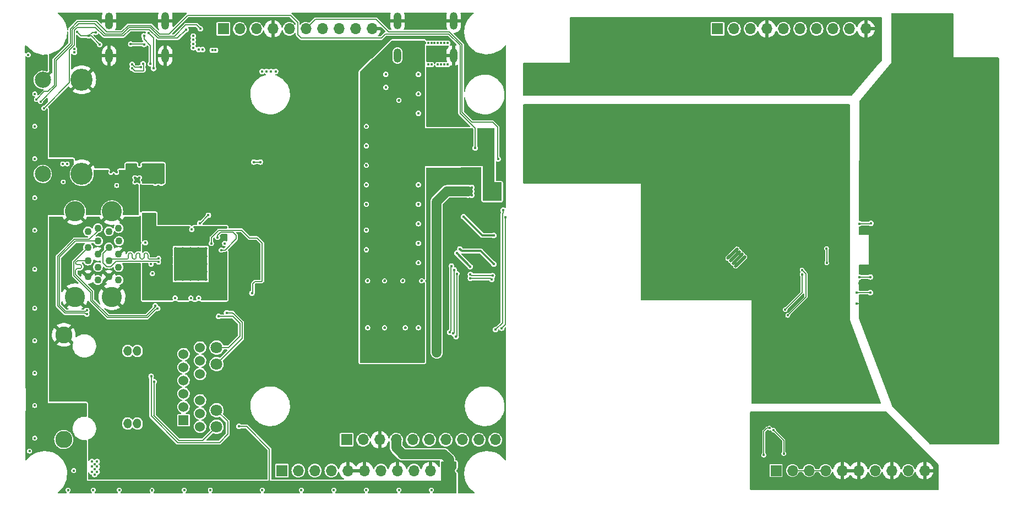
<source format=gbr>
%TF.GenerationSoftware,KiCad,Pcbnew,(6.0.8)*%
%TF.CreationDate,2022-12-14T13:01:19+09:00*%
%TF.ProjectId,audio,61756469-6f2e-46b6-9963-61645f706362,rev?*%
%TF.SameCoordinates,Original*%
%TF.FileFunction,Copper,L4,Bot*%
%TF.FilePolarity,Positive*%
%FSLAX46Y46*%
G04 Gerber Fmt 4.6, Leading zero omitted, Abs format (unit mm)*
G04 Created by KiCad (PCBNEW (6.0.8)) date 2022-12-14 13:01:19*
%MOMM*%
%LPD*%
G01*
G04 APERTURE LIST*
%TA.AperFunction,ComponentPad*%
%ADD10O,1.200000X2.200000*%
%TD*%
%TA.AperFunction,ComponentPad*%
%ADD11O,1.200000X2.700000*%
%TD*%
%TA.AperFunction,ComponentPad*%
%ADD12O,1.200000X2.600000*%
%TD*%
%TA.AperFunction,ComponentPad*%
%ADD13R,1.524000X1.524000*%
%TD*%
%TA.AperFunction,ComponentPad*%
%ADD14C,1.524000*%
%TD*%
%TA.AperFunction,ComponentPad*%
%ADD15C,1.800000*%
%TD*%
%TA.AperFunction,ComponentPad*%
%ADD16O,1.270000X1.524000*%
%TD*%
%TA.AperFunction,ComponentPad*%
%ADD17C,2.630000*%
%TD*%
%TA.AperFunction,ComponentPad*%
%ADD18C,2.610000*%
%TD*%
%TA.AperFunction,ComponentPad*%
%ADD19R,1.700000X1.700000*%
%TD*%
%TA.AperFunction,ComponentPad*%
%ADD20O,1.700000X1.700000*%
%TD*%
%TA.AperFunction,ComponentPad*%
%ADD21C,3.100000*%
%TD*%
%TA.AperFunction,ComponentPad*%
%ADD22C,1.100000*%
%TD*%
%TA.AperFunction,ComponentPad*%
%ADD23C,3.400000*%
%TD*%
%TA.AperFunction,ComponentPad*%
%ADD24C,2.500000*%
%TD*%
%TA.AperFunction,ComponentPad*%
%ADD25C,0.500000*%
%TD*%
%TA.AperFunction,SMDPad,CuDef*%
%ADD26R,5.200000X5.200000*%
%TD*%
%TA.AperFunction,ViaPad*%
%ADD27C,0.450000*%
%TD*%
%TA.AperFunction,Conductor*%
%ADD28C,0.200000*%
%TD*%
%TA.AperFunction,Conductor*%
%ADD29C,1.500000*%
%TD*%
%TA.AperFunction,Conductor*%
%ADD30C,0.355000*%
%TD*%
%TA.AperFunction,Conductor*%
%ADD31C,0.150000*%
%TD*%
%TA.AperFunction,Conductor*%
%ADD32C,0.500000*%
%TD*%
%TA.AperFunction,Conductor*%
%ADD33C,0.170000*%
%TD*%
G04 APERTURE END LIST*
D10*
%TO.P,J5,S1,SHIELD*%
%TO.N,GND*%
X66420000Y-7110000D03*
%TO.P,J5,S2,SHIELD*%
X57780000Y-7110000D03*
D11*
%TO.P,J5,S3,SHIELD*%
X66420000Y-1750000D03*
D12*
%TO.P,J5,S4,SHIELD*%
X57780000Y-1750000D03*
%TD*%
D13*
%TO.P,J2,1,MXCT3*%
%TO.N,/CM4_docker1/CM4_LOW_SPEED/MXCT*%
X24877500Y-63237500D03*
D14*
%TO.P,J2,2,MX3-*%
%TO.N,/CM4_docker1/CM4_LOW_SPEED/TRD2_N*%
X24877500Y-61205500D03*
%TO.P,J2,3,MX3+*%
%TO.N,/CM4_docker1/CM4_LOW_SPEED/TRD2_P*%
X24877500Y-59173500D03*
%TO.P,J2,4,MX2+*%
%TO.N,/CM4_docker1/CM4_LOW_SPEED/TRD1_P*%
X24877500Y-57141500D03*
%TO.P,J2,5,MX2-*%
%TO.N,/CM4_docker1/CM4_LOW_SPEED/TRD1_N*%
X24877500Y-55109500D03*
%TO.P,J2,6,MXCT2*%
%TO.N,/CM4_docker1/CM4_LOW_SPEED/MXCT*%
X24877500Y-53077500D03*
%TO.P,J2,7,MXCT4*%
X27417500Y-64253500D03*
%TO.P,J2,8,MX4+*%
%TO.N,/CM4_docker1/CM4_LOW_SPEED/TRD3_P*%
X27417500Y-62221500D03*
%TO.P,J2,9,MX4-*%
%TO.N,/CM4_docker1/CM4_LOW_SPEED/TRD3_N*%
X27417500Y-60189500D03*
%TO.P,J2,10,MX1-*%
%TO.N,/CM4_docker1/CM4_LOW_SPEED/TRD0_N*%
X27417500Y-56125500D03*
%TO.P,J2,11,MX1+*%
%TO.N,/CM4_docker1/CM4_LOW_SPEED/TRD0_P*%
X27417500Y-54093500D03*
%TO.P,J2,12,MXCT1*%
%TO.N,/CM4_docker1/CM4_LOW_SPEED/MXCT*%
X27417500Y-52061500D03*
D15*
%TO.P,J2,13,LED2+*%
%TO.N,/CM4_docker1/3.3V*%
X29957500Y-64253500D03*
%TO.P,J2,14,LED2-*%
%TO.N,/CM4_docker1/CM4_LOW_SPEED/LED_GREEN*%
X29957500Y-61713500D03*
%TO.P,J2,15,LED1-*%
%TO.N,/CM4_docker1/CM4_LOW_SPEED/LED_YELLOW*%
X29957500Y-54601500D03*
%TO.P,J2,16,LED1+*%
%TO.N,/CM4_docker1/3.3V*%
X29957500Y-52061500D03*
D16*
%TO.P,J2,17,VDC1+*%
%TO.N,unconnected-(J2-Pad17)*%
X17767500Y-63752500D03*
%TO.P,J2,18,VDC1-*%
%TO.N,unconnected-(J2-Pad18)*%
X17767500Y-52572500D03*
%TO.P,J2,19,VDC2+*%
%TO.N,unconnected-(J2-Pad19)*%
X16297500Y-63752500D03*
%TO.P,J2,20,VDC2-*%
%TO.N,unconnected-(J2-Pad20)*%
X16297500Y-52572500D03*
D17*
%TO.P,J2,SH*%
%TO.N,GND*%
X6462500Y-66222000D03*
D18*
X6462500Y-50093000D03*
%TD*%
D19*
%TO.P,J6,1,Pin_1*%
%TO.N,/CM4_docker1/USB_DEBUG_N*%
X31000000Y-3000000D03*
D20*
%TO.P,J6,2,Pin_2*%
%TO.N,/CM4_docker1/USB_DEBUG_P*%
X33540000Y-3000000D03*
%TO.P,J6,3,Pin_3*%
%TO.N,/CM4_docker1/+5V*%
X36080000Y-3000000D03*
%TO.P,J6,4,Pin_4*%
%TO.N,GND*%
X38620000Y-3000000D03*
%TO.P,J6,5,Pin_5*%
%TO.N,/CM4_docker1/I2S_LRCK*%
X41160000Y-3000000D03*
%TO.P,J6,6,Pin_6*%
%TO.N,/CM4_docker1/GLOBAL_EN*%
X43700000Y-3000000D03*
%TO.P,J6,7,Pin_7*%
%TO.N,/CM4_docker1/I2S_ADC*%
X46240000Y-3000000D03*
%TO.P,J6,8,Pin_8*%
%TO.N,/CM4_docker1/nRPIBOOT*%
X48780000Y-3000000D03*
%TO.P,J6,9,Pin_9*%
%TO.N,/CM4_docker1/I2S_BCLK*%
X51320000Y-3000000D03*
%TO.P,J6,10,Pin_10*%
%TO.N,GND*%
X53860000Y-3000000D03*
%TD*%
D21*
%TO.P,J3,10,SHIELD*%
%TO.N,GND*%
X8200000Y-44240000D03*
X13880000Y-44240000D03*
X8200000Y-31100000D03*
X13880000Y-31100000D03*
D22*
%TO.P,J3,A1,VBUS*%
%TO.N,/CM4_docker1/xHCI-USB3/VBUS*%
X10200000Y-34170000D03*
%TO.P,J3,A2,D-*%
%TO.N,/CM4_docker1/xHCI-USB3/PD2_N*%
X10200000Y-36670000D03*
%TO.P,J3,A3,D+*%
%TO.N,/CM4_docker1/xHCI-USB3/PD2_P*%
X10200000Y-38670000D03*
%TO.P,J3,A4,GND*%
%TO.N,GND*%
X10200000Y-41170000D03*
%TO.P,J3,A5,SSRX-*%
%TO.N,/CM4_docker1/xHCI-USB3/SSRX2_P*%
X11700000Y-41670000D03*
%TO.P,J3,A6,SSRX+*%
%TO.N,/CM4_docker1/xHCI-USB3/SSRX2_N*%
X11700000Y-39670000D03*
%TO.P,J3,A7,DRAIN*%
%TO.N,GND*%
X11700000Y-37670000D03*
%TO.P,J3,A8,SSTX-*%
%TO.N,/CM4_docker1/xHCI-USB3/SSTX2_P*%
X11750000Y-35670000D03*
%TO.P,J3,A9,SSTX+*%
%TO.N,/CM4_docker1/xHCI-USB3/SSTX2_N*%
X11700000Y-33670000D03*
%TO.P,J3,B1,VBUS*%
%TO.N,/CM4_docker1/xHCI-USB3/VBUS*%
X13400000Y-34170000D03*
%TO.P,J3,B2,D-*%
%TO.N,/CM4_docker1/xHCI-USB3/PD1_N*%
X13400000Y-36670000D03*
%TO.P,J3,B3,D+*%
%TO.N,/CM4_docker1/xHCI-USB3/PD1_P*%
X13400000Y-38670000D03*
%TO.P,J3,B4,GND*%
%TO.N,GND*%
X13400000Y-41170000D03*
%TO.P,J3,B5,SSRX-*%
%TO.N,/CM4_docker1/xHCI-USB3/SSRX1_N*%
X14900000Y-41670000D03*
%TO.P,J3,B6,SSRX+*%
%TO.N,/CM4_docker1/xHCI-USB3/SSRX1_P*%
X14900000Y-39670000D03*
%TO.P,J3,B7,DRAIN*%
%TO.N,GND*%
X14900000Y-37670000D03*
%TO.P,J3,B8,SSTX-*%
%TO.N,/CM4_docker1/xHCI-USB3/SSTX1_N*%
X14950000Y-35670000D03*
%TO.P,J3,B9,SSTX+*%
%TO.N,/CM4_docker1/xHCI-USB3/SSTX1_P*%
X14900000Y-33670000D03*
%TD*%
D19*
%TO.P,J10,1,Pin_1*%
%TO.N,/CM4_docker1/+5V*%
X49960000Y-66250000D03*
D20*
%TO.P,J10,2,Pin_2*%
X52500000Y-66250000D03*
%TO.P,J10,3,Pin_3*%
%TO.N,GND*%
X55040000Y-66250000D03*
%TO.P,J10,4,Pin_4*%
%TO.N,/CM4_docker1/3.3V*%
X57580000Y-66250000D03*
%TO.P,J10,5,Pin_5*%
%TO.N,/CM4_docker1/SD_CMD*%
X60120000Y-66250000D03*
%TO.P,J10,6,Pin_6*%
%TO.N,/CM4_docker1/SD_CLK*%
X62660000Y-66250000D03*
%TO.P,J10,7,Pin_7*%
%TO.N,/CM4_docker1/SD_DAT3*%
X65200000Y-66250000D03*
%TO.P,J10,8,Pin_8*%
%TO.N,/CM4_docker1/SD_DAT2*%
X67740000Y-66250000D03*
%TO.P,J10,9,Pin_9*%
%TO.N,/CM4_docker1/SD_DAT1*%
X70280000Y-66250000D03*
%TO.P,J10,10,Pin_10*%
%TO.N,/CM4_docker1/SD_DAT0*%
X72820000Y-66250000D03*
%TD*%
D23*
%TO.P,J1,20,SH*%
%TO.N,GND*%
X9228500Y-10842500D03*
%TO.P,J1,21,SH*%
X9228500Y-25342500D03*
D24*
%TO.P,J1,22,SH*%
X3228500Y-10842500D03*
%TO.P,J1,23,SH*%
X3228500Y-25342500D03*
%TD*%
D19*
%TO.P,J7,1,Pin_1*%
%TO.N,/CM4_docker1/+5V*%
X40000000Y-71000000D03*
D20*
%TO.P,J7,2,Pin_2*%
X42540000Y-71000000D03*
%TO.P,J7,3,Pin_3*%
X45080000Y-71000000D03*
%TO.P,J7,4,Pin_4*%
X47620000Y-71000000D03*
%TO.P,J7,5,Pin_5*%
%TO.N,GND*%
X50160000Y-71000000D03*
%TO.P,J7,6,Pin_6*%
X52700000Y-71000000D03*
%TO.P,J7,7,Pin_7*%
%TO.N,/CM4_docker1/I2C1_SCL*%
X55240000Y-71000000D03*
%TO.P,J7,8,Pin_8*%
%TO.N,GND*%
X57780000Y-71000000D03*
%TO.P,J7,9,Pin_9*%
%TO.N,/CM4_docker1/I2C1_SDA*%
X60320000Y-71000000D03*
%TO.P,J7,10,Pin_10*%
%TO.N,GND*%
X62860000Y-71000000D03*
%TD*%
D10*
%TO.P,J4,S1,SHIELD*%
%TO.N,GND*%
X22090000Y-7130000D03*
%TO.P,J4,S2,SHIELD*%
X13450000Y-7130000D03*
D11*
%TO.P,J4,S3,SHIELD*%
X22090000Y-1770000D03*
D12*
%TO.P,J4,S4,SHIELD*%
X13450000Y-1770000D03*
%TD*%
D25*
%TO.P,U3,69,PAD_GND*%
%TO.N,GND*%
X28332500Y-36860000D03*
X25982500Y-36860000D03*
X27157500Y-39210000D03*
X25982500Y-38035000D03*
X25982500Y-41560000D03*
X24807500Y-40385000D03*
X23632500Y-39210000D03*
X28332500Y-40385000D03*
X24807500Y-36860000D03*
X23632500Y-38035000D03*
X25982500Y-39210000D03*
X23632500Y-41560000D03*
X27157500Y-38035000D03*
X24807500Y-41560000D03*
X27157500Y-41560000D03*
X28332500Y-39210000D03*
X23632500Y-40385000D03*
X25982500Y-40385000D03*
X24807500Y-38035000D03*
X24807500Y-39210000D03*
X27157500Y-36860000D03*
X27157500Y-40385000D03*
X28332500Y-38035000D03*
D26*
X25982500Y-39210000D03*
D25*
X23632500Y-36860000D03*
X28332500Y-41560000D03*
%TD*%
D20*
%TO.P,J9,10,Pin_10*%
%TO.N,/isolation_module/GND_I2C*%
X138860000Y-71000000D03*
%TO.P,J9,9,Pin_9*%
%TO.N,/isolation_module/I2C1_SDA*%
X136320000Y-71000000D03*
%TO.P,J9,8,Pin_8*%
%TO.N,/isolation_module/GND_I2C*%
X133780000Y-71000000D03*
%TO.P,J9,7,Pin_7*%
%TO.N,/isolation_module/I2C1_SCL*%
X131240000Y-71000000D03*
%TO.P,J9,6,Pin_6*%
%TO.N,/isolation_module/GND_I2C*%
X128700000Y-71000000D03*
%TO.P,J9,5,Pin_5*%
X126160000Y-71000000D03*
%TO.P,J9,4,Pin_4*%
%TO.N,/isolation_module/+5V_I2C*%
X123620000Y-71000000D03*
%TO.P,J9,3,Pin_3*%
X121080000Y-71000000D03*
%TO.P,J9,2,Pin_2*%
X118540000Y-71000000D03*
D19*
%TO.P,J9,1,Pin_1*%
X116000000Y-71000000D03*
%TD*%
%TO.P,J8,1,Pin_1*%
%TO.N,/isolation_module/USB_DEBUG_N*%
X107000000Y-3000000D03*
D20*
%TO.P,J8,2,Pin_2*%
%TO.N,/isolation_module/USB_DEBUG_P*%
X109540000Y-3000000D03*
%TO.P,J8,3,Pin_3*%
%TO.N,/isolation_module/+5V*%
X112080000Y-3000000D03*
%TO.P,J8,4,Pin_4*%
%TO.N,/isolation_module/GND*%
X114620000Y-3000000D03*
%TO.P,J8,5,Pin_5*%
%TO.N,/isolation_module/I2S_LRCK*%
X117160000Y-3000000D03*
%TO.P,J8,6,Pin_6*%
%TO.N,/isolation_module/GLOBAL_EN*%
X119700000Y-3000000D03*
%TO.P,J8,7,Pin_7*%
%TO.N,/isolation_module/I2S_ADC*%
X122240000Y-3000000D03*
%TO.P,J8,8,Pin_8*%
%TO.N,/isolation_module/nRPIBOOT*%
X124780000Y-3000000D03*
%TO.P,J8,9,Pin_9*%
%TO.N,/isolation_module/I2S_BCLK*%
X127320000Y-3000000D03*
%TO.P,J8,10,Pin_10*%
%TO.N,/isolation_module/GND*%
X129860000Y-3000000D03*
%TD*%
D27*
%TO.N,/isolation_module/GND*%
X84800000Y-1600000D03*
X77600000Y-8600000D03*
%TO.N,GND*%
X1200000Y-68000000D03*
X7129959Y-74007052D03*
X74000000Y-68400000D03*
%TO.N,/4ch_mic/AVCC_GND*%
X149800000Y-66600000D03*
X149800000Y-7800000D03*
X142800000Y-800000D03*
%TO.N,GND*%
X68200000Y-1200000D03*
X6400000Y-800000D03*
%TO.N,/CM4_docker1/3.3V*%
X21450000Y-26000000D03*
X21450000Y-24500000D03*
X32400000Y-73800000D03*
X20550000Y-24500000D03*
X69200000Y-28600000D03*
X69200000Y-28000000D03*
X68600000Y-28600000D03*
X63800000Y-52800000D03*
X68600000Y-28000000D03*
X63400000Y-51600000D03*
X30268881Y-47268881D03*
X20550000Y-25250000D03*
X68600000Y-27400000D03*
X20354500Y-57300000D03*
X69200000Y-27400000D03*
X63400000Y-52400000D03*
X64200000Y-52400000D03*
X33400000Y-64200000D03*
X63800000Y-52000000D03*
X21450000Y-25250000D03*
X21450000Y-26750000D03*
X64200000Y-51600000D03*
X20550000Y-26750000D03*
X20550000Y-26000000D03*
%TO.N,/CM4_docker1/I2S_LRCK*%
X66920000Y-37530000D03*
X68973857Y-39604006D03*
%TO.N,/CM4_docker1/I2S_ADC*%
X72589664Y-39199999D03*
X67390000Y-36880000D03*
%TO.N,/CM4_docker1/I2S_BCLK*%
X72589665Y-34800000D03*
X67960000Y-31910000D03*
%TO.N,/CM4_docker1/I2C1_SCL*%
X66489500Y-40100000D03*
X66380500Y-49900000D03*
%TO.N,/4ch_mic/VDD_GND*%
X78000000Y-25000000D03*
X115210000Y-51270000D03*
X122800000Y-35600000D03*
X108610000Y-35250000D03*
X119570000Y-38850000D03*
X123980000Y-43140000D03*
X126300000Y-38200000D03*
X113000000Y-46000000D03*
X126000000Y-15000000D03*
X106930000Y-36850000D03*
X85600000Y-21200000D03*
X126000000Y-18000000D03*
X120700000Y-15000000D03*
X102770000Y-29560000D03*
X82000000Y-26000000D03*
X127100000Y-35800000D03*
X120430000Y-35370000D03*
X114000000Y-16000000D03*
X99500000Y-24610000D03*
X87200000Y-19400000D03*
X126500000Y-31500000D03*
X101240000Y-30870000D03*
X109000000Y-40000000D03*
X121000000Y-58000000D03*
X117650000Y-44500000D03*
X126000000Y-21000000D03*
X109000000Y-16000000D03*
X97130000Y-21330000D03*
X126500000Y-45300000D03*
X90660000Y-23290000D03*
X124000000Y-32000000D03*
X125300000Y-31500000D03*
X122790000Y-41080000D03*
X94985539Y-14987733D03*
X98170000Y-19420000D03*
X112650000Y-39370000D03*
X105950000Y-32620000D03*
X78200000Y-20900000D03*
X100000000Y-44000000D03*
X106000000Y-44000000D03*
X86600000Y-23910000D03*
X114410000Y-41150000D03*
X111000000Y-44000000D03*
X126300000Y-35800000D03*
X116830000Y-56410000D03*
X122800000Y-39000000D03*
X126000000Y-24000000D03*
X101500000Y-18200000D03*
X120700000Y-15700000D03*
X100400000Y-18200000D03*
X120700000Y-16300000D03*
X114270000Y-43090000D03*
X90060000Y-21490000D03*
X81900000Y-21000000D03*
X120050000Y-45910000D03*
X126300000Y-37000000D03*
X96000000Y-30000000D03*
X110860000Y-40640000D03*
X98000000Y-15000000D03*
X113700000Y-55300000D03*
X123688000Y-22012000D03*
X116920000Y-41120000D03*
X108000000Y-39000000D03*
X104400000Y-34070000D03*
X117300000Y-48680000D03*
X117800000Y-58200000D03*
X122800000Y-36800000D03*
X85080000Y-24120000D03*
X115340000Y-47610000D03*
X85900000Y-19400000D03*
X115520000Y-37490000D03*
X127100000Y-37000000D03*
X92350000Y-25160000D03*
X118980000Y-41140000D03*
X117140000Y-51320000D03*
X94500000Y-26250000D03*
X90000000Y-18100000D03*
X112330000Y-42010000D03*
X96000000Y-40000000D03*
X92000000Y-15000000D03*
X96000000Y-44000000D03*
X104000000Y-16000000D03*
X125000000Y-41000000D03*
X119340000Y-43070000D03*
X120620000Y-38170000D03*
X126000000Y-58000000D03*
X123688000Y-24545000D03*
X126000000Y-51000000D03*
X119000000Y-16000000D03*
X95830000Y-27370000D03*
X117320000Y-38390000D03*
X124000000Y-46000000D03*
X90090000Y-19260000D03*
X127100000Y-38200000D03*
X85080003Y-25586341D03*
X111000000Y-36000000D03*
X121220000Y-43200000D03*
X86600000Y-22900000D03*
X79000000Y-16000000D03*
X101420000Y-27170000D03*
X128000000Y-56000000D03*
X85000000Y-16000000D03*
X80700000Y-21000000D03*
X113000000Y-50000000D03*
X86600000Y-22200000D03*
X121670000Y-35790000D03*
X96500000Y-22680000D03*
X85600000Y-23400000D03*
X98230000Y-18080000D03*
X116970000Y-43180000D03*
X124000000Y-29000000D03*
X89000000Y-26000000D03*
X96000000Y-35000000D03*
X97720000Y-29160000D03*
X112000000Y-37000000D03*
X85600000Y-22300000D03*
%TO.N,/4ch_mic/VDD_3.3V*%
X109800000Y-39500000D03*
X111200000Y-38100000D03*
X110400000Y-37300000D03*
X110800000Y-37700000D03*
X108600000Y-38300000D03*
X109000000Y-38700000D03*
X110000000Y-36900000D03*
X109400000Y-39100000D03*
%TO.N,/CM4_docker1/I2C1_SDA*%
X66070000Y-39500000D03*
X65800000Y-49700000D03*
%TO.N,/CM4_docker1/nEXTRST*%
X2250000Y-13870000D03*
X30692878Y-37045937D03*
X6390000Y-26570000D03*
X69740000Y-21360000D03*
X30100000Y-35100000D03*
%TO.N,/CM4_docker1/+5V*%
X69000000Y-23100000D03*
X64500000Y-8500000D03*
X64000000Y-8500000D03*
X60500000Y-51500000D03*
X62500000Y-5200000D03*
X69000000Y-21700000D03*
X65500000Y-8500000D03*
X71900000Y-28700000D03*
X27200000Y-6200000D03*
X63000000Y-5200000D03*
X56200000Y-21800000D03*
X56500000Y-52500000D03*
X59500000Y-52500000D03*
X59500000Y-53500000D03*
X58500000Y-8500000D03*
X70500000Y-23100000D03*
X29300000Y-6300000D03*
X53500000Y-52500000D03*
X70500000Y-21700000D03*
X57700000Y-23200000D03*
X71900000Y-23100000D03*
X27800000Y-6200000D03*
X54700000Y-23200000D03*
X60000000Y-5200000D03*
X57500000Y-53500000D03*
X55500000Y-53500000D03*
X65500000Y-5200000D03*
X53500000Y-51500000D03*
X64000000Y-5200000D03*
X71900000Y-18900000D03*
X8100000Y-6100000D03*
X29800000Y-6300000D03*
X61000000Y-5200000D03*
X61500000Y-8500000D03*
X26400000Y-5900000D03*
X55500000Y-51500000D03*
X63500000Y-5200000D03*
X69000000Y-18950000D03*
X61000000Y-8500000D03*
X60500000Y-8500000D03*
X63000000Y-8500000D03*
X54700000Y-19000000D03*
X60500000Y-5200000D03*
X26400000Y-4100000D03*
X57700000Y-21800000D03*
X56500000Y-53500000D03*
X65000000Y-8500000D03*
X57500000Y-52500000D03*
X60500000Y-53500000D03*
X26400000Y-5300000D03*
X59500000Y-8500000D03*
X58500000Y-53500000D03*
X60000000Y-8500000D03*
X55500000Y-52500000D03*
X56200000Y-23200000D03*
X26400000Y-4700000D03*
X71900000Y-24500000D03*
X59000000Y-5200000D03*
X64500000Y-5200000D03*
X54700000Y-20400000D03*
X62500000Y-8500000D03*
X53500000Y-53500000D03*
X54700000Y-21800000D03*
X56200000Y-20400000D03*
X8100000Y-6610000D03*
X54500000Y-53500000D03*
X54500000Y-51500000D03*
X58500000Y-52500000D03*
X71900000Y-27300000D03*
X57500000Y-51500000D03*
X59000000Y-8500000D03*
X54500000Y-52500000D03*
X56500000Y-51500000D03*
X59500000Y-51500000D03*
X62000000Y-5200000D03*
X70500000Y-18900000D03*
X58500000Y-51500000D03*
X65000000Y-5200000D03*
X59200000Y-23200000D03*
X58500000Y-5200000D03*
X60500000Y-52500000D03*
X61500000Y-5200000D03*
X59500000Y-5200000D03*
X71900000Y-25900000D03*
%TO.N,/CM4_docker1/CM4_HIGH_SPEED/USB_OTG_ID*%
X19500000Y-3600000D03*
X20300000Y-9100000D03*
%TO.N,/CM4_docker1/CM4_LOW_SPEED/VBUS*%
X16763162Y-5363162D03*
X12000000Y-5400000D03*
X8500000Y-3500000D03*
X11364500Y-3530000D03*
X18800000Y-5400000D03*
X10304018Y-4095500D03*
%TO.N,/CM4_docker1/CM4_HIGH_SPEED/HDMI0_CEC*%
X36680000Y-23500000D03*
X35710500Y-23500000D03*
%TO.N,GND*%
X17400000Y-25900000D03*
X10000000Y-45700000D03*
X51000000Y-64000000D03*
X61000000Y-36000000D03*
X22900000Y-16800000D03*
X31500000Y-4400000D03*
X52999999Y-33967462D03*
X15000000Y-74000000D03*
X25100000Y-32200000D03*
X71300000Y-45700000D03*
X18100000Y-25900000D03*
X7500000Y-60000000D03*
X20300000Y-16800000D03*
X33110246Y-44286725D03*
X34200000Y-26300000D03*
X8000000Y-14600000D03*
X2000000Y-40000000D03*
X38200000Y-33000000D03*
X30600000Y-4400000D03*
X57000000Y-62000000D03*
X27900000Y-19700000D03*
X27800000Y-5200000D03*
X33600000Y-34600000D03*
X8000000Y-19100000D03*
X28400000Y-5200000D03*
X44000000Y-68000000D03*
X30600000Y-68900000D03*
X18100000Y-24000000D03*
X38200000Y-30600000D03*
X31100000Y-68900000D03*
X50000000Y-14000000D03*
X53200000Y-41784500D03*
X55800000Y-49000000D03*
X38511398Y-51346765D03*
X53000000Y-74000000D03*
X14300000Y-16800000D03*
X11000000Y-74000000D03*
X42000000Y-63000000D03*
X68400000Y-15700000D03*
X38300000Y-24200000D03*
X31100000Y-69900000D03*
X63000000Y-74000000D03*
X17400000Y-35900000D03*
X68400000Y-74200000D03*
X67000000Y-71000000D03*
X30600000Y-69400000D03*
X50000000Y-21000000D03*
X36356607Y-56161876D03*
X72000000Y-37000000D03*
X55800000Y-41784500D03*
X35100000Y-42900000D03*
X69330000Y-44410000D03*
X61000000Y-49000000D03*
X18000000Y-39400000D03*
X71000000Y-7700000D03*
X8000000Y-17600000D03*
X69210000Y-25200000D03*
X38200000Y-29400000D03*
X72000000Y-31000000D03*
X19214500Y-8900000D03*
X30100000Y-69900000D03*
X33000000Y-4400000D03*
X1000000Y-7000000D03*
X24100000Y-24200000D03*
X31100000Y-69400000D03*
X16480000Y-8810000D03*
X2000000Y-13000000D03*
X33000000Y-24800000D03*
X41496799Y-46645963D03*
X34600000Y-3900000D03*
X50000000Y-24000000D03*
X7500000Y-55000000D03*
X70700000Y-48500000D03*
X2000000Y-66000000D03*
X13200000Y-23700000D03*
X69270000Y-43200000D03*
X29100000Y-4200000D03*
X8000000Y-20600000D03*
X53000000Y-30000000D03*
X57000000Y-55000000D03*
X13700000Y-25100000D03*
X67000000Y-69000000D03*
X27200000Y-27200000D03*
X37000000Y-74000000D03*
X31100000Y-22900000D03*
X23200000Y-29390000D03*
X20000000Y-22900000D03*
X2000000Y-56000000D03*
X72410000Y-43200000D03*
X48000000Y-66000000D03*
X16900000Y-22900000D03*
X49600000Y-41854500D03*
X28700000Y-4700000D03*
X42000000Y-57750000D03*
X8000000Y-71000000D03*
X2000000Y-29000000D03*
X2000000Y-51000000D03*
X40000000Y-68000000D03*
X20039250Y-74015106D03*
X40000000Y-57750000D03*
X37800000Y-37500000D03*
X2000000Y-18000000D03*
X50000000Y-37000000D03*
X53000000Y-37000000D03*
X30100000Y-68900000D03*
X18100000Y-26600000D03*
X16500000Y-42300000D03*
X34100000Y-4400000D03*
X59000000Y-49000000D03*
X61000000Y-13000000D03*
X56000000Y-12000000D03*
X32300000Y-4100000D03*
X40000000Y-66000000D03*
X73700000Y-16300000D03*
X25000000Y-16800000D03*
X61000000Y-55000000D03*
X50000000Y-30000000D03*
X9250000Y-47250000D03*
X48000000Y-74000000D03*
X50000000Y-18000000D03*
X43071381Y-45071381D03*
X37800000Y-39500000D03*
X2000000Y-23000000D03*
X48000000Y-68000000D03*
X43000000Y-60000000D03*
X56000000Y-10000000D03*
X14600000Y-25100000D03*
X27200000Y-5200000D03*
X34500000Y-1900000D03*
X37800000Y-41200000D03*
X51000000Y-49000000D03*
X36312877Y-51345101D03*
X38200000Y-31800000D03*
X11800000Y-19100000D03*
X28900000Y-28900000D03*
X20000000Y-45300000D03*
X58000000Y-74000000D03*
X46000000Y-58000000D03*
X10750000Y-47250000D03*
X66500000Y-11400000D03*
X14900000Y-23600000D03*
X18000000Y-42300000D03*
X61000000Y-58000000D03*
X58600000Y-41784500D03*
X11871096Y-22092500D03*
X61000000Y-10000000D03*
X1991349Y-60976113D03*
X29100000Y-3500000D03*
X53200000Y-49000000D03*
X43000000Y-74000000D03*
X61000000Y-30000000D03*
X71730000Y-42120000D03*
X68700000Y-48600000D03*
X61000000Y-33000000D03*
X49750000Y-50000000D03*
X44500000Y-55250000D03*
X31000000Y-71000000D03*
X8000000Y-22100000D03*
X53000000Y-27000000D03*
X58000000Y-14000000D03*
X22800000Y-23000000D03*
X11871096Y-20592500D03*
X31300000Y-31400000D03*
X30100000Y-69400000D03*
X7000000Y-21000000D03*
X53000000Y-18000000D03*
X61000000Y-27000000D03*
X7000000Y-14000000D03*
X61000000Y-16000000D03*
X29000000Y-74000000D03*
X74000000Y-7000000D03*
X73600000Y-20200000D03*
X34400000Y-31600000D03*
X32500000Y-44300000D03*
X39000000Y-49000000D03*
X25400000Y-30990000D03*
X17400000Y-16800000D03*
X48000000Y-51750000D03*
X53000000Y-55000000D03*
X5000000Y-35000000D03*
X26300000Y-18000000D03*
X53000000Y-21000000D03*
X38200000Y-25800000D03*
X37800000Y-35400000D03*
X21100000Y-46600000D03*
X50000000Y-27000000D03*
X29500000Y-21300000D03*
X54000000Y-63000000D03*
X43250000Y-56500000D03*
X61000000Y-39000000D03*
X32500000Y-43600000D03*
X72000000Y-53000000D03*
X23300000Y-32300000D03*
X34400000Y-33500000D03*
X53000000Y-24000000D03*
X72000000Y-57000000D03*
X50000000Y-34000000D03*
X33100000Y-43600000D03*
X2000000Y-34000000D03*
X2000000Y-46000000D03*
X74000000Y-10000000D03*
X72000000Y-7700000D03*
X26100000Y-32200000D03*
X50000000Y-56000000D03*
X11800000Y-17600000D03*
X57000000Y-69000000D03*
X25000000Y-74000000D03*
X38200000Y-28200000D03*
X7000000Y-17000000D03*
X59000000Y-60000000D03*
X29600000Y-2500000D03*
X45071381Y-43071381D03*
X61500000Y-41784500D03*
X25700000Y-25700000D03*
X46250000Y-53500000D03*
X17400000Y-26600000D03*
X30600000Y-69900000D03*
X38392883Y-56157301D03*
X38200000Y-27000000D03*
X11960500Y-1690774D03*
X14600000Y-27100000D03*
%TO.N,/CM4_docker1/xHCI-USB3/A3.3v*%
X20170000Y-43030000D03*
X25100000Y-33880000D03*
X20400000Y-32500000D03*
X30860000Y-40420000D03*
X19700000Y-32500000D03*
X28400000Y-33900000D03*
X24782500Y-44412500D03*
X19870000Y-37870000D03*
X19000000Y-32500000D03*
X23250000Y-33880000D03*
X20400000Y-31700000D03*
X19700000Y-31700000D03*
X31120000Y-41780000D03*
X31210000Y-35040000D03*
X28400000Y-44420000D03*
X19000000Y-31700000D03*
%TO.N,/CM4_docker1/xHCI-USB3/VBUS*%
X36950001Y-9549999D03*
X39050001Y-9549999D03*
X38350001Y-9549999D03*
X37650001Y-9549999D03*
%TO.N,/CM4_docker1/xHCI-USB3/A1.05v*%
X27200000Y-44420000D03*
X11200000Y-71600000D03*
X26000000Y-44420000D03*
X19010000Y-35930000D03*
X11600000Y-69600000D03*
X23600000Y-44430000D03*
X31210000Y-36040000D03*
X26150000Y-33880000D03*
X10800000Y-71200000D03*
X11600000Y-71200000D03*
X19890000Y-39210000D03*
X20100000Y-40680000D03*
X11200000Y-70800000D03*
X10800000Y-70400000D03*
X11600000Y-70400000D03*
X11200000Y-70000000D03*
X10800000Y-69600000D03*
%TO.N,/CM4_docker1/xHCI-USB3/SSTX2_P*%
X9995100Y-46355000D03*
%TO.N,/CM4_docker1/xHCI-USB3/SSTX2_N*%
X9995100Y-46905000D03*
%TO.N,/CM4_docker1/xHCI-USB3/PD2_N*%
X20914290Y-46037119D03*
%TO.N,/CM4_docker1/xHCI-USB3/PD2_P*%
X20525380Y-45648209D03*
%TO.N,/CM4_docker1/xHCI-USB3/PD1_N*%
X21032086Y-38885000D03*
%TO.N,/CM4_docker1/xHCI-USB3/PD1_P*%
X21032086Y-38335000D03*
%TO.N,/CM4_docker1/xHCI-USB3/PWR*%
X6300000Y-23800000D03*
X2900000Y-14200000D03*
X27500000Y-3000000D03*
%TO.N,/CM4_docker1/xHCI-USB3/nOCS1*%
X7000000Y-23800000D03*
X28700000Y-31700000D03*
X25300000Y-3100000D03*
X27400000Y-32900000D03*
X3400000Y-15200000D03*
%TO.N,/CM4_docker1/CM4_HIGH_SPEED/PCIE_CLK_nREQ*%
X29153000Y-36039500D03*
X35400000Y-43700000D03*
%TO.N,/CM4_docker1/CM4_LOW_SPEED/ETH_LEDY*%
X72300000Y-41600000D03*
X69000000Y-41400000D03*
%TO.N,/CM4_docker1/CM4_LOW_SPEED/ETH_LEDG*%
X69000000Y-40820497D03*
X72400000Y-41000000D03*
%TO.N,/CM4_docker1/CM4_LOW_SPEED/LED_GREEN*%
X19900000Y-56500000D03*
%TO.N,/CM4_docker1/CM4_LOW_SPEED/LED_YELLOW*%
X31500000Y-46700000D03*
%TO.N,/CM4_docker1/USB_DEBUG_N*%
X18360000Y-8910000D03*
X16980000Y-8470000D03*
%TO.N,/CM4_docker1/USB_DEBUG_P*%
X17000000Y-9080000D03*
X18650000Y-8370000D03*
%TO.N,/CM4_docker1/CM4_LOW_SPEED/CC1*%
X19800000Y-8400000D03*
X18800000Y-4095500D03*
%TO.N,/isolation_module/GND*%
X117170000Y-12040000D03*
X112370000Y-11870000D03*
X105790000Y-8830000D03*
X87200000Y-11500000D03*
X103960000Y-6380000D03*
X90000000Y-10200000D03*
X107470000Y-8820000D03*
X95740000Y-3980000D03*
X85900000Y-11500000D03*
X86500000Y-6800000D03*
X106880000Y-12000000D03*
X80900000Y-11500000D03*
X107790000Y-10230000D03*
X120610000Y-8220000D03*
X118440000Y-1810000D03*
X91470000Y-6200000D03*
X107920000Y-9270000D03*
X118460000Y-3970000D03*
X93410000Y-9840000D03*
X109980000Y-6350000D03*
X86500000Y-8000000D03*
X114190000Y-6150000D03*
X99860000Y-6520000D03*
X115840000Y-10010000D03*
X100400000Y-12200000D03*
X99900000Y-9830000D03*
X101600000Y-12200000D03*
X119010000Y-6430000D03*
X78300000Y-11500000D03*
X91410000Y-9710000D03*
X107800000Y-7460000D03*
X100600000Y-2770000D03*
X104430000Y-2710000D03*
X91320000Y-12820000D03*
%TO.N,/isolation_module/I2C1_SCL*%
X115640000Y-64780000D03*
X117200000Y-68370000D03*
%TO.N,/isolation_module/I2C1_SDA*%
X114130000Y-68610000D03*
X115010000Y-64470000D03*
%TO.N,/4ch_mic/ISO_SDA*%
X120000000Y-40800000D03*
X117400000Y-46200000D03*
%TO.N,/4ch_mic/ISO_SCK*%
X120000000Y-40100000D03*
X117800000Y-47100000D03*
%TO.N,/4ch_mic/VCC_DIO*%
X123780000Y-36800000D03*
X123810000Y-39030000D03*
%TO.N,/4ch_mic/AVCC_3.3V*%
X128800000Y-41220000D03*
X130500000Y-43600000D03*
X130600000Y-32910000D03*
X130500000Y-41200000D03*
X128800000Y-32980000D03*
X128400000Y-43600000D03*
%TO.N,/4ch_mic/AVCC_GND*%
X148200000Y-8625000D03*
X137000000Y-23300000D03*
X131000000Y-13000000D03*
X148200000Y-50875000D03*
X137100000Y-31900000D03*
X132700000Y-14000000D03*
X129000000Y-30900000D03*
X136000000Y-62000000D03*
X140700000Y-19650000D03*
X145000000Y-9000000D03*
X132300000Y-45400000D03*
X132300000Y-31900000D03*
X136300000Y-20200000D03*
X131300000Y-27900000D03*
X134000000Y-59000000D03*
X143375000Y-61750000D03*
X149000000Y-46000000D03*
X135400000Y-58200000D03*
X148200000Y-40500000D03*
X134800000Y-24550000D03*
X148200000Y-62575000D03*
X137100000Y-45400000D03*
X132300000Y-33500000D03*
X149000000Y-44000000D03*
X128800000Y-42200000D03*
X130500000Y-45300000D03*
X134100000Y-35700000D03*
X135400000Y-56600000D03*
X143225000Y-32750000D03*
X135500134Y-14000938D03*
X135400000Y-53400000D03*
X137100000Y-43800000D03*
X137100000Y-28700000D03*
X137700000Y-38100000D03*
X138000000Y-13000000D03*
X142000000Y-8000000D03*
X148200000Y-33650000D03*
X134725000Y-20750000D03*
X134100000Y-36600000D03*
X149000000Y-17000000D03*
X131000000Y-50000000D03*
X132300000Y-42200000D03*
X139500000Y-3500000D03*
X134000000Y-37700000D03*
X135400000Y-59800000D03*
X134800000Y-12440000D03*
X137700000Y-37100000D03*
X136200000Y-15100000D03*
X149000000Y-13000000D03*
X148200000Y-21775000D03*
X148200000Y-52200000D03*
X131785500Y-35700000D03*
X132300000Y-43800000D03*
X137100000Y-40600000D03*
X137000000Y-19000000D03*
X132300000Y-40600000D03*
X137100000Y-47000000D03*
X149000000Y-31000000D03*
X149000000Y-29000000D03*
X136200000Y-15700000D03*
X132300000Y-30300000D03*
X149000000Y-60000000D03*
X149000000Y-56000000D03*
X149000000Y-27000000D03*
X149000000Y-15000000D03*
X143450000Y-47250000D03*
X137100000Y-33500000D03*
X134725000Y-22000000D03*
X148200000Y-23225000D03*
X132100000Y-26500000D03*
X135400000Y-55000000D03*
X132300000Y-47100000D03*
X147000000Y-66000000D03*
X134790000Y-13990000D03*
X132000000Y-54000000D03*
X142000000Y-66000000D03*
X128400000Y-45300000D03*
X149000000Y-42000000D03*
X137900000Y-10400000D03*
X139000000Y-65000000D03*
X149000000Y-58000000D03*
X136200000Y-16400000D03*
X137100000Y-48800000D03*
X137100000Y-30300000D03*
X137100000Y-42200000D03*
%TO.N,/CM4_docker1/SD_DAT2*%
X72840000Y-49310000D03*
X74066875Y-30919469D03*
%TO.N,/CM4_docker1/SD_DAT1*%
X74400000Y-32000000D03*
X73820000Y-49070000D03*
%TO.N,/CM4_docker1/SD_CMD*%
X66904000Y-40700000D03*
X66800000Y-50400000D03*
%TO.N,/isolation_module/GND_I2C*%
X135000000Y-66000000D03*
X116440000Y-73700000D03*
X117880000Y-68050000D03*
X119000000Y-63000000D03*
X134460000Y-73610000D03*
X122057500Y-67480000D03*
X123957500Y-67480000D03*
X113000000Y-73000000D03*
X121917500Y-68920000D03*
X129050000Y-73590000D03*
X125000000Y-63000000D03*
X114650000Y-65010000D03*
X114730000Y-68180000D03*
X122000000Y-63000000D03*
X132000000Y-63000000D03*
X121977500Y-65980000D03*
X129000000Y-63000000D03*
X137000000Y-68000000D03*
X125280000Y-73690000D03*
X122067500Y-66900000D03*
X120430000Y-73700000D03*
%TO.N,/CM4_docker1/GLOBAL_EN*%
X73250000Y-23030000D03*
%TD*%
D28*
%TO.N,/CM4_docker1/3.3V*%
X31808500Y-52061500D02*
X29957500Y-52061500D01*
D29*
X58570000Y-68490000D02*
X64910000Y-68490000D01*
D28*
X27841000Y-66370000D02*
X24200000Y-66370000D01*
X24136690Y-66370000D02*
X20283345Y-62516655D01*
X34600000Y-64200000D02*
X33400000Y-64200000D01*
X20283345Y-62516655D02*
X20354500Y-62445500D01*
X33570000Y-48336690D02*
X33570000Y-50300000D01*
D29*
X68600000Y-28000000D02*
X65400000Y-28000000D01*
D28*
X20354500Y-62445500D02*
X20354500Y-57300000D01*
D29*
X64910000Y-68490000D02*
X65720000Y-69300000D01*
X63800000Y-48600000D02*
X63800000Y-52800000D01*
D28*
X29957500Y-64253500D02*
X27841000Y-66370000D01*
D29*
X57580000Y-66250000D02*
X57580000Y-67500000D01*
D28*
X38100000Y-73000000D02*
X38100000Y-67700000D01*
X32502191Y-47268881D02*
X33570000Y-48336690D01*
X24200000Y-66370000D02*
X24136690Y-66370000D01*
D29*
X57580000Y-67500000D02*
X58440000Y-68360000D01*
X65720000Y-69300000D02*
X65720000Y-71580000D01*
D28*
X30268881Y-47268881D02*
X32502191Y-47268881D01*
X38100000Y-67700000D02*
X34600000Y-64200000D01*
D29*
X58440000Y-68360000D02*
X58570000Y-68490000D01*
D28*
X33570000Y-50300000D02*
X31808500Y-52061500D01*
D29*
X65400000Y-28000000D02*
X63800000Y-29600000D01*
X63800000Y-29600000D02*
X63800000Y-48600000D01*
D30*
%TO.N,/CM4_docker1/I2S_LRCK*%
X66920000Y-37550149D02*
X68973857Y-39604006D01*
X66920000Y-37530000D02*
X66920000Y-37550149D01*
%TO.N,/CM4_docker1/I2S_ADC*%
X67390000Y-36880000D02*
X67710000Y-37200000D01*
X70589665Y-37200000D02*
X72589664Y-39199999D01*
X67710000Y-37200000D02*
X70589665Y-37200000D01*
%TO.N,/CM4_docker1/I2S_BCLK*%
X70850000Y-34800000D02*
X72589665Y-34800000D01*
X67960000Y-31910000D02*
X70850000Y-34800000D01*
D31*
%TO.N,/CM4_docker1/I2C1_SCL*%
X66474000Y-49806500D02*
X66380500Y-49900000D01*
X66474000Y-40115500D02*
X66474000Y-49806500D01*
D32*
%TO.N,/4ch_mic/VDD_3.3V*%
X110800000Y-37700000D02*
X109400000Y-39100000D01*
X110400000Y-37300000D02*
X109000000Y-38700000D01*
X111200000Y-38100000D02*
X109800000Y-39500000D01*
X110000000Y-36900000D02*
X108600000Y-38300000D01*
D31*
%TO.N,/CM4_docker1/I2C1_SDA*%
X66020000Y-49480000D02*
X66020000Y-39550000D01*
X66020000Y-39550000D02*
X66070000Y-39500000D01*
X65800000Y-49700000D02*
X66020000Y-49480000D01*
D33*
%TO.N,/CM4_docker1/nEXTRST*%
X41320000Y-910000D02*
X42450000Y-2040000D01*
X4022868Y-12652868D02*
X5010000Y-11665736D01*
X7460000Y-5269218D02*
X7460000Y-3011472D01*
D31*
X33000000Y-34800000D02*
X32480000Y-34280000D01*
D33*
X55960000Y-3780000D02*
X65650000Y-3780000D01*
X19891996Y-2500000D02*
X21211996Y-3820000D01*
X55300000Y-4440000D02*
X55960000Y-3780000D01*
X11460000Y-1870000D02*
X13090000Y-3500000D01*
X42450000Y-2040000D02*
X42450000Y-3900000D01*
X2250000Y-13870000D02*
X3467132Y-12652868D01*
X16351472Y-2500000D02*
X19891996Y-2500000D01*
X42990000Y-4440000D02*
X55300000Y-4440000D01*
D31*
X30692878Y-37045937D02*
X31254063Y-37045937D01*
X30600000Y-34280000D02*
X30100000Y-34780000D01*
D33*
X22620000Y-3820000D02*
X25530000Y-910000D01*
X42450000Y-3900000D02*
X42990000Y-4440000D01*
D31*
X31254063Y-37045937D02*
X33000000Y-35300000D01*
D33*
X69740000Y-18320000D02*
X69740000Y-21360000D01*
X25530000Y-910000D02*
X41320000Y-910000D01*
X7460000Y-3011472D02*
X8601472Y-1870000D01*
D31*
X33000000Y-35300000D02*
X33000000Y-34800000D01*
D33*
X65650000Y-3780000D02*
X67410000Y-5540000D01*
X5010000Y-7719218D02*
X7460000Y-5269218D01*
X13090000Y-3500000D02*
X15351472Y-3500000D01*
X67410000Y-5540000D02*
X67410000Y-15990000D01*
X15351472Y-3500000D02*
X16351472Y-2500000D01*
X3467132Y-12652868D02*
X4022868Y-12652868D01*
X5010000Y-11665736D02*
X5010000Y-7719218D01*
X21211996Y-3820000D02*
X22620000Y-3820000D01*
X8601472Y-1870000D02*
X11460000Y-1870000D01*
D31*
X32480000Y-34280000D02*
X30600000Y-34280000D01*
X30100000Y-34780000D02*
X30100000Y-35100000D01*
D33*
X67410000Y-15990000D02*
X69740000Y-18320000D01*
%TO.N,/CM4_docker1/CM4_HIGH_SPEED/USB_OTG_ID*%
X20300000Y-9100000D02*
X20300000Y-4400000D01*
X20300000Y-4400000D02*
X19500000Y-3600000D01*
D31*
%TO.N,/CM4_docker1/CM4_LOW_SPEED/VBUS*%
X9095500Y-4095500D02*
X10304018Y-4095500D01*
X10304018Y-4095500D02*
X10695500Y-4095500D01*
X8500000Y-3500000D02*
X9095500Y-4095500D01*
D33*
X18763162Y-5363162D02*
X18800000Y-5400000D01*
D31*
X11364500Y-3530000D02*
X10869518Y-3530000D01*
X10695500Y-4095500D02*
X12000000Y-5400000D01*
X10869518Y-3530000D02*
X10304018Y-4095500D01*
D33*
X16763162Y-5363162D02*
X18763162Y-5363162D01*
D31*
%TO.N,/CM4_docker1/CM4_HIGH_SPEED/HDMI0_CEC*%
X36680000Y-23500000D02*
X35710500Y-23500000D01*
D28*
%TO.N,GND*%
X18000000Y-42300000D02*
X16500000Y-42300000D01*
%TO.N,/CM4_docker1/xHCI-USB3/A3.3v*%
X30860000Y-40420000D02*
X31120000Y-40680000D01*
X31120000Y-40680000D02*
X31120000Y-41780000D01*
D33*
%TO.N,/CM4_docker1/xHCI-USB3/SSTX2_P*%
X9900100Y-46450000D02*
X9995100Y-46355000D01*
X8221698Y-35670000D02*
X5805000Y-38086698D01*
X5805000Y-45544080D02*
X6755920Y-46495000D01*
X9761632Y-46495000D02*
X9806632Y-46450000D01*
X6755920Y-46495000D02*
X9761632Y-46495000D01*
X9806632Y-46450000D02*
X9900100Y-46450000D01*
X5805000Y-38086698D02*
X5805000Y-45544080D01*
X11750000Y-35670000D02*
X8221698Y-35670000D01*
%TO.N,/CM4_docker1/xHCI-USB3/SSTX2_N*%
X11700000Y-33670000D02*
X11700000Y-34110000D01*
X10410000Y-35400000D02*
X8109858Y-35400000D01*
X8109858Y-35400000D02*
X5535000Y-37974858D01*
X5535000Y-45655920D02*
X6644080Y-46765000D01*
X6644080Y-46765000D02*
X9761632Y-46765000D01*
X9761632Y-46765000D02*
X9806632Y-46810000D01*
X9900100Y-46810000D02*
X9995100Y-46905000D01*
X11700000Y-34110000D02*
X10410000Y-35400000D01*
X5535000Y-37974858D02*
X5535000Y-45655920D01*
X9806632Y-46810000D02*
X9900100Y-46810000D01*
%TO.N,/CM4_docker1/xHCI-USB3/PD2_N*%
X20914290Y-46037119D02*
X20751653Y-46037119D01*
X13184080Y-47435000D02*
X10615000Y-44865920D01*
X10615000Y-44865920D02*
X10615000Y-43565920D01*
X8005000Y-40955920D02*
X8005000Y-38865000D01*
X19318418Y-47435000D02*
X13184080Y-47435000D01*
X8005000Y-38865000D02*
X10200000Y-36670000D01*
X20713848Y-46103209D02*
X20650209Y-46103209D01*
X20751653Y-46037119D02*
X20705563Y-46083209D01*
X20914290Y-46037119D02*
X20779938Y-46037119D01*
X20779938Y-46037119D02*
X20713848Y-46103209D01*
X10615000Y-43565920D02*
X8005000Y-40955920D01*
X20650209Y-46103209D02*
X19318418Y-47435000D01*
X20705563Y-46083209D02*
X20670209Y-46083209D01*
%TO.N,/CM4_docker1/xHCI-USB3/PD2_P*%
X8275000Y-38976838D02*
X8581838Y-38670000D01*
X20525380Y-45648209D02*
X20525380Y-45810846D01*
X10885000Y-43454080D02*
X8275000Y-40844080D01*
X8575000Y-39905000D02*
X8925001Y-39905000D01*
X8925001Y-39305000D02*
X8575000Y-39305000D01*
X13295920Y-47165000D02*
X10885000Y-44754080D01*
X20479290Y-45856936D02*
X20479290Y-45892290D01*
X10885000Y-44754080D02*
X10885000Y-43454080D01*
X20525380Y-45648209D02*
X20525380Y-45782561D01*
X8275000Y-39005000D02*
X8275000Y-38976838D01*
X19206580Y-47165000D02*
X13295920Y-47165000D01*
X20525380Y-45782561D02*
X20459290Y-45848651D01*
X20459290Y-45848651D02*
X20459290Y-45912290D01*
X8275000Y-40844080D02*
X8275000Y-40205000D01*
X20525380Y-45810846D02*
X20479290Y-45856936D01*
X20459290Y-45912290D02*
X19206580Y-47165000D01*
X8581838Y-38670000D02*
X10200000Y-38670000D01*
X9225000Y-39605000D02*
G75*
G02*
X8925001Y-39905000I-300000J0D01*
G01*
X8575000Y-39905000D02*
G75*
G03*
X8275000Y-40205000I0J-300000D01*
G01*
X8275000Y-39005000D02*
G75*
G03*
X8575000Y-39305000I300000J0D01*
G01*
X8925001Y-39304999D02*
G75*
G02*
X9225001Y-39605000I-1J-300001D01*
G01*
%TO.N,/CM4_docker1/xHCI-USB3/PD1_N*%
X13640000Y-39630000D02*
X13050000Y-39630000D01*
X20937086Y-38790000D02*
X20843618Y-38790000D01*
X20798618Y-38745000D02*
X14525000Y-38745000D01*
X20843618Y-38790000D02*
X20798618Y-38745000D01*
X14525000Y-38745000D02*
X13640000Y-39630000D01*
X21032086Y-38885000D02*
X20937086Y-38790000D01*
X12465000Y-39045000D02*
X12465000Y-37605000D01*
X13050000Y-39630000D02*
X12465000Y-39045000D01*
X12465000Y-37605000D02*
X13400000Y-36670000D01*
%TO.N,/CM4_docker1/xHCI-USB3/PD1_P*%
X13595000Y-38475000D02*
X16105000Y-38475000D01*
X19755000Y-38475000D02*
X20798618Y-38475000D01*
X19405000Y-37805786D02*
X19405000Y-38175000D01*
X13400000Y-38670000D02*
X13595000Y-38475000D01*
X18805000Y-38175000D02*
X18805000Y-37805786D01*
X17005000Y-37805786D02*
X17005000Y-38175000D01*
X20937086Y-38430000D02*
X21032086Y-38335000D01*
X16405000Y-38175000D02*
X16405000Y-37805786D01*
X17605000Y-38175000D02*
X17605000Y-37805786D01*
X20798618Y-38475000D02*
X20843618Y-38430000D01*
X20843618Y-38430000D02*
X20937086Y-38430000D01*
X19705000Y-38475000D02*
X19755000Y-38475000D01*
X18205000Y-37805786D02*
X18205000Y-38175000D01*
X17305000Y-38475000D02*
G75*
G02*
X17005000Y-38175000I0J300000D01*
G01*
X17605000Y-38175000D02*
G75*
G02*
X17305000Y-38475000I-300000J0D01*
G01*
X18505000Y-38475000D02*
G75*
G02*
X18205000Y-38175000I0J300000D01*
G01*
X17905000Y-37505800D02*
G75*
G03*
X17605000Y-37805786I0J-300000D01*
G01*
X18205014Y-37805786D02*
G75*
G03*
X17905000Y-37505786I-300014J-14D01*
G01*
X18805000Y-38175000D02*
G75*
G02*
X18505000Y-38475000I-300000J0D01*
G01*
X19705000Y-38475000D02*
G75*
G02*
X19405000Y-38175000I0J300000D01*
G01*
X19405014Y-37805786D02*
G75*
G03*
X19105000Y-37505786I-300014J-14D01*
G01*
X16405000Y-38175000D02*
G75*
G02*
X16105000Y-38475000I-300000J0D01*
G01*
X16705000Y-37505800D02*
G75*
G03*
X16405000Y-37805786I0J-300000D01*
G01*
X17005014Y-37805786D02*
G75*
G03*
X16705000Y-37505786I-300014J-14D01*
G01*
X19105000Y-37505800D02*
G75*
G03*
X18805000Y-37805786I0J-300000D01*
G01*
%TO.N,/CM4_docker1/xHCI-USB3/PWR*%
X5310000Y-11790000D02*
X2900000Y-14200000D01*
X12870000Y-3800000D02*
X11240000Y-2170000D01*
X16475736Y-2800000D02*
X15475736Y-3800000D01*
X25200000Y-2400000D02*
X23460000Y-4140000D01*
X26900000Y-2400000D02*
X25200000Y-2400000D01*
X19767732Y-2800000D02*
X16475736Y-2800000D01*
X11240000Y-2170000D02*
X8725736Y-2170000D01*
X5310000Y-7843482D02*
X5310000Y-11790000D01*
X7760000Y-3135736D02*
X7760000Y-5393482D01*
X27500000Y-3000000D02*
X26900000Y-2400000D01*
X8725736Y-2170000D02*
X7760000Y-3135736D01*
X23460000Y-4140000D02*
X21107732Y-4140000D01*
X21107732Y-4140000D02*
X19767732Y-2800000D01*
X15475736Y-3800000D02*
X12870000Y-3800000D01*
X7760000Y-5393482D02*
X5310000Y-7843482D01*
%TO.N,/CM4_docker1/xHCI-USB3/nOCS1*%
X12665736Y-4100000D02*
X11335736Y-2770000D01*
X8550000Y-2770000D02*
X8060000Y-3260000D01*
X8060000Y-5517746D02*
X7313500Y-6264246D01*
X25300000Y-3100000D02*
X23960000Y-4440000D01*
X20983468Y-4440000D02*
X19643468Y-3100000D01*
X11335736Y-2770000D02*
X8550000Y-2770000D01*
X16600000Y-3100000D02*
X15600000Y-4100000D01*
X23960000Y-4440000D02*
X20983468Y-4440000D01*
X8060000Y-3260000D02*
X8060000Y-5517746D01*
D31*
X27500000Y-32900000D02*
X28700000Y-31700000D01*
X27400000Y-32900000D02*
X27500000Y-32900000D01*
D33*
X19643468Y-3100000D02*
X16600000Y-3100000D01*
X15600000Y-4100000D02*
X12665736Y-4100000D01*
X7313500Y-11286500D02*
X3400000Y-15200000D01*
X7313500Y-6264246D02*
X7313500Y-11286500D01*
D31*
%TO.N,/CM4_docker1/CM4_HIGH_SPEED/PCIE_CLK_nREQ*%
X35545000Y-43555000D02*
X35400000Y-43700000D01*
X35900000Y-41900000D02*
X35545000Y-42255000D01*
X30300000Y-34000000D02*
X33800000Y-34000000D01*
X37000000Y-41800000D02*
X36900000Y-41900000D01*
X36900000Y-41900000D02*
X35900000Y-41900000D01*
X29153000Y-36039500D02*
X29153000Y-35147000D01*
X35545000Y-42255000D02*
X35545000Y-43555000D01*
X37000000Y-36000000D02*
X37000000Y-41800000D01*
X36200000Y-35200000D02*
X37000000Y-36000000D01*
X29153000Y-35147000D02*
X30300000Y-34000000D01*
X33800000Y-34000000D02*
X35000000Y-35200000D01*
X35000000Y-35200000D02*
X36200000Y-35200000D01*
D28*
%TO.N,/CM4_docker1/CM4_LOW_SPEED/ETH_LEDY*%
X72100000Y-41400000D02*
X72300000Y-41600000D01*
X69000000Y-41400000D02*
X72100000Y-41400000D01*
%TO.N,/CM4_docker1/CM4_LOW_SPEED/ETH_LEDG*%
X69124503Y-40945000D02*
X69000000Y-40820497D01*
X72400000Y-41000000D02*
X72345000Y-40945000D01*
X72345000Y-40945000D02*
X69124503Y-40945000D01*
%TO.N,/CM4_docker1/CM4_LOW_SPEED/LED_GREEN*%
X31700000Y-65400000D02*
X31700000Y-63456000D01*
X19900000Y-56500000D02*
X19900000Y-62600000D01*
X30400000Y-66700000D02*
X31700000Y-65400000D01*
X24000000Y-66700000D02*
X30400000Y-66700000D01*
X31700000Y-63456000D02*
X29957500Y-61713500D01*
X19900000Y-62600000D02*
X24000000Y-66700000D01*
%TO.N,/CM4_docker1/CM4_LOW_SPEED/LED_YELLOW*%
X29957500Y-54601500D02*
X33900000Y-50659000D01*
X32400000Y-46700000D02*
X31500000Y-46700000D01*
X32600000Y-46900000D02*
X32400000Y-46700000D01*
X33900000Y-48200000D02*
X32600000Y-46900000D01*
X33900000Y-50659000D02*
X33900000Y-48700000D01*
X33900000Y-48700000D02*
X33900000Y-48200000D01*
D33*
%TO.N,/CM4_docker1/USB_DEBUG_N*%
X18360000Y-8910000D02*
X17420000Y-8910000D01*
X17420000Y-8910000D02*
X16980000Y-8470000D01*
%TO.N,/CM4_docker1/USB_DEBUG_P*%
X18690000Y-9470000D02*
X17390000Y-9470000D01*
X17390000Y-9470000D02*
X17000000Y-9080000D01*
X18770000Y-8490000D02*
X18770000Y-9390000D01*
X18770000Y-9390000D02*
X18690000Y-9470000D01*
X18650000Y-8370000D02*
X18770000Y-8490000D01*
%TO.N,/CM4_docker1/CM4_LOW_SPEED/CC1*%
X18800000Y-4095500D02*
X18800000Y-4600000D01*
X19800000Y-5600000D02*
X19800000Y-8400000D01*
X18800000Y-4600000D02*
X19800000Y-5600000D01*
%TO.N,/isolation_module/I2C1_SCL*%
X117200000Y-68370000D02*
X117200000Y-66340000D01*
X117200000Y-66340000D02*
X115640000Y-64780000D01*
%TO.N,/isolation_module/I2C1_SDA*%
X115010000Y-64470000D02*
X114567746Y-64470000D01*
X114130000Y-64907746D02*
X114130000Y-68610000D01*
X114567746Y-64470000D02*
X114130000Y-64907746D01*
D28*
%TO.N,/4ch_mic/ISO_SDA*%
X117400000Y-46200000D02*
X120000000Y-43600000D01*
X120000000Y-43600000D02*
X120000000Y-40800000D01*
%TO.N,/4ch_mic/ISO_SCK*%
X120600000Y-40700000D02*
X120000000Y-40100000D01*
X117800000Y-47100000D02*
X120600000Y-44300000D01*
X120600000Y-44300000D02*
X120600000Y-40700000D01*
%TO.N,/4ch_mic/VCC_DIO*%
X123810000Y-39030000D02*
X123810000Y-36830000D01*
X123810000Y-36830000D02*
X123780000Y-36800000D01*
D31*
%TO.N,/4ch_mic/AVCC_3.3V*%
X130530000Y-32980000D02*
X130600000Y-32910000D01*
X130500000Y-41200000D02*
X128820000Y-41200000D01*
X128800000Y-32980000D02*
X130530000Y-32980000D01*
X128400000Y-43600000D02*
X130500000Y-43600000D01*
X128820000Y-41200000D02*
X128800000Y-41220000D01*
%TO.N,/4ch_mic/AVCC_GND*%
X128400000Y-45300000D02*
X130500000Y-45300000D01*
%TO.N,/CM4_docker1/SD_DAT2*%
X74066875Y-31303125D02*
X74066875Y-30919469D01*
X72840000Y-49310000D02*
X73926877Y-48223123D01*
X73926877Y-48223123D02*
X73926877Y-31443123D01*
X73926877Y-31443123D02*
X74066875Y-31303125D01*
%TO.N,/CM4_docker1/SD_DAT1*%
X73820000Y-49070000D02*
X74400000Y-48490000D01*
X74400000Y-48490000D02*
X74400000Y-32000000D01*
%TO.N,/CM4_docker1/SD_CMD*%
X66800000Y-50400000D02*
X66904000Y-50296000D01*
X66904000Y-50296000D02*
X66904000Y-40700000D01*
D33*
%TO.N,/CM4_docker1/GLOBAL_EN*%
X67710000Y-5415736D02*
X65744264Y-3450000D01*
X73250000Y-23030000D02*
X73160000Y-22940000D01*
X72400000Y-17390000D02*
X69234264Y-17390000D01*
X56420000Y-3450000D02*
X54500000Y-1530000D01*
X73160000Y-18150000D02*
X72400000Y-17390000D01*
X73160000Y-22940000D02*
X73160000Y-18150000D01*
X45170000Y-1530000D02*
X43700000Y-3000000D01*
X69234264Y-17390000D02*
X67710000Y-15865736D01*
X67710000Y-15865736D02*
X67710000Y-5415736D01*
X54500000Y-1530000D02*
X45170000Y-1530000D01*
X65744264Y-3450000D02*
X56420000Y-3450000D01*
D28*
%TO.N,/isolation_module/+5V_I2C*%
X118540000Y-71000000D02*
X123620000Y-71000000D01*
%TD*%
%TA.AperFunction,Conductor*%
%TO.N,GND*%
G36*
X33000000Y-70300000D02*
G01*
X29800000Y-70300000D01*
X29800000Y-68600000D01*
X33000000Y-68600000D01*
X33000000Y-70300000D01*
G37*
%TD.AperFunction*%
%TD*%
%TA.AperFunction,Conductor*%
%TO.N,/CM4_docker1/+5V*%
G36*
X69333425Y-18318907D02*
G01*
X69345238Y-18328996D01*
X69425504Y-18409262D01*
X69453281Y-18463779D01*
X69454500Y-18479266D01*
X69454500Y-21002744D01*
X69435593Y-21060935D01*
X69425504Y-21072748D01*
X69391472Y-21106780D01*
X69330281Y-21226874D01*
X69309196Y-21360000D01*
X69330281Y-21493126D01*
X69391472Y-21613220D01*
X69486780Y-21708528D01*
X69493717Y-21712063D01*
X69493719Y-21712064D01*
X69599934Y-21766183D01*
X69606874Y-21769719D01*
X69614568Y-21770938D01*
X69614569Y-21770938D01*
X69732304Y-21789585D01*
X69740000Y-21790804D01*
X69747696Y-21789585D01*
X69865431Y-21770938D01*
X69865432Y-21770938D01*
X69873126Y-21769719D01*
X69880066Y-21766183D01*
X69986281Y-21712064D01*
X69986283Y-21712063D01*
X69993220Y-21708528D01*
X70088528Y-21613220D01*
X70149719Y-21493126D01*
X70170804Y-21360000D01*
X70149719Y-21226874D01*
X70088528Y-21106780D01*
X70054496Y-21072748D01*
X70026719Y-21018231D01*
X70025500Y-21002744D01*
X70025500Y-18399000D01*
X70044407Y-18340809D01*
X70093907Y-18304845D01*
X70124500Y-18300000D01*
X72601000Y-18300000D01*
X72659191Y-18318907D01*
X72695155Y-18368407D01*
X72700000Y-18399000D01*
X72700000Y-26600000D01*
X73701000Y-26600000D01*
X73759191Y-26618907D01*
X73795155Y-26668407D01*
X73800000Y-26699000D01*
X73800000Y-29401000D01*
X73781093Y-29459191D01*
X73731593Y-29495155D01*
X73701000Y-29500000D01*
X70999000Y-29500000D01*
X70940809Y-29481093D01*
X70904845Y-29431593D01*
X70900000Y-29401000D01*
X70900000Y-24100000D01*
X70891823Y-24100048D01*
X68639667Y-24113296D01*
X53900000Y-24200000D01*
X53900000Y-18300000D01*
X69275234Y-18300000D01*
X69333425Y-18318907D01*
G37*
%TD.AperFunction*%
%TD*%
%TA.AperFunction,Conductor*%
%TO.N,/isolation_module/GND_I2C*%
G36*
X133011702Y-61919962D02*
G01*
X133043853Y-61944949D01*
X140936804Y-70035224D01*
X140957652Y-70056593D01*
X140995388Y-70123859D01*
X141000000Y-70160643D01*
X141000000Y-73851000D01*
X140980038Y-73925500D01*
X140925500Y-73980038D01*
X140851000Y-74000000D01*
X112149000Y-74000000D01*
X112074500Y-73980038D01*
X112019962Y-73925500D01*
X112000000Y-73851000D01*
X112000000Y-70137145D01*
X115019500Y-70137145D01*
X115019501Y-71862854D01*
X115027071Y-71900919D01*
X115055914Y-71944086D01*
X115099081Y-71972929D01*
X115113473Y-71975792D01*
X115113474Y-71975792D01*
X115129969Y-71979073D01*
X115129972Y-71979073D01*
X115137145Y-71980500D01*
X115999646Y-71980500D01*
X116862854Y-71980499D01*
X116877990Y-71977489D01*
X116886523Y-71975792D01*
X116900919Y-71972929D01*
X116944086Y-71944086D01*
X116972929Y-71900919D01*
X116975792Y-71886526D01*
X116979073Y-71870031D01*
X116979073Y-71870028D01*
X116980500Y-71862855D01*
X116980499Y-70986244D01*
X117554852Y-70986244D01*
X117570942Y-71177855D01*
X117572952Y-71184864D01*
X117572952Y-71184865D01*
X117621934Y-71355686D01*
X117623943Y-71362693D01*
X117711837Y-71533715D01*
X117831275Y-71684408D01*
X117836821Y-71689128D01*
X117891722Y-71735852D01*
X117977708Y-71809032D01*
X118145559Y-71902841D01*
X118328433Y-71962261D01*
X118417900Y-71972929D01*
X118512136Y-71984166D01*
X118512138Y-71984166D01*
X118519367Y-71985028D01*
X118628489Y-71976632D01*
X118703824Y-71970835D01*
X118703826Y-71970835D01*
X118711086Y-71970276D01*
X118747865Y-71960007D01*
X118889270Y-71920526D01*
X118889275Y-71920524D01*
X118896288Y-71918566D01*
X119067920Y-71831869D01*
X119219444Y-71713486D01*
X119345087Y-71567926D01*
X119440065Y-71400735D01*
X119462775Y-71332467D01*
X119505233Y-71268077D01*
X119574198Y-71233543D01*
X119604157Y-71230500D01*
X120013758Y-71230500D01*
X120088258Y-71250462D01*
X120142796Y-71305000D01*
X120156985Y-71338429D01*
X120163943Y-71362693D01*
X120167274Y-71369174D01*
X120167275Y-71369177D01*
X120186747Y-71407065D01*
X120251837Y-71533715D01*
X120371275Y-71684408D01*
X120376821Y-71689128D01*
X120431722Y-71735852D01*
X120517708Y-71809032D01*
X120685559Y-71902841D01*
X120868433Y-71962261D01*
X120957900Y-71972929D01*
X121052136Y-71984166D01*
X121052138Y-71984166D01*
X121059367Y-71985028D01*
X121168489Y-71976632D01*
X121243824Y-71970835D01*
X121243826Y-71970835D01*
X121251086Y-71970276D01*
X121287865Y-71960007D01*
X121429270Y-71920526D01*
X121429275Y-71920524D01*
X121436288Y-71918566D01*
X121607920Y-71831869D01*
X121759444Y-71713486D01*
X121885087Y-71567926D01*
X121980065Y-71400735D01*
X122002775Y-71332467D01*
X122045233Y-71268077D01*
X122114198Y-71233543D01*
X122144157Y-71230500D01*
X122553758Y-71230500D01*
X122628258Y-71250462D01*
X122682796Y-71305000D01*
X122696985Y-71338429D01*
X122703943Y-71362693D01*
X122707274Y-71369174D01*
X122707275Y-71369177D01*
X122726747Y-71407065D01*
X122791837Y-71533715D01*
X122911275Y-71684408D01*
X122916821Y-71689128D01*
X122971722Y-71735852D01*
X123057708Y-71809032D01*
X123225559Y-71902841D01*
X123408433Y-71962261D01*
X123497900Y-71972929D01*
X123592136Y-71984166D01*
X123592138Y-71984166D01*
X123599367Y-71985028D01*
X123708489Y-71976632D01*
X123783824Y-71970835D01*
X123783826Y-71970835D01*
X123791086Y-71970276D01*
X123827865Y-71960007D01*
X123969270Y-71920526D01*
X123969275Y-71920524D01*
X123976288Y-71918566D01*
X124147920Y-71831869D01*
X124299444Y-71713486D01*
X124425087Y-71567926D01*
X124520065Y-71400735D01*
X124522363Y-71393827D01*
X124522367Y-71393818D01*
X124552611Y-71302902D01*
X124595068Y-71238512D01*
X124664033Y-71203977D01*
X124741025Y-71208552D01*
X124805415Y-71251009D01*
X124839348Y-71317177D01*
X124858357Y-71401526D01*
X124862001Y-71413153D01*
X124941414Y-71608725D01*
X124946910Y-71619606D01*
X125057190Y-71799566D01*
X125064403Y-71809422D01*
X125202591Y-71968950D01*
X125211311Y-71977489D01*
X125373716Y-72112320D01*
X125383686Y-72119302D01*
X125565945Y-72225805D01*
X125576920Y-72231064D01*
X125774127Y-72306370D01*
X125785817Y-72309766D01*
X125886778Y-72330306D01*
X125902765Y-72329328D01*
X125906000Y-72322840D01*
X125906000Y-72317016D01*
X126414000Y-72317016D01*
X126418145Y-72332487D01*
X126427271Y-72334932D01*
X126437244Y-72333654D01*
X126449167Y-72331120D01*
X126651348Y-72270463D01*
X126662691Y-72266017D01*
X126852245Y-72173156D01*
X126862715Y-72166915D01*
X127034552Y-72044345D01*
X127043874Y-72036467D01*
X127193381Y-71887480D01*
X127201281Y-71878198D01*
X127310103Y-71726756D01*
X127369787Y-71677905D01*
X127445902Y-71665441D01*
X127518051Y-71692704D01*
X127558146Y-71735852D01*
X127597190Y-71799566D01*
X127604403Y-71809422D01*
X127742591Y-71968950D01*
X127751311Y-71977489D01*
X127913716Y-72112320D01*
X127923686Y-72119302D01*
X128105945Y-72225805D01*
X128116920Y-72231064D01*
X128314127Y-72306370D01*
X128325817Y-72309766D01*
X128426778Y-72330306D01*
X128442765Y-72329328D01*
X128446000Y-72322840D01*
X128446000Y-72317016D01*
X128954000Y-72317016D01*
X128958145Y-72332487D01*
X128967271Y-72334932D01*
X128977244Y-72333654D01*
X128989167Y-72331120D01*
X129191348Y-72270463D01*
X129202691Y-72266017D01*
X129392245Y-72173156D01*
X129402715Y-72166915D01*
X129574552Y-72044345D01*
X129583874Y-72036467D01*
X129733381Y-71887480D01*
X129741281Y-71878198D01*
X129864451Y-71706789D01*
X129870734Y-71696332D01*
X129964254Y-71507109D01*
X129968742Y-71495775D01*
X130024413Y-71312540D01*
X130065170Y-71247061D01*
X130133207Y-71210733D01*
X130210293Y-71213290D01*
X130275772Y-71254047D01*
X130310206Y-71314786D01*
X130321933Y-71355686D01*
X130321934Y-71355688D01*
X130323943Y-71362693D01*
X130411837Y-71533715D01*
X130531275Y-71684408D01*
X130536821Y-71689128D01*
X130591722Y-71735852D01*
X130677708Y-71809032D01*
X130845559Y-71902841D01*
X131028433Y-71962261D01*
X131117900Y-71972929D01*
X131212136Y-71984166D01*
X131212138Y-71984166D01*
X131219367Y-71985028D01*
X131328489Y-71976632D01*
X131403824Y-71970835D01*
X131403826Y-71970835D01*
X131411086Y-71970276D01*
X131447865Y-71960007D01*
X131589270Y-71920526D01*
X131589275Y-71920524D01*
X131596288Y-71918566D01*
X131767920Y-71831869D01*
X131919444Y-71713486D01*
X132045087Y-71567926D01*
X132140065Y-71400735D01*
X132142363Y-71393827D01*
X132142367Y-71393818D01*
X132172611Y-71302902D01*
X132215068Y-71238512D01*
X132284033Y-71203977D01*
X132361025Y-71208552D01*
X132425415Y-71251009D01*
X132459348Y-71317177D01*
X132478357Y-71401526D01*
X132482001Y-71413153D01*
X132561414Y-71608725D01*
X132566910Y-71619606D01*
X132677190Y-71799566D01*
X132684403Y-71809422D01*
X132822591Y-71968950D01*
X132831311Y-71977489D01*
X132993716Y-72112320D01*
X133003686Y-72119302D01*
X133185945Y-72225805D01*
X133196920Y-72231064D01*
X133394127Y-72306370D01*
X133405817Y-72309766D01*
X133506778Y-72330306D01*
X133522765Y-72329328D01*
X133526000Y-72322840D01*
X133526000Y-72317016D01*
X134034000Y-72317016D01*
X134038145Y-72332487D01*
X134047271Y-72334932D01*
X134057244Y-72333654D01*
X134069167Y-72331120D01*
X134271348Y-72270463D01*
X134282691Y-72266017D01*
X134472245Y-72173156D01*
X134482715Y-72166915D01*
X134654552Y-72044345D01*
X134663874Y-72036467D01*
X134813381Y-71887480D01*
X134821281Y-71878198D01*
X134944451Y-71706789D01*
X134950734Y-71696332D01*
X135044254Y-71507109D01*
X135048742Y-71495775D01*
X135104413Y-71312540D01*
X135145170Y-71247061D01*
X135213207Y-71210733D01*
X135290293Y-71213290D01*
X135355772Y-71254047D01*
X135390206Y-71314786D01*
X135401933Y-71355686D01*
X135401934Y-71355688D01*
X135403943Y-71362693D01*
X135491837Y-71533715D01*
X135611275Y-71684408D01*
X135616821Y-71689128D01*
X135671722Y-71735852D01*
X135757708Y-71809032D01*
X135925559Y-71902841D01*
X136108433Y-71962261D01*
X136197900Y-71972929D01*
X136292136Y-71984166D01*
X136292138Y-71984166D01*
X136299367Y-71985028D01*
X136408489Y-71976632D01*
X136483824Y-71970835D01*
X136483826Y-71970835D01*
X136491086Y-71970276D01*
X136527865Y-71960007D01*
X136669270Y-71920526D01*
X136669275Y-71920524D01*
X136676288Y-71918566D01*
X136847920Y-71831869D01*
X136999444Y-71713486D01*
X137125087Y-71567926D01*
X137220065Y-71400735D01*
X137222363Y-71393827D01*
X137222367Y-71393818D01*
X137252611Y-71302902D01*
X137295068Y-71238512D01*
X137364033Y-71203977D01*
X137441025Y-71208552D01*
X137505415Y-71251009D01*
X137539348Y-71317177D01*
X137558357Y-71401526D01*
X137562001Y-71413153D01*
X137641414Y-71608725D01*
X137646910Y-71619606D01*
X137757190Y-71799566D01*
X137764403Y-71809422D01*
X137902591Y-71968950D01*
X137911311Y-71977489D01*
X138073716Y-72112320D01*
X138083686Y-72119302D01*
X138265945Y-72225805D01*
X138276920Y-72231064D01*
X138474127Y-72306370D01*
X138485817Y-72309766D01*
X138586778Y-72330306D01*
X138602765Y-72329328D01*
X138606000Y-72322840D01*
X138606000Y-72317016D01*
X139114000Y-72317016D01*
X139118145Y-72332487D01*
X139127271Y-72334932D01*
X139137244Y-72333654D01*
X139149167Y-72331120D01*
X139351348Y-72270463D01*
X139362691Y-72266017D01*
X139552245Y-72173156D01*
X139562715Y-72166915D01*
X139734552Y-72044345D01*
X139743874Y-72036467D01*
X139893381Y-71887480D01*
X139901281Y-71878198D01*
X140024451Y-71706789D01*
X140030734Y-71696332D01*
X140124254Y-71507109D01*
X140128742Y-71495775D01*
X140190100Y-71293822D01*
X140192680Y-71281890D01*
X140193791Y-71273447D01*
X140191700Y-71257569D01*
X140183083Y-71254000D01*
X139133616Y-71254000D01*
X139118145Y-71258145D01*
X139114000Y-71273616D01*
X139114000Y-72317016D01*
X138606000Y-72317016D01*
X138606000Y-70726384D01*
X139114000Y-70726384D01*
X139118145Y-70741855D01*
X139133616Y-70746000D01*
X140176843Y-70746000D01*
X140192314Y-70741855D01*
X140193916Y-70735875D01*
X140151445Y-70566793D01*
X140147516Y-70555254D01*
X140063350Y-70361685D01*
X140057590Y-70350942D01*
X139942937Y-70173716D01*
X139935504Y-70164063D01*
X139793440Y-70007937D01*
X139784534Y-69999632D01*
X139618880Y-69868807D01*
X139608725Y-69862060D01*
X139423939Y-69760053D01*
X139412813Y-69755053D01*
X139213859Y-69684599D01*
X139202057Y-69681480D01*
X139133310Y-69669235D01*
X139117355Y-69670603D01*
X139114000Y-69677764D01*
X139114000Y-70726384D01*
X138606000Y-70726384D01*
X138606000Y-69684603D01*
X138601855Y-69669132D01*
X138593515Y-69666898D01*
X138550256Y-69673517D01*
X138538394Y-69676343D01*
X138337759Y-69741920D01*
X138326532Y-69746639D01*
X138139300Y-69844107D01*
X138128981Y-69850605D01*
X137960185Y-69977341D01*
X137951073Y-69985431D01*
X137805248Y-70138029D01*
X137797573Y-70147505D01*
X137678621Y-70321883D01*
X137672607Y-70332470D01*
X137583734Y-70523931D01*
X137579524Y-70535372D01*
X137537227Y-70687888D01*
X137498081Y-70754344D01*
X137430952Y-70792323D01*
X137353827Y-70791650D01*
X137287371Y-70752504D01*
X137251005Y-70691134D01*
X137233010Y-70631531D01*
X137233009Y-70631529D01*
X137230903Y-70624553D01*
X137220764Y-70605483D01*
X137144047Y-70461199D01*
X137140631Y-70454774D01*
X137019100Y-70305763D01*
X136870941Y-70183196D01*
X136701797Y-70091740D01*
X136694835Y-70089585D01*
X136694833Y-70089584D01*
X136525073Y-70037034D01*
X136525072Y-70037034D01*
X136518111Y-70034879D01*
X136326878Y-70014780D01*
X136135384Y-70032207D01*
X135950921Y-70086498D01*
X135780517Y-70175583D01*
X135630661Y-70296070D01*
X135507062Y-70443370D01*
X135414427Y-70611871D01*
X135412226Y-70618809D01*
X135412225Y-70618812D01*
X135388018Y-70695123D01*
X135346464Y-70760100D01*
X135277988Y-70795595D01*
X135200940Y-70792097D01*
X135135963Y-70750543D01*
X135101481Y-70686371D01*
X135071444Y-70566791D01*
X135067516Y-70555254D01*
X134983350Y-70361685D01*
X134977590Y-70350942D01*
X134862937Y-70173716D01*
X134855504Y-70164063D01*
X134713440Y-70007937D01*
X134704534Y-69999632D01*
X134538880Y-69868807D01*
X134528725Y-69862060D01*
X134343939Y-69760053D01*
X134332813Y-69755053D01*
X134133859Y-69684599D01*
X134122057Y-69681480D01*
X134053310Y-69669235D01*
X134037355Y-69670603D01*
X134034000Y-69677764D01*
X134034000Y-72317016D01*
X133526000Y-72317016D01*
X133526000Y-69684603D01*
X133521855Y-69669132D01*
X133513515Y-69666898D01*
X133470256Y-69673517D01*
X133458394Y-69676343D01*
X133257759Y-69741920D01*
X133246532Y-69746639D01*
X133059300Y-69844107D01*
X133048981Y-69850605D01*
X132880185Y-69977341D01*
X132871073Y-69985431D01*
X132725248Y-70138029D01*
X132717573Y-70147505D01*
X132598621Y-70321883D01*
X132592607Y-70332470D01*
X132503734Y-70523931D01*
X132499524Y-70535372D01*
X132457227Y-70687888D01*
X132418081Y-70754344D01*
X132350952Y-70792323D01*
X132273827Y-70791650D01*
X132207371Y-70752504D01*
X132171005Y-70691134D01*
X132153010Y-70631531D01*
X132153009Y-70631529D01*
X132150903Y-70624553D01*
X132140764Y-70605483D01*
X132064047Y-70461199D01*
X132060631Y-70454774D01*
X131939100Y-70305763D01*
X131790941Y-70183196D01*
X131621797Y-70091740D01*
X131614835Y-70089585D01*
X131614833Y-70089584D01*
X131445073Y-70037034D01*
X131445072Y-70037034D01*
X131438111Y-70034879D01*
X131246878Y-70014780D01*
X131055384Y-70032207D01*
X130870921Y-70086498D01*
X130700517Y-70175583D01*
X130550661Y-70296070D01*
X130427062Y-70443370D01*
X130334427Y-70611871D01*
X130332226Y-70618809D01*
X130332225Y-70618812D01*
X130308018Y-70695123D01*
X130266464Y-70760100D01*
X130197988Y-70795595D01*
X130120940Y-70792097D01*
X130055963Y-70750543D01*
X130021481Y-70686371D01*
X129991444Y-70566791D01*
X129987516Y-70555254D01*
X129903350Y-70361685D01*
X129897590Y-70350942D01*
X129782937Y-70173716D01*
X129775504Y-70164063D01*
X129633440Y-70007937D01*
X129624534Y-69999632D01*
X129458880Y-69868807D01*
X129448725Y-69862060D01*
X129263939Y-69760053D01*
X129252813Y-69755053D01*
X129053859Y-69684599D01*
X129042057Y-69681480D01*
X128973310Y-69669235D01*
X128957355Y-69670603D01*
X128954000Y-69677764D01*
X128954000Y-72317016D01*
X128446000Y-72317016D01*
X128446000Y-71273616D01*
X128441855Y-71258145D01*
X128426384Y-71254000D01*
X126433616Y-71254000D01*
X126418145Y-71258145D01*
X126414000Y-71273616D01*
X126414000Y-72317016D01*
X125906000Y-72317016D01*
X125906000Y-70726384D01*
X126414000Y-70726384D01*
X126418145Y-70741855D01*
X126433616Y-70746000D01*
X128426384Y-70746000D01*
X128441855Y-70741855D01*
X128446000Y-70726384D01*
X128446000Y-69684603D01*
X128441855Y-69669132D01*
X128433515Y-69666898D01*
X128390256Y-69673517D01*
X128378394Y-69676343D01*
X128177759Y-69741920D01*
X128166532Y-69746639D01*
X127979300Y-69844107D01*
X127968981Y-69850605D01*
X127800185Y-69977341D01*
X127791073Y-69985431D01*
X127645248Y-70138029D01*
X127637573Y-70147505D01*
X127552701Y-70271923D01*
X127494227Y-70322218D01*
X127418440Y-70336538D01*
X127345646Y-70311046D01*
X127304509Y-70268890D01*
X127242938Y-70173716D01*
X127235504Y-70164063D01*
X127093440Y-70007937D01*
X127084534Y-69999632D01*
X126918880Y-69868807D01*
X126908725Y-69862060D01*
X126723939Y-69760053D01*
X126712813Y-69755053D01*
X126513859Y-69684599D01*
X126502057Y-69681480D01*
X126433310Y-69669235D01*
X126417355Y-69670603D01*
X126414000Y-69677764D01*
X126414000Y-70726384D01*
X125906000Y-70726384D01*
X125906000Y-69684603D01*
X125901855Y-69669132D01*
X125893515Y-69666898D01*
X125850256Y-69673517D01*
X125838394Y-69676343D01*
X125637759Y-69741920D01*
X125626532Y-69746639D01*
X125439300Y-69844107D01*
X125428981Y-69850605D01*
X125260185Y-69977341D01*
X125251073Y-69985431D01*
X125105248Y-70138029D01*
X125097573Y-70147505D01*
X124978621Y-70321883D01*
X124972607Y-70332470D01*
X124883734Y-70523931D01*
X124879524Y-70535372D01*
X124837227Y-70687888D01*
X124798081Y-70754344D01*
X124730952Y-70792323D01*
X124653827Y-70791650D01*
X124587371Y-70752504D01*
X124551005Y-70691134D01*
X124533010Y-70631531D01*
X124533009Y-70631529D01*
X124530903Y-70624553D01*
X124520764Y-70605483D01*
X124444047Y-70461199D01*
X124440631Y-70454774D01*
X124319100Y-70305763D01*
X124170941Y-70183196D01*
X124001797Y-70091740D01*
X123994835Y-70089585D01*
X123994833Y-70089584D01*
X123825073Y-70037034D01*
X123825072Y-70037034D01*
X123818111Y-70034879D01*
X123626878Y-70014780D01*
X123435384Y-70032207D01*
X123250921Y-70086498D01*
X123080517Y-70175583D01*
X122930661Y-70296070D01*
X122807062Y-70443370D01*
X122714427Y-70611871D01*
X122698029Y-70663567D01*
X122697399Y-70665552D01*
X122655845Y-70730529D01*
X122587370Y-70766024D01*
X122555373Y-70769500D01*
X122145323Y-70769500D01*
X122070823Y-70749538D01*
X122016285Y-70695000D01*
X122002683Y-70663567D01*
X121993012Y-70631535D01*
X121993008Y-70631526D01*
X121990903Y-70624553D01*
X121980764Y-70605483D01*
X121904047Y-70461199D01*
X121900631Y-70454774D01*
X121779100Y-70305763D01*
X121630941Y-70183196D01*
X121461797Y-70091740D01*
X121454835Y-70089585D01*
X121454833Y-70089584D01*
X121285073Y-70037034D01*
X121285072Y-70037034D01*
X121278111Y-70034879D01*
X121086878Y-70014780D01*
X120895384Y-70032207D01*
X120710921Y-70086498D01*
X120540517Y-70175583D01*
X120390661Y-70296070D01*
X120267062Y-70443370D01*
X120174427Y-70611871D01*
X120158029Y-70663567D01*
X120157399Y-70665552D01*
X120115845Y-70730529D01*
X120047370Y-70766024D01*
X120015373Y-70769500D01*
X119605323Y-70769500D01*
X119530823Y-70749538D01*
X119476285Y-70695000D01*
X119462683Y-70663567D01*
X119453012Y-70631535D01*
X119453008Y-70631526D01*
X119450903Y-70624553D01*
X119440764Y-70605483D01*
X119364047Y-70461199D01*
X119360631Y-70454774D01*
X119239100Y-70305763D01*
X119090941Y-70183196D01*
X118921797Y-70091740D01*
X118914835Y-70089585D01*
X118914833Y-70089584D01*
X118745073Y-70037034D01*
X118745072Y-70037034D01*
X118738111Y-70034879D01*
X118546878Y-70014780D01*
X118355384Y-70032207D01*
X118170921Y-70086498D01*
X118000517Y-70175583D01*
X117850661Y-70296070D01*
X117727062Y-70443370D01*
X117634427Y-70611871D01*
X117632227Y-70618808D01*
X117632226Y-70618809D01*
X117584425Y-70769500D01*
X117576286Y-70795156D01*
X117554852Y-70986244D01*
X116980499Y-70986244D01*
X116980499Y-70137146D01*
X116972929Y-70099081D01*
X116944086Y-70055914D01*
X116900919Y-70027071D01*
X116886527Y-70024208D01*
X116886526Y-70024208D01*
X116870031Y-70020927D01*
X116870028Y-70020927D01*
X116862855Y-70019500D01*
X116000354Y-70019500D01*
X115137146Y-70019501D01*
X115099081Y-70027071D01*
X115055914Y-70055914D01*
X115027071Y-70099081D01*
X115024208Y-70113473D01*
X115024208Y-70113474D01*
X115022143Y-70123859D01*
X115019500Y-70137145D01*
X112000000Y-70137145D01*
X112000000Y-68610000D01*
X113770069Y-68610000D01*
X113771903Y-68621580D01*
X113778177Y-68661190D01*
X113787685Y-68721225D01*
X113793006Y-68731668D01*
X113793007Y-68731671D01*
X113829083Y-68802472D01*
X113838810Y-68821562D01*
X113918438Y-68901190D01*
X113928883Y-68906512D01*
X114008329Y-68946993D01*
X114008332Y-68946994D01*
X114018775Y-68952315D01*
X114030353Y-68954149D01*
X114030354Y-68954149D01*
X114118420Y-68968097D01*
X114130000Y-68969931D01*
X114141580Y-68968097D01*
X114229646Y-68954149D01*
X114229647Y-68954149D01*
X114241225Y-68952315D01*
X114251668Y-68946994D01*
X114251671Y-68946993D01*
X114331117Y-68906512D01*
X114341562Y-68901190D01*
X114421190Y-68821562D01*
X114430917Y-68802472D01*
X114466993Y-68731671D01*
X114466994Y-68731668D01*
X114472315Y-68721225D01*
X114481824Y-68661190D01*
X114488097Y-68621580D01*
X114489931Y-68610000D01*
X114472315Y-68498775D01*
X114466994Y-68488332D01*
X114466993Y-68488329D01*
X114426512Y-68408883D01*
X114421190Y-68398438D01*
X114389141Y-68366389D01*
X114350577Y-68299594D01*
X114345500Y-68261030D01*
X114345500Y-65058727D01*
X114365462Y-64984227D01*
X114389141Y-64953368D01*
X114584520Y-64757990D01*
X114651315Y-64719426D01*
X114728443Y-64719426D01*
X114778833Y-64748519D01*
X114780659Y-64746006D01*
X114790149Y-64752901D01*
X114798438Y-64761190D01*
X114817528Y-64770917D01*
X114888329Y-64806993D01*
X114888332Y-64806994D01*
X114898775Y-64812315D01*
X114910353Y-64814149D01*
X114910354Y-64814149D01*
X114998420Y-64828097D01*
X115010000Y-64829931D01*
X115021580Y-64828097D01*
X115109647Y-64814149D01*
X115109649Y-64814148D01*
X115121225Y-64812315D01*
X115122993Y-64811414D01*
X115194138Y-64807686D01*
X115262859Y-64842703D01*
X115295196Y-64892493D01*
X115297685Y-64891225D01*
X115348810Y-64991562D01*
X115428438Y-65071190D01*
X115438883Y-65076512D01*
X115518329Y-65116993D01*
X115518332Y-65116994D01*
X115528775Y-65122315D01*
X115540353Y-65124149D01*
X115540354Y-65124149D01*
X115628420Y-65138097D01*
X115636232Y-65139334D01*
X115636235Y-65139335D01*
X115640000Y-65139931D01*
X115639937Y-65140327D01*
X115706116Y-65158059D01*
X115736975Y-65181738D01*
X116940859Y-66385622D01*
X116979423Y-66452417D01*
X116984500Y-66490981D01*
X116984500Y-68021030D01*
X116964538Y-68095530D01*
X116940859Y-68126389D01*
X116908810Y-68158438D01*
X116903488Y-68168883D01*
X116863007Y-68248329D01*
X116863006Y-68248332D01*
X116857685Y-68258775D01*
X116840069Y-68370000D01*
X116857685Y-68481225D01*
X116863006Y-68491668D01*
X116863007Y-68491671D01*
X116866627Y-68498775D01*
X116908810Y-68581562D01*
X116988438Y-68661190D01*
X116998883Y-68666512D01*
X117078329Y-68706993D01*
X117078332Y-68706994D01*
X117088775Y-68712315D01*
X117100353Y-68714149D01*
X117100354Y-68714149D01*
X117188420Y-68728097D01*
X117200000Y-68729931D01*
X117211580Y-68728097D01*
X117299646Y-68714149D01*
X117299647Y-68714149D01*
X117311225Y-68712315D01*
X117321668Y-68706994D01*
X117321671Y-68706993D01*
X117401117Y-68666512D01*
X117411562Y-68661190D01*
X117491190Y-68581562D01*
X117533373Y-68498775D01*
X117536993Y-68491671D01*
X117536994Y-68491668D01*
X117542315Y-68481225D01*
X117559931Y-68370000D01*
X117542315Y-68258775D01*
X117536994Y-68248332D01*
X117536993Y-68248329D01*
X117496512Y-68168883D01*
X117491190Y-68158438D01*
X117459141Y-68126389D01*
X117420577Y-68059594D01*
X117415500Y-68021030D01*
X117415500Y-66349534D01*
X117415704Y-66341737D01*
X117416782Y-66321173D01*
X117416782Y-66321171D01*
X117417601Y-66305535D01*
X117411989Y-66290914D01*
X117411467Y-66289553D01*
X117404827Y-66267138D01*
X117404523Y-66265706D01*
X117404522Y-66265705D01*
X117401267Y-66250390D01*
X117392063Y-66237722D01*
X117391344Y-66236107D01*
X117390382Y-66234626D01*
X117384771Y-66220008D01*
X117372662Y-66207899D01*
X117357478Y-66190120D01*
X117356625Y-66188945D01*
X117356623Y-66188943D01*
X117347419Y-66176275D01*
X117333857Y-66168445D01*
X117330242Y-66165190D01*
X117324584Y-66159821D01*
X116041738Y-64876975D01*
X116003174Y-64810180D01*
X115999532Y-64782518D01*
X115999931Y-64780000D01*
X115982315Y-64668775D01*
X115976994Y-64658332D01*
X115976993Y-64658329D01*
X115936512Y-64578883D01*
X115931190Y-64568438D01*
X115851562Y-64488810D01*
X115814646Y-64470000D01*
X115761671Y-64443007D01*
X115761668Y-64443006D01*
X115751225Y-64437685D01*
X115739647Y-64435851D01*
X115739646Y-64435851D01*
X115651580Y-64421903D01*
X115640000Y-64420069D01*
X115628420Y-64421903D01*
X115540353Y-64435851D01*
X115540351Y-64435852D01*
X115528775Y-64437685D01*
X115527007Y-64438586D01*
X115455862Y-64442314D01*
X115387141Y-64407297D01*
X115354804Y-64357507D01*
X115352315Y-64358775D01*
X115306512Y-64268883D01*
X115301190Y-64258438D01*
X115221562Y-64178810D01*
X115202472Y-64169083D01*
X115131671Y-64133007D01*
X115131668Y-64133006D01*
X115121225Y-64127685D01*
X115109647Y-64125851D01*
X115109646Y-64125851D01*
X115021580Y-64111903D01*
X115010000Y-64110069D01*
X114998420Y-64111903D01*
X114910354Y-64125851D01*
X114910353Y-64125851D01*
X114898775Y-64127685D01*
X114888332Y-64133006D01*
X114888329Y-64133007D01*
X114817528Y-64169083D01*
X114798438Y-64178810D01*
X114766389Y-64210859D01*
X114699594Y-64249423D01*
X114661030Y-64254500D01*
X114577280Y-64254500D01*
X114569483Y-64254296D01*
X114548919Y-64253218D01*
X114548917Y-64253218D01*
X114533281Y-64252399D01*
X114518660Y-64258011D01*
X114517299Y-64258533D01*
X114494884Y-64265173D01*
X114493452Y-64265477D01*
X114493451Y-64265478D01*
X114478136Y-64268733D01*
X114465468Y-64277937D01*
X114463853Y-64278656D01*
X114462372Y-64279618D01*
X114447754Y-64285229D01*
X114435645Y-64297338D01*
X114417866Y-64312522D01*
X114416691Y-64313375D01*
X114416689Y-64313377D01*
X114404021Y-64322581D01*
X114396191Y-64336143D01*
X114392936Y-64339758D01*
X114387567Y-64345416D01*
X113984361Y-64748622D01*
X113978703Y-64753991D01*
X113951762Y-64778249D01*
X113945391Y-64792559D01*
X113944798Y-64793891D01*
X113933645Y-64814432D01*
X113924319Y-64828793D01*
X113921870Y-64844260D01*
X113921236Y-64845910D01*
X113920869Y-64847635D01*
X113914500Y-64861940D01*
X113914500Y-64879060D01*
X113912666Y-64902366D01*
X113909988Y-64919276D01*
X113914041Y-64934403D01*
X113914296Y-64939262D01*
X113914500Y-64947061D01*
X113914500Y-68261030D01*
X113894538Y-68335530D01*
X113870859Y-68366389D01*
X113838810Y-68398438D01*
X113833488Y-68408883D01*
X113793007Y-68488329D01*
X113793006Y-68488332D01*
X113787685Y-68498775D01*
X113770069Y-68610000D01*
X112000000Y-68610000D01*
X112000000Y-62049000D01*
X112019962Y-61974500D01*
X112074500Y-61919962D01*
X112149000Y-61900000D01*
X132937202Y-61900000D01*
X133011702Y-61919962D01*
G37*
%TD.AperFunction*%
%TD*%
%TA.AperFunction,Conductor*%
%TO.N,/CM4_docker1/xHCI-USB3/A3.3v*%
G36*
X25875719Y-33418907D02*
G01*
X25911683Y-33468407D01*
X25911683Y-33529593D01*
X25887532Y-33569004D01*
X25817854Y-33638682D01*
X25759539Y-33753132D01*
X25739445Y-33880000D01*
X25759539Y-34006868D01*
X25763075Y-34013807D01*
X25763075Y-34013808D01*
X25806835Y-34099691D01*
X25817854Y-34121318D01*
X25908682Y-34212146D01*
X25915619Y-34215681D01*
X25915621Y-34215682D01*
X25964675Y-34240676D01*
X26023132Y-34270461D01*
X26030826Y-34271680D01*
X26030827Y-34271680D01*
X26142304Y-34289336D01*
X26150000Y-34290555D01*
X26157696Y-34289336D01*
X26269173Y-34271680D01*
X26269174Y-34271680D01*
X26276868Y-34270461D01*
X26335325Y-34240676D01*
X26384379Y-34215682D01*
X26384381Y-34215681D01*
X26391318Y-34212146D01*
X26482146Y-34121318D01*
X26493166Y-34099691D01*
X26536925Y-34013808D01*
X26536925Y-34013807D01*
X26540461Y-34006868D01*
X26560555Y-33880000D01*
X26540461Y-33753132D01*
X26482146Y-33638682D01*
X26412468Y-33569004D01*
X26384691Y-33514487D01*
X26394262Y-33454055D01*
X26437527Y-33410790D01*
X26482472Y-33400000D01*
X31501000Y-33400000D01*
X31559191Y-33418907D01*
X31595155Y-33468407D01*
X31600000Y-33499000D01*
X31600000Y-33645500D01*
X31581093Y-33703691D01*
X31531593Y-33739655D01*
X31501000Y-33744500D01*
X30334919Y-33744500D01*
X30315613Y-33742599D01*
X30300000Y-33739493D01*
X30290439Y-33741395D01*
X30290437Y-33741395D01*
X30231436Y-33753132D01*
X30200309Y-33759324D01*
X30115794Y-33815794D01*
X30110376Y-33823903D01*
X30110372Y-33823907D01*
X30106955Y-33829021D01*
X30094644Y-33844024D01*
X28997024Y-34941644D01*
X28982021Y-34953955D01*
X28976907Y-34957372D01*
X28976903Y-34957376D01*
X28968794Y-34962794D01*
X28954538Y-34984130D01*
X28912324Y-35047309D01*
X28910422Y-35056870D01*
X28900312Y-35107696D01*
X28892493Y-35147000D01*
X28895599Y-35162613D01*
X28897500Y-35181919D01*
X28897500Y-35680528D01*
X28878593Y-35738719D01*
X28868504Y-35750532D01*
X28820854Y-35798182D01*
X28817319Y-35805119D01*
X28817318Y-35805121D01*
X28814411Y-35810827D01*
X28762539Y-35912632D01*
X28742445Y-36039500D01*
X28743664Y-36047196D01*
X28757569Y-36134986D01*
X28762539Y-36166368D01*
X28766075Y-36173307D01*
X28766075Y-36173308D01*
X28813142Y-36265682D01*
X28820854Y-36280818D01*
X28911682Y-36371646D01*
X28918619Y-36375181D01*
X28918621Y-36375182D01*
X29019192Y-36426425D01*
X29026132Y-36429961D01*
X29033826Y-36431180D01*
X29033827Y-36431180D01*
X29077336Y-36438071D01*
X29123547Y-36445390D01*
X29145304Y-36448836D01*
X29153000Y-36450055D01*
X29160696Y-36448836D01*
X29182454Y-36445390D01*
X29228664Y-36438071D01*
X29272173Y-36431180D01*
X29272174Y-36431180D01*
X29279868Y-36429961D01*
X29286808Y-36426425D01*
X29387379Y-36375182D01*
X29387381Y-36375181D01*
X29394318Y-36371646D01*
X29485146Y-36280818D01*
X29492859Y-36265682D01*
X29539925Y-36173308D01*
X29539925Y-36173307D01*
X29543461Y-36166368D01*
X29548432Y-36134986D01*
X29562336Y-36047196D01*
X29563555Y-36039500D01*
X29543461Y-35912632D01*
X29491589Y-35810827D01*
X29488682Y-35805121D01*
X29488681Y-35805119D01*
X29485146Y-35798182D01*
X29437496Y-35750532D01*
X29409719Y-35696015D01*
X29408500Y-35680528D01*
X29408500Y-35293840D01*
X29427407Y-35235649D01*
X29437496Y-35223836D01*
X29534538Y-35126794D01*
X29589055Y-35099017D01*
X29649487Y-35108588D01*
X29692752Y-35151853D01*
X29702323Y-35181310D01*
X29704360Y-35194168D01*
X29709539Y-35226868D01*
X29767854Y-35341318D01*
X29858682Y-35432146D01*
X29865619Y-35435681D01*
X29865621Y-35435682D01*
X29960856Y-35484206D01*
X29973132Y-35490461D01*
X29980826Y-35491680D01*
X29980827Y-35491680D01*
X30092304Y-35509336D01*
X30100000Y-35510555D01*
X30107696Y-35509336D01*
X30219173Y-35491680D01*
X30219174Y-35491680D01*
X30226868Y-35490461D01*
X30239144Y-35484206D01*
X30334379Y-35435682D01*
X30334381Y-35435681D01*
X30341318Y-35432146D01*
X30432146Y-35341318D01*
X30490461Y-35226868D01*
X30500640Y-35162604D01*
X30509336Y-35107696D01*
X30510555Y-35100000D01*
X30490461Y-34973132D01*
X30486926Y-34966194D01*
X30486925Y-34966191D01*
X30448094Y-34889981D01*
X30438523Y-34829548D01*
X30466300Y-34775032D01*
X30676836Y-34564496D01*
X30731353Y-34536719D01*
X30746840Y-34535500D01*
X31501000Y-34535500D01*
X31559191Y-34554407D01*
X31595155Y-34603907D01*
X31600000Y-34634500D01*
X31600000Y-35623086D01*
X31581093Y-35681277D01*
X31531593Y-35717241D01*
X31470407Y-35717241D01*
X31451456Y-35707584D01*
X31451318Y-35707854D01*
X31343808Y-35653075D01*
X31343807Y-35653075D01*
X31336868Y-35649539D01*
X31329174Y-35648320D01*
X31329173Y-35648320D01*
X31243512Y-35634753D01*
X31210000Y-35629445D01*
X31176488Y-35634753D01*
X31090827Y-35648320D01*
X31090826Y-35648320D01*
X31083132Y-35649539D01*
X31076193Y-35653075D01*
X31076192Y-35653075D01*
X30975621Y-35704318D01*
X30975619Y-35704319D01*
X30968682Y-35707854D01*
X30877854Y-35798682D01*
X30874319Y-35805619D01*
X30874318Y-35805621D01*
X30826230Y-35900000D01*
X30819539Y-35913132D01*
X30799445Y-36040000D01*
X30819539Y-36166868D01*
X30823075Y-36173807D01*
X30823075Y-36173808D01*
X30874064Y-36273879D01*
X30877854Y-36281318D01*
X30968682Y-36372146D01*
X30975619Y-36375681D01*
X30975621Y-36375682D01*
X31075211Y-36426425D01*
X31083132Y-36430461D01*
X31090826Y-36431680D01*
X31090827Y-36431680D01*
X31202304Y-36449336D01*
X31210000Y-36450555D01*
X31217696Y-36449336D01*
X31217697Y-36449336D01*
X31239511Y-36445881D01*
X31299943Y-36455452D01*
X31343208Y-36498717D01*
X31352779Y-36559149D01*
X31325002Y-36613666D01*
X31177227Y-36761441D01*
X31122710Y-36789218D01*
X31107223Y-36790437D01*
X31051850Y-36790437D01*
X30993659Y-36771530D01*
X30981846Y-36761441D01*
X30934196Y-36713791D01*
X30927259Y-36710256D01*
X30927257Y-36710255D01*
X30826686Y-36659012D01*
X30826685Y-36659012D01*
X30819746Y-36655476D01*
X30812052Y-36654257D01*
X30812051Y-36654257D01*
X30700574Y-36636601D01*
X30692878Y-36635382D01*
X30685182Y-36636601D01*
X30573705Y-36654257D01*
X30573704Y-36654257D01*
X30566010Y-36655476D01*
X30559071Y-36659012D01*
X30559070Y-36659012D01*
X30458499Y-36710255D01*
X30458497Y-36710256D01*
X30451560Y-36713791D01*
X30360732Y-36804619D01*
X30357197Y-36811556D01*
X30357196Y-36811558D01*
X30309870Y-36904442D01*
X30302417Y-36919069D01*
X30282323Y-37045937D01*
X30302417Y-37172805D01*
X30305953Y-37179744D01*
X30305953Y-37179745D01*
X30343189Y-37252824D01*
X30360732Y-37287255D01*
X30451560Y-37378083D01*
X30458497Y-37381618D01*
X30458499Y-37381619D01*
X30527927Y-37416994D01*
X30566010Y-37436398D01*
X30573704Y-37437617D01*
X30573705Y-37437617D01*
X30685182Y-37455273D01*
X30692878Y-37456492D01*
X30700574Y-37455273D01*
X30812051Y-37437617D01*
X30812052Y-37437617D01*
X30819746Y-37436398D01*
X30857829Y-37416994D01*
X30927257Y-37381619D01*
X30927259Y-37381618D01*
X30934196Y-37378083D01*
X30981846Y-37330433D01*
X31036363Y-37302656D01*
X31051850Y-37301437D01*
X31219144Y-37301437D01*
X31238450Y-37303338D01*
X31254063Y-37306444D01*
X31263624Y-37304542D01*
X31263626Y-37304542D01*
X31344193Y-37288515D01*
X31353754Y-37286613D01*
X31363179Y-37280316D01*
X31416933Y-37244399D01*
X31425271Y-37238828D01*
X31432741Y-37233836D01*
X31432746Y-37233834D01*
X31438269Y-37230143D01*
X31438706Y-37230797D01*
X31485513Y-37206948D01*
X31545945Y-37216519D01*
X31589210Y-37259784D01*
X31600000Y-37304729D01*
X31600000Y-44701000D01*
X31581093Y-44759191D01*
X31531593Y-44795155D01*
X31501000Y-44800000D01*
X27623038Y-44800000D01*
X27564847Y-44781093D01*
X27528883Y-44731593D01*
X27528883Y-44670407D01*
X27534828Y-44656055D01*
X27586925Y-44553809D01*
X27586926Y-44553806D01*
X27590461Y-44546868D01*
X27610555Y-44420000D01*
X27590461Y-44293132D01*
X27540777Y-44195621D01*
X27535682Y-44185621D01*
X27535681Y-44185619D01*
X27532146Y-44178682D01*
X27441318Y-44087854D01*
X27434381Y-44084319D01*
X27434379Y-44084318D01*
X27333808Y-44033075D01*
X27333807Y-44033075D01*
X27326868Y-44029539D01*
X27319174Y-44028320D01*
X27319173Y-44028320D01*
X27207696Y-44010664D01*
X27200000Y-44009445D01*
X27192304Y-44010664D01*
X27080827Y-44028320D01*
X27080826Y-44028320D01*
X27073132Y-44029539D01*
X27066193Y-44033075D01*
X27066192Y-44033075D01*
X26965621Y-44084318D01*
X26965619Y-44084319D01*
X26958682Y-44087854D01*
X26867854Y-44178682D01*
X26864319Y-44185619D01*
X26864318Y-44185621D01*
X26859223Y-44195621D01*
X26809539Y-44293132D01*
X26789445Y-44420000D01*
X26809539Y-44546868D01*
X26813074Y-44553806D01*
X26813075Y-44553809D01*
X26865172Y-44656055D01*
X26874743Y-44716487D01*
X26846965Y-44771004D01*
X26792449Y-44798781D01*
X26776962Y-44800000D01*
X26423038Y-44800000D01*
X26364847Y-44781093D01*
X26328883Y-44731593D01*
X26328883Y-44670407D01*
X26334828Y-44656055D01*
X26386925Y-44553809D01*
X26386926Y-44553806D01*
X26390461Y-44546868D01*
X26410555Y-44420000D01*
X26390461Y-44293132D01*
X26340777Y-44195621D01*
X26335682Y-44185621D01*
X26335681Y-44185619D01*
X26332146Y-44178682D01*
X26241318Y-44087854D01*
X26234381Y-44084319D01*
X26234379Y-44084318D01*
X26133808Y-44033075D01*
X26133807Y-44033075D01*
X26126868Y-44029539D01*
X26119174Y-44028320D01*
X26119173Y-44028320D01*
X26007696Y-44010664D01*
X26000000Y-44009445D01*
X25992304Y-44010664D01*
X25880827Y-44028320D01*
X25880826Y-44028320D01*
X25873132Y-44029539D01*
X25866193Y-44033075D01*
X25866192Y-44033075D01*
X25765621Y-44084318D01*
X25765619Y-44084319D01*
X25758682Y-44087854D01*
X25667854Y-44178682D01*
X25664319Y-44185619D01*
X25664318Y-44185621D01*
X25659223Y-44195621D01*
X25609539Y-44293132D01*
X25589445Y-44420000D01*
X25609539Y-44546868D01*
X25613074Y-44553806D01*
X25613075Y-44553809D01*
X25665172Y-44656055D01*
X25674743Y-44716487D01*
X25646965Y-44771004D01*
X25592449Y-44798781D01*
X25576962Y-44800000D01*
X24028133Y-44800000D01*
X23969942Y-44781093D01*
X23933978Y-44731593D01*
X23933978Y-44670407D01*
X23939923Y-44656055D01*
X23986925Y-44563808D01*
X23986925Y-44563807D01*
X23990461Y-44556868D01*
X23995027Y-44528043D01*
X24009336Y-44437696D01*
X24010555Y-44430000D01*
X23990461Y-44303132D01*
X23932146Y-44188682D01*
X23841318Y-44097854D01*
X23834381Y-44094319D01*
X23834379Y-44094318D01*
X23733808Y-44043075D01*
X23733807Y-44043075D01*
X23726868Y-44039539D01*
X23719174Y-44038320D01*
X23719173Y-44038320D01*
X23607696Y-44020664D01*
X23600000Y-44019445D01*
X23592304Y-44020664D01*
X23480827Y-44038320D01*
X23480826Y-44038320D01*
X23473132Y-44039539D01*
X23466193Y-44043075D01*
X23466192Y-44043075D01*
X23365621Y-44094318D01*
X23365619Y-44094319D01*
X23358682Y-44097854D01*
X23267854Y-44188682D01*
X23209539Y-44303132D01*
X23189445Y-44430000D01*
X23190664Y-44437696D01*
X23204974Y-44528043D01*
X23209539Y-44556868D01*
X23213075Y-44563807D01*
X23213075Y-44563808D01*
X23260077Y-44656055D01*
X23269648Y-44716487D01*
X23241870Y-44771004D01*
X23187354Y-44798781D01*
X23171867Y-44800000D01*
X18599000Y-44800000D01*
X18540809Y-44781093D01*
X18504845Y-44731593D01*
X18500000Y-44701000D01*
X18500000Y-41554686D01*
X23197605Y-41554686D01*
X23198520Y-41561683D01*
X23201165Y-41581907D01*
X23202001Y-41594745D01*
X23202001Y-41827776D01*
X23212473Y-41880428D01*
X23252367Y-41940133D01*
X23312072Y-41980027D01*
X23321635Y-41981929D01*
X23321637Y-41981930D01*
X23341193Y-41985820D01*
X23364723Y-41990500D01*
X23625794Y-41990500D01*
X23627608Y-41990517D01*
X23679208Y-41991463D01*
X23679210Y-41991463D01*
X23686258Y-41991592D01*
X23689435Y-41990726D01*
X23693077Y-41990500D01*
X24800783Y-41990500D01*
X24802597Y-41990517D01*
X24854207Y-41991463D01*
X24854208Y-41991463D01*
X24861258Y-41991592D01*
X24864435Y-41990726D01*
X24868077Y-41990500D01*
X25975770Y-41990500D01*
X25977584Y-41990517D01*
X26029205Y-41991463D01*
X26029207Y-41991463D01*
X26036258Y-41991592D01*
X26039435Y-41990725D01*
X26043080Y-41990499D01*
X27150756Y-41990499D01*
X27152571Y-41990516D01*
X27204199Y-41991463D01*
X27204202Y-41991463D01*
X27211258Y-41991592D01*
X27214438Y-41990725D01*
X27218080Y-41990499D01*
X28325745Y-41990499D01*
X28327559Y-41990516D01*
X28379205Y-41991463D01*
X28379207Y-41991463D01*
X28386258Y-41991592D01*
X28389437Y-41990725D01*
X28393084Y-41990499D01*
X28600276Y-41990499D01*
X28605042Y-41989551D01*
X28605043Y-41989551D01*
X28643365Y-41981929D01*
X28652928Y-41980027D01*
X28712633Y-41940133D01*
X28752527Y-41880428D01*
X28763000Y-41827777D01*
X28763000Y-41604437D01*
X28764372Y-41588012D01*
X28766663Y-41574397D01*
X28766663Y-41574392D01*
X28767297Y-41570626D01*
X28767427Y-41560000D01*
X28764000Y-41536070D01*
X28763000Y-41522036D01*
X28763000Y-40429437D01*
X28764372Y-40413013D01*
X28766662Y-40399398D01*
X28767297Y-40395626D01*
X28767427Y-40385000D01*
X28764000Y-40361069D01*
X28763000Y-40347035D01*
X28763000Y-39254437D01*
X28764372Y-39238014D01*
X28766662Y-39224401D01*
X28767297Y-39220626D01*
X28767427Y-39210000D01*
X28763999Y-39186066D01*
X28762999Y-39172030D01*
X28762999Y-38079443D01*
X28764371Y-38063017D01*
X28766663Y-38049395D01*
X28766663Y-38049393D01*
X28767297Y-38045626D01*
X28767427Y-38035000D01*
X28763999Y-38011065D01*
X28762999Y-37997029D01*
X28762999Y-36904442D01*
X28764371Y-36888016D01*
X28766663Y-36874395D01*
X28766663Y-36874394D01*
X28767297Y-36870626D01*
X28767427Y-36860000D01*
X28763999Y-36836063D01*
X28762999Y-36822029D01*
X28762999Y-36592224D01*
X28752527Y-36539572D01*
X28712633Y-36479867D01*
X28652928Y-36439973D01*
X28643365Y-36438071D01*
X28643363Y-36438070D01*
X28623807Y-36434180D01*
X28600277Y-36429500D01*
X28339754Y-36429500D01*
X28339150Y-36429498D01*
X28276768Y-36429117D01*
X28276766Y-36429117D01*
X28273474Y-36429097D01*
X28272350Y-36429418D01*
X28271151Y-36429500D01*
X27164791Y-36429500D01*
X27164187Y-36429498D01*
X27101769Y-36429117D01*
X27101768Y-36429117D01*
X27098474Y-36429097D01*
X27097349Y-36429418D01*
X27096149Y-36429500D01*
X25989827Y-36429500D01*
X25989223Y-36429498D01*
X25926770Y-36429117D01*
X25926769Y-36429117D01*
X25923474Y-36429097D01*
X25922349Y-36429419D01*
X25921146Y-36429501D01*
X24814866Y-36429501D01*
X24814261Y-36429499D01*
X24751776Y-36429117D01*
X24751774Y-36429117D01*
X24748474Y-36429097D01*
X24747348Y-36429419D01*
X24746145Y-36429501D01*
X23639903Y-36429501D01*
X23639298Y-36429499D01*
X23576776Y-36429117D01*
X23576774Y-36429117D01*
X23573474Y-36429097D01*
X23572348Y-36429419D01*
X23571145Y-36429501D01*
X23364724Y-36429501D01*
X23359958Y-36430449D01*
X23359957Y-36430449D01*
X23359897Y-36430461D01*
X23312072Y-36439973D01*
X23252367Y-36479867D01*
X23212473Y-36539572D01*
X23202000Y-36592223D01*
X23202000Y-36818800D01*
X23200821Y-36834031D01*
X23197605Y-36854686D01*
X23198520Y-36861683D01*
X23198520Y-36861684D01*
X23201164Y-36881902D01*
X23202000Y-36894739D01*
X23202000Y-37993800D01*
X23200821Y-38009030D01*
X23197605Y-38029686D01*
X23198520Y-38036683D01*
X23198520Y-38036684D01*
X23201164Y-38056903D01*
X23202000Y-38069739D01*
X23202000Y-39168794D01*
X23200822Y-39184021D01*
X23197605Y-39204686D01*
X23198520Y-39211682D01*
X23201165Y-39231907D01*
X23202001Y-39244745D01*
X23202001Y-40343795D01*
X23200822Y-40359025D01*
X23197605Y-40379686D01*
X23198520Y-40386683D01*
X23198520Y-40386684D01*
X23201165Y-40406908D01*
X23202001Y-40419746D01*
X23202001Y-41518794D01*
X23200822Y-41534025D01*
X23197605Y-41554686D01*
X18500000Y-41554686D01*
X18500000Y-40680000D01*
X19689445Y-40680000D01*
X19709539Y-40806868D01*
X19767854Y-40921318D01*
X19858682Y-41012146D01*
X19865619Y-41015681D01*
X19865621Y-41015682D01*
X19966192Y-41066925D01*
X19973132Y-41070461D01*
X19980826Y-41071680D01*
X19980827Y-41071680D01*
X20092304Y-41089336D01*
X20100000Y-41090555D01*
X20107696Y-41089336D01*
X20219173Y-41071680D01*
X20219174Y-41071680D01*
X20226868Y-41070461D01*
X20233808Y-41066925D01*
X20334379Y-41015682D01*
X20334381Y-41015681D01*
X20341318Y-41012146D01*
X20432146Y-40921318D01*
X20490461Y-40806868D01*
X20510555Y-40680000D01*
X20490461Y-40553132D01*
X20432146Y-40438682D01*
X20341318Y-40347854D01*
X20334381Y-40344319D01*
X20334379Y-40344318D01*
X20233808Y-40293075D01*
X20233807Y-40293075D01*
X20226868Y-40289539D01*
X20219174Y-40288320D01*
X20219173Y-40288320D01*
X20107696Y-40270664D01*
X20100000Y-40269445D01*
X20092304Y-40270664D01*
X19980827Y-40288320D01*
X19980826Y-40288320D01*
X19973132Y-40289539D01*
X19966193Y-40293075D01*
X19966192Y-40293075D01*
X19865621Y-40344318D01*
X19865619Y-40344319D01*
X19858682Y-40347854D01*
X19767854Y-40438682D01*
X19709539Y-40553132D01*
X19689445Y-40680000D01*
X18500000Y-40680000D01*
X18500000Y-39109500D01*
X18518907Y-39051309D01*
X18568407Y-39015345D01*
X18599000Y-39010500D01*
X19395129Y-39010500D01*
X19453320Y-39029407D01*
X19489284Y-39078907D01*
X19492910Y-39124986D01*
X19479445Y-39210000D01*
X19480664Y-39217696D01*
X19492996Y-39295555D01*
X19499539Y-39336868D01*
X19557854Y-39451318D01*
X19648682Y-39542146D01*
X19655619Y-39545681D01*
X19655621Y-39545682D01*
X19756192Y-39596925D01*
X19763132Y-39600461D01*
X19770826Y-39601680D01*
X19770827Y-39601680D01*
X19882304Y-39619336D01*
X19890000Y-39620555D01*
X19897696Y-39619336D01*
X20009173Y-39601680D01*
X20009174Y-39601680D01*
X20016868Y-39600461D01*
X20023808Y-39596925D01*
X20124379Y-39545682D01*
X20124381Y-39545681D01*
X20131318Y-39542146D01*
X20222146Y-39451318D01*
X20280461Y-39336868D01*
X20287005Y-39295555D01*
X20299336Y-39217696D01*
X20300555Y-39210000D01*
X20287090Y-39124986D01*
X20296661Y-39064555D01*
X20339926Y-39021290D01*
X20384871Y-39010500D01*
X20580260Y-39010500D01*
X20638451Y-39029407D01*
X20668470Y-39064555D01*
X20691371Y-39109500D01*
X20699940Y-39126318D01*
X20790768Y-39217146D01*
X20797705Y-39220681D01*
X20797707Y-39220682D01*
X20863956Y-39254437D01*
X20905218Y-39275461D01*
X20912912Y-39276680D01*
X20912913Y-39276680D01*
X21024390Y-39294336D01*
X21032086Y-39295555D01*
X21039782Y-39294336D01*
X21151259Y-39276680D01*
X21151260Y-39276680D01*
X21158954Y-39275461D01*
X21200216Y-39254437D01*
X21266465Y-39220682D01*
X21266467Y-39220681D01*
X21273404Y-39217146D01*
X21364232Y-39126318D01*
X21372802Y-39109500D01*
X21419011Y-39018808D01*
X21419011Y-39018807D01*
X21422547Y-39011868D01*
X21442641Y-38885000D01*
X21422547Y-38758132D01*
X21369971Y-38654945D01*
X21360400Y-38594513D01*
X21369971Y-38565055D01*
X21419011Y-38468808D01*
X21419011Y-38468807D01*
X21422547Y-38461868D01*
X21442641Y-38335000D01*
X21422547Y-38208132D01*
X21414455Y-38192250D01*
X21367768Y-38100621D01*
X21367767Y-38100619D01*
X21364232Y-38093682D01*
X21273404Y-38002854D01*
X21266467Y-37999319D01*
X21266465Y-37999318D01*
X21165894Y-37948075D01*
X21165893Y-37948075D01*
X21158954Y-37944539D01*
X21151260Y-37943320D01*
X21151259Y-37943320D01*
X21039782Y-37925664D01*
X21032086Y-37924445D01*
X21024390Y-37925664D01*
X20912913Y-37943320D01*
X20912912Y-37943320D01*
X20905218Y-37944539D01*
X20898279Y-37948075D01*
X20898278Y-37948075D01*
X20797707Y-37999318D01*
X20797705Y-37999319D01*
X20790768Y-38002854D01*
X20699940Y-38093682D01*
X20696405Y-38100619D01*
X20696404Y-38100621D01*
X20668470Y-38155445D01*
X20625205Y-38198710D01*
X20580260Y-38209500D01*
X19769500Y-38209500D01*
X19711309Y-38190593D01*
X19675345Y-38141093D01*
X19670500Y-38110500D01*
X19670500Y-37841677D01*
X19672401Y-37822368D01*
X19673799Y-37815337D01*
X19675701Y-37805773D01*
X19672802Y-37791205D01*
X19671523Y-37782981D01*
X19660442Y-37684670D01*
X19659819Y-37679143D01*
X19617726Y-37558863D01*
X19549925Y-37450965D01*
X19459814Y-37360859D01*
X19373210Y-37306444D01*
X19356620Y-37296020D01*
X19356617Y-37296018D01*
X19351913Y-37293063D01*
X19245109Y-37255691D01*
X19236876Y-37252810D01*
X19236874Y-37252809D01*
X19231631Y-37250975D01*
X19200889Y-37247511D01*
X19127955Y-37239294D01*
X19119726Y-37238014D01*
X19114564Y-37236987D01*
X19114562Y-37236987D01*
X19105000Y-37235085D01*
X19090277Y-37238014D01*
X19090111Y-37238047D01*
X19081878Y-37239328D01*
X18983892Y-37250367D01*
X18983891Y-37250367D01*
X18978372Y-37250989D01*
X18858093Y-37293075D01*
X18853386Y-37296032D01*
X18853385Y-37296033D01*
X18824200Y-37314371D01*
X18750195Y-37360870D01*
X18746265Y-37364800D01*
X18746261Y-37364803D01*
X18669001Y-37442058D01*
X18614484Y-37469834D01*
X18554052Y-37460260D01*
X18510789Y-37416994D01*
X18500000Y-37372052D01*
X18500000Y-36229141D01*
X18518907Y-36170950D01*
X18568407Y-36134986D01*
X18629593Y-36134986D01*
X18676828Y-36169304D01*
X18677854Y-36171318D01*
X18768682Y-36262146D01*
X18775619Y-36265681D01*
X18775621Y-36265682D01*
X18806309Y-36281318D01*
X18883132Y-36320461D01*
X18890826Y-36321680D01*
X18890827Y-36321680D01*
X19002304Y-36339336D01*
X19010000Y-36340555D01*
X19017696Y-36339336D01*
X19129173Y-36321680D01*
X19129174Y-36321680D01*
X19136868Y-36320461D01*
X19213691Y-36281318D01*
X19244379Y-36265682D01*
X19244381Y-36265681D01*
X19251318Y-36262146D01*
X19342146Y-36171318D01*
X19348335Y-36159173D01*
X19396925Y-36063808D01*
X19396925Y-36063807D01*
X19400461Y-36056868D01*
X19420555Y-35930000D01*
X19400461Y-35803132D01*
X19395388Y-35793176D01*
X19345682Y-35695621D01*
X19345681Y-35695619D01*
X19342146Y-35688682D01*
X19251318Y-35597854D01*
X19244381Y-35594319D01*
X19244379Y-35594318D01*
X19143808Y-35543075D01*
X19143807Y-35543075D01*
X19136868Y-35539539D01*
X19129174Y-35538320D01*
X19129173Y-35538320D01*
X19017696Y-35520664D01*
X19010000Y-35519445D01*
X19002304Y-35520664D01*
X18890827Y-35538320D01*
X18890826Y-35538320D01*
X18883132Y-35539539D01*
X18876193Y-35543075D01*
X18876192Y-35543075D01*
X18775621Y-35594318D01*
X18775619Y-35594319D01*
X18768682Y-35597854D01*
X18677854Y-35688682D01*
X18676828Y-35690696D01*
X18629593Y-35725014D01*
X18568407Y-35725014D01*
X18518907Y-35689050D01*
X18500000Y-35630859D01*
X18500000Y-33400000D01*
X25817528Y-33400000D01*
X25875719Y-33418907D01*
G37*
%TD.AperFunction*%
%TD*%
%TA.AperFunction,Conductor*%
%TO.N,GND*%
G36*
X56718606Y-518907D02*
G01*
X56754570Y-568407D01*
X56754570Y-629593D01*
X56752239Y-636006D01*
X56714553Y-729517D01*
X56711893Y-738497D01*
X56672954Y-937891D01*
X56672098Y-944944D01*
X56672060Y-945727D01*
X56672000Y-948174D01*
X56672000Y-1480320D01*
X56676122Y-1493005D01*
X56680243Y-1496000D01*
X58872320Y-1496000D01*
X58885005Y-1491878D01*
X58888000Y-1487757D01*
X58888000Y-999535D01*
X58887775Y-994821D01*
X58873407Y-844224D01*
X58871631Y-835003D01*
X58814769Y-641176D01*
X58812604Y-635763D01*
X58808551Y-574712D01*
X58841156Y-522938D01*
X58897967Y-500217D01*
X58904525Y-500000D01*
X65280266Y-500000D01*
X65338457Y-518907D01*
X65374421Y-568407D01*
X65374421Y-629593D01*
X65372089Y-636006D01*
X65354558Y-679506D01*
X65351892Y-688504D01*
X65312954Y-887891D01*
X65312098Y-894944D01*
X65312060Y-895727D01*
X65312000Y-898174D01*
X65312000Y-1480320D01*
X65316122Y-1493005D01*
X65320243Y-1496000D01*
X67512320Y-1496000D01*
X67525005Y-1491878D01*
X67528000Y-1487757D01*
X67528000Y-949535D01*
X67527775Y-944821D01*
X67513407Y-794224D01*
X67511631Y-785003D01*
X67465240Y-626869D01*
X67467001Y-565709D01*
X67504376Y-517265D01*
X67560236Y-500000D01*
X69422651Y-500000D01*
X69480842Y-518907D01*
X69516806Y-568407D01*
X69516806Y-629593D01*
X69480842Y-679093D01*
X69470731Y-685541D01*
X69317647Y-770588D01*
X68517647Y-1670588D01*
X68514459Y-1678559D01*
X68514458Y-1678560D01*
X68126708Y-2647936D01*
X68117647Y-2670588D01*
X68017647Y-3570588D01*
X68217647Y-4570588D01*
X68817647Y-5670588D01*
X69917647Y-6570588D01*
X71317647Y-6970588D01*
X72517647Y-6770588D01*
X72523552Y-6767904D01*
X73609543Y-6274272D01*
X73609545Y-6274271D01*
X73617647Y-6270588D01*
X74330996Y-5557239D01*
X74385513Y-5529462D01*
X74445945Y-5539033D01*
X74489210Y-5582298D01*
X74500000Y-5627243D01*
X74500000Y-30511838D01*
X74481093Y-30570029D01*
X74431593Y-30605993D01*
X74370407Y-30605993D01*
X74330996Y-30581842D01*
X74320095Y-30570941D01*
X74313158Y-30567406D01*
X74313156Y-30567405D01*
X74206941Y-30513286D01*
X74206940Y-30513286D01*
X74200001Y-30509750D01*
X74192307Y-30508531D01*
X74192306Y-30508531D01*
X74074571Y-30489884D01*
X74066875Y-30488665D01*
X74059179Y-30489884D01*
X73941444Y-30508531D01*
X73941443Y-30508531D01*
X73933749Y-30509750D01*
X73926810Y-30513286D01*
X73926809Y-30513286D01*
X73820594Y-30567405D01*
X73820592Y-30567406D01*
X73813655Y-30570941D01*
X73718347Y-30666249D01*
X73657156Y-30786343D01*
X73636071Y-30919469D01*
X73657156Y-31052595D01*
X73660692Y-31059534D01*
X73660692Y-31059535D01*
X73717049Y-31170142D01*
X73726620Y-31230574D01*
X73711156Y-31270086D01*
X73702723Y-31282707D01*
X73667362Y-31335628D01*
X73665460Y-31345191D01*
X73665459Y-31345193D01*
X73664210Y-31351472D01*
X73652445Y-31410619D01*
X73645980Y-31443123D01*
X73647882Y-31452684D01*
X73649475Y-31460692D01*
X73651377Y-31480007D01*
X73651377Y-48067999D01*
X73632470Y-48126190D01*
X73622381Y-48138003D01*
X72908965Y-48851419D01*
X72854448Y-48879196D01*
X72844796Y-48879956D01*
X72840000Y-48879196D01*
X72832304Y-48880415D01*
X72714569Y-48899062D01*
X72714568Y-48899062D01*
X72706874Y-48900281D01*
X72699935Y-48903817D01*
X72699934Y-48903817D01*
X72593719Y-48957936D01*
X72593717Y-48957937D01*
X72586780Y-48961472D01*
X72491472Y-49056780D01*
X72487937Y-49063717D01*
X72487936Y-49063719D01*
X72454108Y-49130110D01*
X72430281Y-49176874D01*
X72409196Y-49310000D01*
X72430281Y-49443126D01*
X72491472Y-49563220D01*
X72586780Y-49658528D01*
X72593717Y-49662063D01*
X72593719Y-49662064D01*
X72699934Y-49716183D01*
X72706874Y-49719719D01*
X72714568Y-49720938D01*
X72714569Y-49720938D01*
X72832304Y-49739585D01*
X72840000Y-49740804D01*
X72847696Y-49739585D01*
X72965431Y-49720938D01*
X72965432Y-49720938D01*
X72973126Y-49719719D01*
X72980066Y-49716183D01*
X73086281Y-49662064D01*
X73086283Y-49662063D01*
X73093220Y-49658528D01*
X73188528Y-49563220D01*
X73249719Y-49443126D01*
X73263364Y-49356978D01*
X73269128Y-49320583D01*
X73296905Y-49266066D01*
X73351422Y-49238289D01*
X73411854Y-49247860D01*
X73455119Y-49291125D01*
X73471472Y-49323220D01*
X73566780Y-49418528D01*
X73573717Y-49422063D01*
X73573719Y-49422064D01*
X73635846Y-49453719D01*
X73686874Y-49479719D01*
X73694568Y-49480938D01*
X73694569Y-49480938D01*
X73812304Y-49499585D01*
X73820000Y-49500804D01*
X73827696Y-49499585D01*
X73945431Y-49480938D01*
X73945432Y-49480938D01*
X73953126Y-49479719D01*
X74004154Y-49453719D01*
X74066281Y-49422064D01*
X74066283Y-49422063D01*
X74073220Y-49418528D01*
X74168528Y-49323220D01*
X74179186Y-49302304D01*
X74226183Y-49210066D01*
X74226183Y-49210065D01*
X74229719Y-49203126D01*
X74232517Y-49185464D01*
X74249585Y-49077696D01*
X74250804Y-49070000D01*
X74250515Y-49068176D01*
X74268492Y-49012848D01*
X74278581Y-49001035D01*
X74330996Y-48948620D01*
X74385513Y-48920843D01*
X74445945Y-48930414D01*
X74489210Y-48973679D01*
X74500000Y-49018624D01*
X74500000Y-69318062D01*
X74481093Y-69376253D01*
X74431593Y-69412217D01*
X74370407Y-69412217D01*
X74322323Y-69378153D01*
X74320921Y-69376317D01*
X74317647Y-69370588D01*
X73617647Y-68670588D01*
X72903321Y-68273740D01*
X72725332Y-68174857D01*
X72725330Y-68174856D01*
X72717647Y-68170588D01*
X72708959Y-68169251D01*
X72708958Y-68169251D01*
X71427403Y-67972089D01*
X71417647Y-67970588D01*
X71408071Y-67972982D01*
X71408070Y-67972982D01*
X70223945Y-68269013D01*
X70223942Y-68269014D01*
X70217647Y-68270588D01*
X69317647Y-68770588D01*
X68517647Y-69670588D01*
X68514459Y-69678559D01*
X68514458Y-69678560D01*
X68144930Y-70602380D01*
X68117647Y-70670588D01*
X68017647Y-71570588D01*
X68217647Y-72570588D01*
X68817647Y-73670588D01*
X69616724Y-74324378D01*
X69649788Y-74375860D01*
X69646277Y-74436945D01*
X69607532Y-74484300D01*
X69554033Y-74500000D01*
X67161636Y-74500000D01*
X67103445Y-74481093D01*
X67067481Y-74431593D01*
X67063643Y-74386913D01*
X67063873Y-74385314D01*
X67065500Y-74374000D01*
X67065500Y-71427314D01*
X67063367Y-71411258D01*
X67058801Y-71376889D01*
X67058800Y-71376882D01*
X67058371Y-71373656D01*
X67041190Y-71310139D01*
X67034771Y-71290417D01*
X66983924Y-71214399D01*
X66932310Y-71165650D01*
X66929425Y-71163616D01*
X66929420Y-71163612D01*
X66915270Y-71153637D01*
X66902309Y-71142727D01*
X66871840Y-71112258D01*
X66853635Y-71087201D01*
X66853617Y-71087166D01*
X66843422Y-71067156D01*
X66833851Y-71037699D01*
X66830333Y-71015486D01*
X66830333Y-70984514D01*
X66833851Y-70962301D01*
X66843422Y-70932844D01*
X66853636Y-70912798D01*
X66871840Y-70887742D01*
X66900714Y-70858868D01*
X66914540Y-70847355D01*
X66929076Y-70837339D01*
X66977869Y-70793194D01*
X66978739Y-70792323D01*
X66978757Y-70792306D01*
X66987709Y-70783344D01*
X66992527Y-70778521D01*
X67012394Y-70743005D01*
X67034463Y-70703550D01*
X67034464Y-70703548D01*
X67037174Y-70698703D01*
X67057176Y-70630582D01*
X67065500Y-70572686D01*
X67065500Y-69726000D01*
X67060804Y-69682319D01*
X67059987Y-69678560D01*
X67049543Y-69630552D01*
X67049418Y-69629977D01*
X67046930Y-69619797D01*
X67003921Y-69539084D01*
X66957428Y-69485428D01*
X66939835Y-69467473D01*
X66933661Y-69464019D01*
X66933659Y-69464018D01*
X66864864Y-69425537D01*
X66864862Y-69425536D01*
X66860017Y-69422826D01*
X66791896Y-69402824D01*
X66763143Y-69398690D01*
X66755841Y-69397640D01*
X66700933Y-69370644D01*
X66672380Y-69316530D01*
X66670969Y-69296884D01*
X66672696Y-69235042D01*
X66672836Y-69230028D01*
X66662753Y-69172843D01*
X66661756Y-69165657D01*
X66656395Y-69112877D01*
X66656394Y-69112873D01*
X66655888Y-69107890D01*
X66654391Y-69103113D01*
X66654390Y-69103108D01*
X66647311Y-69080521D01*
X66644285Y-69068107D01*
X66640177Y-69044806D01*
X66640176Y-69044802D01*
X66639305Y-69039863D01*
X66617931Y-68985877D01*
X66615509Y-68979039D01*
X66599642Y-68928407D01*
X66598144Y-68923627D01*
X66595713Y-68919241D01*
X66584236Y-68898534D01*
X66578777Y-68886986D01*
X66570068Y-68864990D01*
X66568221Y-68860325D01*
X66536426Y-68811738D01*
X66532681Y-68805529D01*
X66506962Y-68759129D01*
X66506959Y-68759125D01*
X66504528Y-68754739D01*
X66485857Y-68732955D01*
X66478191Y-68722745D01*
X66464572Y-68701933D01*
X66462487Y-68698746D01*
X66458242Y-68694032D01*
X66420714Y-68656504D01*
X66415550Y-68650927D01*
X66382130Y-68611935D01*
X66382128Y-68611933D01*
X66378864Y-68608125D01*
X66354684Y-68589369D01*
X66345358Y-68581148D01*
X65592739Y-67828529D01*
X65590812Y-67826547D01*
X65537724Y-67770408D01*
X65534279Y-67766765D01*
X65530174Y-67763891D01*
X65530171Y-67763888D01*
X65486717Y-67733462D01*
X65480930Y-67729086D01*
X65439812Y-67695551D01*
X65435930Y-67692385D01*
X65431493Y-67690065D01*
X65431488Y-67690062D01*
X65410510Y-67679095D01*
X65399594Y-67672457D01*
X65380217Y-67658889D01*
X65380208Y-67658884D01*
X65376102Y-67656009D01*
X65322811Y-67632948D01*
X65316268Y-67629827D01*
X65269253Y-67605248D01*
X65269254Y-67605248D01*
X65264806Y-67602923D01*
X65259985Y-67601540D01*
X65259981Y-67601539D01*
X65237235Y-67595017D01*
X65225204Y-67590709D01*
X65203486Y-67581310D01*
X65203477Y-67581307D01*
X65198885Y-67579320D01*
X65193986Y-67578296D01*
X65193981Y-67578295D01*
X65142053Y-67567447D01*
X65135010Y-67565704D01*
X65084003Y-67551078D01*
X65079187Y-67549697D01*
X65074195Y-67549313D01*
X65074190Y-67549312D01*
X65050587Y-67547496D01*
X65037939Y-67545696D01*
X65013596Y-67540611D01*
X65009867Y-67539832D01*
X65003532Y-67539500D01*
X64950462Y-67539500D01*
X64942867Y-67539208D01*
X64886658Y-67534883D01*
X64881688Y-67535511D01*
X64881684Y-67535511D01*
X64856293Y-67538719D01*
X64843885Y-67539500D01*
X59004718Y-67539500D01*
X58946527Y-67520593D01*
X58934714Y-67510504D01*
X58559496Y-67135286D01*
X58531719Y-67080769D01*
X58530500Y-67065282D01*
X58530500Y-66729834D01*
X58541389Y-66688611D01*
X58539963Y-66687976D01*
X58541934Y-66683549D01*
X58544323Y-66679344D01*
X58550340Y-66661258D01*
X58607824Y-66488454D01*
X58607824Y-66488452D01*
X58609351Y-66483863D01*
X58617189Y-66421822D01*
X58631311Y-66310031D01*
X58635171Y-66279474D01*
X58635583Y-66250000D01*
X58634611Y-66240082D01*
X58634138Y-66235262D01*
X59064520Y-66235262D01*
X59064925Y-66240082D01*
X59078312Y-66399500D01*
X59081759Y-66440553D01*
X59083092Y-66445201D01*
X59083092Y-66445202D01*
X59110805Y-66541847D01*
X59138544Y-66638586D01*
X59232712Y-66821818D01*
X59360677Y-66983270D01*
X59364357Y-66986402D01*
X59364359Y-66986404D01*
X59429018Y-67041433D01*
X59517564Y-67116791D01*
X59521787Y-67119151D01*
X59521791Y-67119154D01*
X59561342Y-67141258D01*
X59697398Y-67217297D01*
X59701996Y-67218791D01*
X59888724Y-67279463D01*
X59888726Y-67279464D01*
X59893329Y-67280959D01*
X60097894Y-67305351D01*
X60102716Y-67304980D01*
X60102719Y-67304980D01*
X60173259Y-67299552D01*
X60303300Y-67289546D01*
X60501725Y-67234145D01*
X60506038Y-67231966D01*
X60506044Y-67231964D01*
X60681289Y-67143441D01*
X60681291Y-67143440D01*
X60685610Y-67141258D01*
X60693254Y-67135286D01*
X60844135Y-67017406D01*
X60844139Y-67017402D01*
X60847951Y-67014424D01*
X60856857Y-67004107D01*
X60914377Y-66937468D01*
X60982564Y-66858472D01*
X61001231Y-66825613D01*
X61081934Y-66683550D01*
X61081935Y-66683547D01*
X61084323Y-66679344D01*
X61090340Y-66661258D01*
X61147824Y-66488454D01*
X61147824Y-66488452D01*
X61149351Y-66483863D01*
X61157189Y-66421822D01*
X61171311Y-66310031D01*
X61175171Y-66279474D01*
X61175583Y-66250000D01*
X61174611Y-66240082D01*
X61174138Y-66235262D01*
X61604520Y-66235262D01*
X61604925Y-66240082D01*
X61618312Y-66399500D01*
X61621759Y-66440553D01*
X61623092Y-66445201D01*
X61623092Y-66445202D01*
X61650805Y-66541847D01*
X61678544Y-66638586D01*
X61772712Y-66821818D01*
X61900677Y-66983270D01*
X61904357Y-66986402D01*
X61904359Y-66986404D01*
X61969018Y-67041433D01*
X62057564Y-67116791D01*
X62061787Y-67119151D01*
X62061791Y-67119154D01*
X62101342Y-67141258D01*
X62237398Y-67217297D01*
X62241996Y-67218791D01*
X62428724Y-67279463D01*
X62428726Y-67279464D01*
X62433329Y-67280959D01*
X62637894Y-67305351D01*
X62642716Y-67304980D01*
X62642719Y-67304980D01*
X62713259Y-67299552D01*
X62843300Y-67289546D01*
X63041725Y-67234145D01*
X63046038Y-67231966D01*
X63046044Y-67231964D01*
X63221289Y-67143441D01*
X63221291Y-67143440D01*
X63225610Y-67141258D01*
X63233254Y-67135286D01*
X63384135Y-67017406D01*
X63384139Y-67017402D01*
X63387951Y-67014424D01*
X63396857Y-67004107D01*
X63454377Y-66937468D01*
X63522564Y-66858472D01*
X63541231Y-66825613D01*
X63621934Y-66683550D01*
X63621935Y-66683547D01*
X63624323Y-66679344D01*
X63630340Y-66661258D01*
X63687824Y-66488454D01*
X63687824Y-66488452D01*
X63689351Y-66483863D01*
X63697189Y-66421822D01*
X63711311Y-66310031D01*
X63715171Y-66279474D01*
X63715583Y-66250000D01*
X63714611Y-66240082D01*
X63714138Y-66235262D01*
X64144520Y-66235262D01*
X64144925Y-66240082D01*
X64158312Y-66399500D01*
X64161759Y-66440553D01*
X64163092Y-66445201D01*
X64163092Y-66445202D01*
X64190805Y-66541847D01*
X64218544Y-66638586D01*
X64312712Y-66821818D01*
X64440677Y-66983270D01*
X64444357Y-66986402D01*
X64444359Y-66986404D01*
X64509018Y-67041433D01*
X64597564Y-67116791D01*
X64601787Y-67119151D01*
X64601791Y-67119154D01*
X64641342Y-67141258D01*
X64777398Y-67217297D01*
X64781996Y-67218791D01*
X64968724Y-67279463D01*
X64968726Y-67279464D01*
X64973329Y-67280959D01*
X65177894Y-67305351D01*
X65182716Y-67304980D01*
X65182719Y-67304980D01*
X65253259Y-67299552D01*
X65383300Y-67289546D01*
X65581725Y-67234145D01*
X65586038Y-67231966D01*
X65586044Y-67231964D01*
X65761289Y-67143441D01*
X65761291Y-67143440D01*
X65765610Y-67141258D01*
X65773254Y-67135286D01*
X65924135Y-67017406D01*
X65924139Y-67017402D01*
X65927951Y-67014424D01*
X65936857Y-67004107D01*
X65994377Y-66937468D01*
X66062564Y-66858472D01*
X66081231Y-66825613D01*
X66161934Y-66683550D01*
X66161935Y-66683547D01*
X66164323Y-66679344D01*
X66170340Y-66661258D01*
X66227824Y-66488454D01*
X66227824Y-66488452D01*
X66229351Y-66483863D01*
X66237189Y-66421822D01*
X66251311Y-66310031D01*
X66255171Y-66279474D01*
X66255583Y-66250000D01*
X66254611Y-66240082D01*
X66254138Y-66235262D01*
X66684520Y-66235262D01*
X66684925Y-66240082D01*
X66698312Y-66399500D01*
X66701759Y-66440553D01*
X66703092Y-66445201D01*
X66703092Y-66445202D01*
X66730805Y-66541847D01*
X66758544Y-66638586D01*
X66852712Y-66821818D01*
X66980677Y-66983270D01*
X66984357Y-66986402D01*
X66984359Y-66986404D01*
X67049018Y-67041433D01*
X67137564Y-67116791D01*
X67141787Y-67119151D01*
X67141791Y-67119154D01*
X67181342Y-67141258D01*
X67317398Y-67217297D01*
X67321996Y-67218791D01*
X67508724Y-67279463D01*
X67508726Y-67279464D01*
X67513329Y-67280959D01*
X67717894Y-67305351D01*
X67722716Y-67304980D01*
X67722719Y-67304980D01*
X67793259Y-67299552D01*
X67923300Y-67289546D01*
X68121725Y-67234145D01*
X68126038Y-67231966D01*
X68126044Y-67231964D01*
X68301289Y-67143441D01*
X68301291Y-67143440D01*
X68305610Y-67141258D01*
X68313254Y-67135286D01*
X68464135Y-67017406D01*
X68464139Y-67017402D01*
X68467951Y-67014424D01*
X68476857Y-67004107D01*
X68534377Y-66937468D01*
X68602564Y-66858472D01*
X68621231Y-66825613D01*
X68701934Y-66683550D01*
X68701935Y-66683547D01*
X68704323Y-66679344D01*
X68710340Y-66661258D01*
X68767824Y-66488454D01*
X68767824Y-66488452D01*
X68769351Y-66483863D01*
X68777189Y-66421822D01*
X68791311Y-66310031D01*
X68795171Y-66279474D01*
X68795583Y-66250000D01*
X68794611Y-66240082D01*
X68794138Y-66235262D01*
X69224520Y-66235262D01*
X69224925Y-66240082D01*
X69238312Y-66399500D01*
X69241759Y-66440553D01*
X69243092Y-66445201D01*
X69243092Y-66445202D01*
X69270805Y-66541847D01*
X69298544Y-66638586D01*
X69392712Y-66821818D01*
X69520677Y-66983270D01*
X69524357Y-66986402D01*
X69524359Y-66986404D01*
X69589018Y-67041433D01*
X69677564Y-67116791D01*
X69681787Y-67119151D01*
X69681791Y-67119154D01*
X69721342Y-67141258D01*
X69857398Y-67217297D01*
X69861996Y-67218791D01*
X70048724Y-67279463D01*
X70048726Y-67279464D01*
X70053329Y-67280959D01*
X70257894Y-67305351D01*
X70262716Y-67304980D01*
X70262719Y-67304980D01*
X70333259Y-67299552D01*
X70463300Y-67289546D01*
X70661725Y-67234145D01*
X70666038Y-67231966D01*
X70666044Y-67231964D01*
X70841289Y-67143441D01*
X70841291Y-67143440D01*
X70845610Y-67141258D01*
X70853254Y-67135286D01*
X71004135Y-67017406D01*
X71004139Y-67017402D01*
X71007951Y-67014424D01*
X71016857Y-67004107D01*
X71074377Y-66937468D01*
X71142564Y-66858472D01*
X71161231Y-66825613D01*
X71241934Y-66683550D01*
X71241935Y-66683547D01*
X71244323Y-66679344D01*
X71250340Y-66661258D01*
X71307824Y-66488454D01*
X71307824Y-66488452D01*
X71309351Y-66483863D01*
X71317189Y-66421822D01*
X71331311Y-66310031D01*
X71335171Y-66279474D01*
X71335583Y-66250000D01*
X71334611Y-66240082D01*
X71334138Y-66235262D01*
X71764520Y-66235262D01*
X71764925Y-66240082D01*
X71778312Y-66399500D01*
X71781759Y-66440553D01*
X71783092Y-66445201D01*
X71783092Y-66445202D01*
X71810805Y-66541847D01*
X71838544Y-66638586D01*
X71932712Y-66821818D01*
X72060677Y-66983270D01*
X72064357Y-66986402D01*
X72064359Y-66986404D01*
X72129018Y-67041433D01*
X72217564Y-67116791D01*
X72221787Y-67119151D01*
X72221791Y-67119154D01*
X72261342Y-67141258D01*
X72397398Y-67217297D01*
X72401996Y-67218791D01*
X72588724Y-67279463D01*
X72588726Y-67279464D01*
X72593329Y-67280959D01*
X72797894Y-67305351D01*
X72802716Y-67304980D01*
X72802719Y-67304980D01*
X72873259Y-67299552D01*
X73003300Y-67289546D01*
X73201725Y-67234145D01*
X73206038Y-67231966D01*
X73206044Y-67231964D01*
X73381289Y-67143441D01*
X73381291Y-67143440D01*
X73385610Y-67141258D01*
X73393254Y-67135286D01*
X73544135Y-67017406D01*
X73544139Y-67017402D01*
X73547951Y-67014424D01*
X73556857Y-67004107D01*
X73614377Y-66937468D01*
X73682564Y-66858472D01*
X73701231Y-66825613D01*
X73781934Y-66683550D01*
X73781935Y-66683547D01*
X73784323Y-66679344D01*
X73790340Y-66661258D01*
X73847824Y-66488454D01*
X73847824Y-66488452D01*
X73849351Y-66483863D01*
X73857189Y-66421822D01*
X73871311Y-66310031D01*
X73875171Y-66279474D01*
X73875583Y-66250000D01*
X73874611Y-66240082D01*
X73855952Y-66049780D01*
X73855951Y-66049776D01*
X73855480Y-66044970D01*
X73853287Y-66037704D01*
X73808010Y-65887742D01*
X73795935Y-65847749D01*
X73699218Y-65665849D01*
X73569011Y-65506200D01*
X73542304Y-65484106D01*
X73414002Y-65377965D01*
X73414000Y-65377964D01*
X73410275Y-65374882D01*
X73282183Y-65305623D01*
X73233309Y-65279197D01*
X73233308Y-65279197D01*
X73229055Y-65276897D01*
X73145069Y-65250899D01*
X73036875Y-65217407D01*
X73036871Y-65217406D01*
X73032254Y-65215977D01*
X73027446Y-65215472D01*
X73027443Y-65215471D01*
X72832185Y-65194949D01*
X72832183Y-65194949D01*
X72827369Y-65194443D01*
X72780943Y-65198668D01*
X72627022Y-65212675D01*
X72627017Y-65212676D01*
X72622203Y-65213114D01*
X72424572Y-65271280D01*
X72420288Y-65273519D01*
X72420287Y-65273520D01*
X72374747Y-65297328D01*
X72242002Y-65366726D01*
X72238231Y-65369758D01*
X72085220Y-65492781D01*
X72085217Y-65492783D01*
X72081447Y-65495815D01*
X72078333Y-65499526D01*
X72078332Y-65499527D01*
X72006528Y-65585100D01*
X71949024Y-65653630D01*
X71946689Y-65657878D01*
X71946688Y-65657879D01*
X71939955Y-65670126D01*
X71849776Y-65834162D01*
X71848313Y-65838775D01*
X71848311Y-65838779D01*
X71801533Y-65986244D01*
X71787484Y-66030532D01*
X71786944Y-66035344D01*
X71786944Y-66035345D01*
X71769473Y-66191108D01*
X71764520Y-66235262D01*
X71334138Y-66235262D01*
X71315952Y-66049780D01*
X71315951Y-66049776D01*
X71315480Y-66044970D01*
X71313287Y-66037704D01*
X71268010Y-65887742D01*
X71255935Y-65847749D01*
X71159218Y-65665849D01*
X71029011Y-65506200D01*
X71002304Y-65484106D01*
X70874002Y-65377965D01*
X70874000Y-65377964D01*
X70870275Y-65374882D01*
X70742183Y-65305623D01*
X70693309Y-65279197D01*
X70693308Y-65279197D01*
X70689055Y-65276897D01*
X70605069Y-65250899D01*
X70496875Y-65217407D01*
X70496871Y-65217406D01*
X70492254Y-65215977D01*
X70487446Y-65215472D01*
X70487443Y-65215471D01*
X70292185Y-65194949D01*
X70292183Y-65194949D01*
X70287369Y-65194443D01*
X70240943Y-65198668D01*
X70087022Y-65212675D01*
X70087017Y-65212676D01*
X70082203Y-65213114D01*
X69884572Y-65271280D01*
X69880288Y-65273519D01*
X69880287Y-65273520D01*
X69834747Y-65297328D01*
X69702002Y-65366726D01*
X69698231Y-65369758D01*
X69545220Y-65492781D01*
X69545217Y-65492783D01*
X69541447Y-65495815D01*
X69538333Y-65499526D01*
X69538332Y-65499527D01*
X69466528Y-65585100D01*
X69409024Y-65653630D01*
X69406689Y-65657878D01*
X69406688Y-65657879D01*
X69399955Y-65670126D01*
X69309776Y-65834162D01*
X69308313Y-65838775D01*
X69308311Y-65838779D01*
X69261533Y-65986244D01*
X69247484Y-66030532D01*
X69246944Y-66035344D01*
X69246944Y-66035345D01*
X69229473Y-66191108D01*
X69224520Y-66235262D01*
X68794138Y-66235262D01*
X68775952Y-66049780D01*
X68775951Y-66049776D01*
X68775480Y-66044970D01*
X68773287Y-66037704D01*
X68728010Y-65887742D01*
X68715935Y-65847749D01*
X68619218Y-65665849D01*
X68489011Y-65506200D01*
X68462304Y-65484106D01*
X68334002Y-65377965D01*
X68334000Y-65377964D01*
X68330275Y-65374882D01*
X68202183Y-65305623D01*
X68153309Y-65279197D01*
X68153308Y-65279197D01*
X68149055Y-65276897D01*
X68065069Y-65250899D01*
X67956875Y-65217407D01*
X67956871Y-65217406D01*
X67952254Y-65215977D01*
X67947446Y-65215472D01*
X67947443Y-65215471D01*
X67752185Y-65194949D01*
X67752183Y-65194949D01*
X67747369Y-65194443D01*
X67700943Y-65198668D01*
X67547022Y-65212675D01*
X67547017Y-65212676D01*
X67542203Y-65213114D01*
X67344572Y-65271280D01*
X67340288Y-65273519D01*
X67340287Y-65273520D01*
X67294747Y-65297328D01*
X67162002Y-65366726D01*
X67158231Y-65369758D01*
X67005220Y-65492781D01*
X67005217Y-65492783D01*
X67001447Y-65495815D01*
X66998333Y-65499526D01*
X66998332Y-65499527D01*
X66926528Y-65585100D01*
X66869024Y-65653630D01*
X66866689Y-65657878D01*
X66866688Y-65657879D01*
X66859955Y-65670126D01*
X66769776Y-65834162D01*
X66768313Y-65838775D01*
X66768311Y-65838779D01*
X66721533Y-65986244D01*
X66707484Y-66030532D01*
X66706944Y-66035344D01*
X66706944Y-66035345D01*
X66689473Y-66191108D01*
X66684520Y-66235262D01*
X66254138Y-66235262D01*
X66235952Y-66049780D01*
X66235951Y-66049776D01*
X66235480Y-66044970D01*
X66233287Y-66037704D01*
X66188010Y-65887742D01*
X66175935Y-65847749D01*
X66079218Y-65665849D01*
X65949011Y-65506200D01*
X65922304Y-65484106D01*
X65794002Y-65377965D01*
X65794000Y-65377964D01*
X65790275Y-65374882D01*
X65662183Y-65305623D01*
X65613309Y-65279197D01*
X65613308Y-65279197D01*
X65609055Y-65276897D01*
X65525069Y-65250899D01*
X65416875Y-65217407D01*
X65416871Y-65217406D01*
X65412254Y-65215977D01*
X65407446Y-65215472D01*
X65407443Y-65215471D01*
X65212185Y-65194949D01*
X65212183Y-65194949D01*
X65207369Y-65194443D01*
X65160943Y-65198668D01*
X65007022Y-65212675D01*
X65007017Y-65212676D01*
X65002203Y-65213114D01*
X64804572Y-65271280D01*
X64800288Y-65273519D01*
X64800287Y-65273520D01*
X64754747Y-65297328D01*
X64622002Y-65366726D01*
X64618231Y-65369758D01*
X64465220Y-65492781D01*
X64465217Y-65492783D01*
X64461447Y-65495815D01*
X64458333Y-65499526D01*
X64458332Y-65499527D01*
X64386528Y-65585100D01*
X64329024Y-65653630D01*
X64326689Y-65657878D01*
X64326688Y-65657879D01*
X64319955Y-65670126D01*
X64229776Y-65834162D01*
X64228313Y-65838775D01*
X64228311Y-65838779D01*
X64181533Y-65986244D01*
X64167484Y-66030532D01*
X64166944Y-66035344D01*
X64166944Y-66035345D01*
X64149473Y-66191108D01*
X64144520Y-66235262D01*
X63714138Y-66235262D01*
X63695952Y-66049780D01*
X63695951Y-66049776D01*
X63695480Y-66044970D01*
X63693287Y-66037704D01*
X63648010Y-65887742D01*
X63635935Y-65847749D01*
X63539218Y-65665849D01*
X63409011Y-65506200D01*
X63382304Y-65484106D01*
X63254002Y-65377965D01*
X63254000Y-65377964D01*
X63250275Y-65374882D01*
X63122183Y-65305623D01*
X63073309Y-65279197D01*
X63073308Y-65279197D01*
X63069055Y-65276897D01*
X62985069Y-65250899D01*
X62876875Y-65217407D01*
X62876871Y-65217406D01*
X62872254Y-65215977D01*
X62867446Y-65215472D01*
X62867443Y-65215471D01*
X62672185Y-65194949D01*
X62672183Y-65194949D01*
X62667369Y-65194443D01*
X62620943Y-65198668D01*
X62467022Y-65212675D01*
X62467017Y-65212676D01*
X62462203Y-65213114D01*
X62264572Y-65271280D01*
X62260288Y-65273519D01*
X62260287Y-65273520D01*
X62214747Y-65297328D01*
X62082002Y-65366726D01*
X62078231Y-65369758D01*
X61925220Y-65492781D01*
X61925217Y-65492783D01*
X61921447Y-65495815D01*
X61918333Y-65499526D01*
X61918332Y-65499527D01*
X61846528Y-65585100D01*
X61789024Y-65653630D01*
X61786689Y-65657878D01*
X61786688Y-65657879D01*
X61779955Y-65670126D01*
X61689776Y-65834162D01*
X61688313Y-65838775D01*
X61688311Y-65838779D01*
X61641533Y-65986244D01*
X61627484Y-66030532D01*
X61626944Y-66035344D01*
X61626944Y-66035345D01*
X61609473Y-66191108D01*
X61604520Y-66235262D01*
X61174138Y-66235262D01*
X61155952Y-66049780D01*
X61155951Y-66049776D01*
X61155480Y-66044970D01*
X61153287Y-66037704D01*
X61108010Y-65887742D01*
X61095935Y-65847749D01*
X60999218Y-65665849D01*
X60869011Y-65506200D01*
X60842304Y-65484106D01*
X60714002Y-65377965D01*
X60714000Y-65377964D01*
X60710275Y-65374882D01*
X60582183Y-65305623D01*
X60533309Y-65279197D01*
X60533308Y-65279197D01*
X60529055Y-65276897D01*
X60445069Y-65250899D01*
X60336875Y-65217407D01*
X60336871Y-65217406D01*
X60332254Y-65215977D01*
X60327446Y-65215472D01*
X60327443Y-65215471D01*
X60132185Y-65194949D01*
X60132183Y-65194949D01*
X60127369Y-65194443D01*
X60080943Y-65198668D01*
X59927022Y-65212675D01*
X59927017Y-65212676D01*
X59922203Y-65213114D01*
X59724572Y-65271280D01*
X59720288Y-65273519D01*
X59720287Y-65273520D01*
X59674747Y-65297328D01*
X59542002Y-65366726D01*
X59538231Y-65369758D01*
X59385220Y-65492781D01*
X59385217Y-65492783D01*
X59381447Y-65495815D01*
X59378333Y-65499526D01*
X59378332Y-65499527D01*
X59306528Y-65585100D01*
X59249024Y-65653630D01*
X59246689Y-65657878D01*
X59246688Y-65657879D01*
X59239955Y-65670126D01*
X59149776Y-65834162D01*
X59148313Y-65838775D01*
X59148311Y-65838779D01*
X59101533Y-65986244D01*
X59087484Y-66030532D01*
X59086944Y-66035344D01*
X59086944Y-66035345D01*
X59069473Y-66191108D01*
X59064520Y-66235262D01*
X58634138Y-66235262D01*
X58615952Y-66049780D01*
X58615951Y-66049776D01*
X58615480Y-66044970D01*
X58613287Y-66037704D01*
X58568010Y-65887742D01*
X58555935Y-65847749D01*
X58459218Y-65665849D01*
X58329011Y-65506200D01*
X58302304Y-65484106D01*
X58174002Y-65377965D01*
X58174000Y-65377964D01*
X58170275Y-65374882D01*
X58042183Y-65305623D01*
X57993309Y-65279197D01*
X57993308Y-65279197D01*
X57989055Y-65276897D01*
X57905069Y-65250899D01*
X57796875Y-65217407D01*
X57796871Y-65217406D01*
X57792254Y-65215977D01*
X57787446Y-65215472D01*
X57787443Y-65215471D01*
X57592185Y-65194949D01*
X57592183Y-65194949D01*
X57587369Y-65194443D01*
X57540943Y-65198668D01*
X57387022Y-65212675D01*
X57387017Y-65212676D01*
X57382203Y-65213114D01*
X57184572Y-65271280D01*
X57180288Y-65273519D01*
X57180287Y-65273520D01*
X57134747Y-65297328D01*
X57002002Y-65366726D01*
X56998231Y-65369758D01*
X56845220Y-65492781D01*
X56845217Y-65492783D01*
X56841447Y-65495815D01*
X56838333Y-65499526D01*
X56838332Y-65499527D01*
X56766528Y-65585100D01*
X56709024Y-65653630D01*
X56706689Y-65657878D01*
X56706688Y-65657879D01*
X56699955Y-65670126D01*
X56609776Y-65834162D01*
X56608312Y-65838778D01*
X56608310Y-65838782D01*
X56562313Y-65983785D01*
X56526696Y-66033535D01*
X56468638Y-66052849D01*
X56410317Y-66034348D01*
X56374008Y-65985101D01*
X56371930Y-65977969D01*
X56330946Y-65814809D01*
X56328333Y-65807133D01*
X56242534Y-65609807D01*
X56238701Y-65602660D01*
X56121826Y-65421997D01*
X56116880Y-65415575D01*
X55972065Y-65256426D01*
X55966139Y-65250899D01*
X55797269Y-65117534D01*
X55790525Y-65113054D01*
X55602141Y-65009060D01*
X55594749Y-65005738D01*
X55391920Y-64933912D01*
X55384081Y-64931841D01*
X55309436Y-64918545D01*
X55296226Y-64920378D01*
X55295805Y-64920782D01*
X55294000Y-64927996D01*
X55294000Y-67570952D01*
X55298122Y-67583637D01*
X55299650Y-67584748D01*
X55304884Y-67585238D01*
X55319291Y-67583392D01*
X55327200Y-67581710D01*
X55533304Y-67519876D01*
X55540852Y-67516918D01*
X55734087Y-67422253D01*
X55741046Y-67418104D01*
X55916231Y-67293148D01*
X55922412Y-67287924D01*
X56074831Y-67136035D01*
X56080088Y-67129858D01*
X56205651Y-66955119D01*
X56209823Y-66948176D01*
X56305164Y-66755268D01*
X56308144Y-66747744D01*
X56370700Y-66541847D01*
X56373268Y-66529967D01*
X56375177Y-66530380D01*
X56398372Y-66481811D01*
X56452156Y-66452641D01*
X56512814Y-66460656D01*
X56557176Y-66502795D01*
X56565314Y-66522699D01*
X56598544Y-66638586D01*
X56617133Y-66674755D01*
X56618552Y-66677517D01*
X56629500Y-66722770D01*
X56629500Y-67484964D01*
X56629461Y-67487728D01*
X56627524Y-67557099D01*
X56627164Y-67569972D01*
X56631269Y-67593252D01*
X56637247Y-67627157D01*
X56638244Y-67634343D01*
X56642538Y-67676610D01*
X56644112Y-67692110D01*
X56645609Y-67696887D01*
X56645610Y-67696892D01*
X56652689Y-67719479D01*
X56655715Y-67731893D01*
X56657966Y-67744658D01*
X56660695Y-67760137D01*
X56662543Y-67764804D01*
X56682069Y-67814122D01*
X56684490Y-67820959D01*
X56701856Y-67876373D01*
X56704287Y-67880758D01*
X56704287Y-67880759D01*
X56715764Y-67901466D01*
X56721222Y-67913012D01*
X56731779Y-67939675D01*
X56752991Y-67972089D01*
X56763570Y-67988256D01*
X56767319Y-67994471D01*
X56793038Y-68040871D01*
X56793041Y-68040875D01*
X56795472Y-68045261D01*
X56814143Y-68067045D01*
X56821807Y-68077253D01*
X56837513Y-68101254D01*
X56841758Y-68105968D01*
X56879286Y-68143496D01*
X56884450Y-68149073D01*
X56906550Y-68174857D01*
X56921136Y-68191875D01*
X56925103Y-68194952D01*
X56945316Y-68210631D01*
X56954642Y-68218852D01*
X57701750Y-68965959D01*
X57701758Y-68965968D01*
X57887261Y-69151471D01*
X57889188Y-69153453D01*
X57945721Y-69213235D01*
X57949826Y-69216109D01*
X57949829Y-69216112D01*
X57993283Y-69246538D01*
X57999068Y-69250912D01*
X58044070Y-69287615D01*
X58048511Y-69289937D01*
X58048513Y-69289938D01*
X58069486Y-69300902D01*
X58080395Y-69307534D01*
X58103898Y-69323991D01*
X58108491Y-69325979D01*
X58108499Y-69325983D01*
X58157179Y-69347048D01*
X58163720Y-69350168D01*
X58215194Y-69377078D01*
X58220009Y-69378459D01*
X58220010Y-69378459D01*
X58242769Y-69384985D01*
X58254797Y-69389292D01*
X58276514Y-69398690D01*
X58276523Y-69398693D01*
X58281115Y-69400680D01*
X58320331Y-69408873D01*
X58337943Y-69412552D01*
X58344986Y-69414295D01*
X58395996Y-69428922D01*
X58395998Y-69428922D01*
X58400813Y-69430303D01*
X58405805Y-69430687D01*
X58405810Y-69430688D01*
X58429413Y-69432504D01*
X58442061Y-69434304D01*
X58466404Y-69439389D01*
X58470133Y-69440168D01*
X58476468Y-69440500D01*
X58529538Y-69440500D01*
X58537133Y-69440792D01*
X58593342Y-69445117D01*
X58598312Y-69444489D01*
X58598316Y-69444489D01*
X58623707Y-69441281D01*
X58636115Y-69440500D01*
X64213222Y-69440500D01*
X64271413Y-69459407D01*
X64307377Y-69508907D01*
X64307377Y-69570093D01*
X64299623Y-69587830D01*
X64295540Y-69595129D01*
X64295537Y-69595137D01*
X64292826Y-69599983D01*
X64272824Y-69668104D01*
X64264500Y-69726000D01*
X64264500Y-70348337D01*
X64245593Y-70406528D01*
X64196093Y-70442492D01*
X64134907Y-70442492D01*
X64085407Y-70406528D01*
X64074711Y-70387813D01*
X64062534Y-70359807D01*
X64058701Y-70352660D01*
X63941826Y-70171997D01*
X63936880Y-70165575D01*
X63792065Y-70006426D01*
X63786139Y-70000899D01*
X63617269Y-69867534D01*
X63610525Y-69863054D01*
X63422141Y-69759060D01*
X63414749Y-69755738D01*
X63211920Y-69683912D01*
X63204081Y-69681841D01*
X63129436Y-69668545D01*
X63116226Y-69670378D01*
X63115805Y-69670782D01*
X63114000Y-69677996D01*
X63114000Y-71155000D01*
X63095093Y-71213191D01*
X63045593Y-71249155D01*
X63015000Y-71254000D01*
X62705000Y-71254000D01*
X62646809Y-71235093D01*
X62610845Y-71185593D01*
X62606000Y-71155000D01*
X62606000Y-69680667D01*
X62601878Y-69667982D01*
X62600877Y-69667254D01*
X62594549Y-69666739D01*
X62548220Y-69673829D01*
X62540348Y-69675705D01*
X62335807Y-69742558D01*
X62328350Y-69745693D01*
X62137479Y-69845054D01*
X62130627Y-69849369D01*
X61958544Y-69978573D01*
X61952491Y-69983947D01*
X61803830Y-70139513D01*
X61798727Y-70145814D01*
X61677466Y-70323575D01*
X61673468Y-70330613D01*
X61582871Y-70525790D01*
X61580073Y-70533394D01*
X61526095Y-70728031D01*
X61492325Y-70779052D01*
X61435014Y-70800480D01*
X61376054Y-70784129D01*
X61337965Y-70736244D01*
X61335921Y-70730188D01*
X61326415Y-70698703D01*
X61295935Y-70597749D01*
X61199218Y-70415849D01*
X61069011Y-70256200D01*
X60967227Y-70171997D01*
X60914002Y-70127965D01*
X60914000Y-70127964D01*
X60910275Y-70124882D01*
X60729055Y-70026897D01*
X60645069Y-70000899D01*
X60536875Y-69967407D01*
X60536871Y-69967406D01*
X60532254Y-69965977D01*
X60527446Y-69965472D01*
X60527443Y-69965471D01*
X60332185Y-69944949D01*
X60332183Y-69944949D01*
X60327369Y-69944443D01*
X60271800Y-69949500D01*
X60127022Y-69962675D01*
X60127017Y-69962676D01*
X60122203Y-69963114D01*
X59924572Y-70021280D01*
X59920288Y-70023519D01*
X59920287Y-70023520D01*
X59909428Y-70029197D01*
X59742002Y-70116726D01*
X59738231Y-70119758D01*
X59585220Y-70242781D01*
X59585217Y-70242783D01*
X59581447Y-70245815D01*
X59578333Y-70249526D01*
X59578332Y-70249527D01*
X59458528Y-70392304D01*
X59449024Y-70403630D01*
X59446689Y-70407878D01*
X59446688Y-70407879D01*
X59416134Y-70463456D01*
X59349776Y-70584162D01*
X59348312Y-70588778D01*
X59348310Y-70588782D01*
X59302313Y-70733785D01*
X59266696Y-70783535D01*
X59208638Y-70802849D01*
X59150317Y-70784348D01*
X59114008Y-70735101D01*
X59111930Y-70727969D01*
X59070946Y-70564809D01*
X59068333Y-70557133D01*
X58982534Y-70359807D01*
X58978701Y-70352660D01*
X58861826Y-70171997D01*
X58856880Y-70165575D01*
X58712065Y-70006426D01*
X58706139Y-70000899D01*
X58537269Y-69867534D01*
X58530525Y-69863054D01*
X58342141Y-69759060D01*
X58334749Y-69755738D01*
X58131920Y-69683912D01*
X58124081Y-69681841D01*
X58049436Y-69668545D01*
X58036226Y-69670378D01*
X58035805Y-69670782D01*
X58034000Y-69677996D01*
X58034000Y-71155000D01*
X58015093Y-71213191D01*
X57965593Y-71249155D01*
X57935000Y-71254000D01*
X57625000Y-71254000D01*
X57566809Y-71235093D01*
X57530845Y-71185593D01*
X57526000Y-71155000D01*
X57526000Y-69680667D01*
X57521878Y-69667982D01*
X57520877Y-69667254D01*
X57514549Y-69666739D01*
X57468220Y-69673829D01*
X57460348Y-69675705D01*
X57255807Y-69742558D01*
X57248350Y-69745693D01*
X57057479Y-69845054D01*
X57050627Y-69849369D01*
X56878544Y-69978573D01*
X56872491Y-69983947D01*
X56723830Y-70139513D01*
X56718727Y-70145814D01*
X56597466Y-70323575D01*
X56593468Y-70330613D01*
X56502871Y-70525790D01*
X56500073Y-70533394D01*
X56446095Y-70728031D01*
X56412325Y-70779052D01*
X56355014Y-70800480D01*
X56296054Y-70784129D01*
X56257965Y-70736244D01*
X56255921Y-70730188D01*
X56246415Y-70698703D01*
X56215935Y-70597749D01*
X56119218Y-70415849D01*
X55989011Y-70256200D01*
X55887227Y-70171997D01*
X55834002Y-70127965D01*
X55834000Y-70127964D01*
X55830275Y-70124882D01*
X55649055Y-70026897D01*
X55565069Y-70000899D01*
X55456875Y-69967407D01*
X55456871Y-69967406D01*
X55452254Y-69965977D01*
X55447446Y-69965472D01*
X55447443Y-69965471D01*
X55252185Y-69944949D01*
X55252183Y-69944949D01*
X55247369Y-69944443D01*
X55191800Y-69949500D01*
X55047022Y-69962675D01*
X55047017Y-69962676D01*
X55042203Y-69963114D01*
X54844572Y-70021280D01*
X54840288Y-70023519D01*
X54840287Y-70023520D01*
X54829428Y-70029197D01*
X54662002Y-70116726D01*
X54658231Y-70119758D01*
X54505220Y-70242781D01*
X54505217Y-70242783D01*
X54501447Y-70245815D01*
X54498333Y-70249526D01*
X54498332Y-70249527D01*
X54378528Y-70392304D01*
X54369024Y-70403630D01*
X54366689Y-70407878D01*
X54366688Y-70407879D01*
X54336134Y-70463456D01*
X54269776Y-70584162D01*
X54268312Y-70588778D01*
X54268310Y-70588782D01*
X54222313Y-70733785D01*
X54186696Y-70783535D01*
X54128638Y-70802849D01*
X54070317Y-70784348D01*
X54034008Y-70735101D01*
X54031930Y-70727969D01*
X53990946Y-70564809D01*
X53988333Y-70557133D01*
X53902534Y-70359807D01*
X53898701Y-70352660D01*
X53781826Y-70171997D01*
X53776880Y-70165575D01*
X53632065Y-70006426D01*
X53626139Y-70000899D01*
X53457269Y-69867534D01*
X53450525Y-69863054D01*
X53262141Y-69759060D01*
X53254749Y-69755738D01*
X53051920Y-69683912D01*
X53044081Y-69681841D01*
X52969436Y-69668545D01*
X52956226Y-69670378D01*
X52955805Y-69670782D01*
X52954000Y-69677996D01*
X52954000Y-71155000D01*
X52935093Y-71213191D01*
X52885593Y-71249155D01*
X52855000Y-71254000D01*
X50005000Y-71254000D01*
X49946809Y-71235093D01*
X49910845Y-71185593D01*
X49906000Y-71155000D01*
X49906000Y-70730320D01*
X50414000Y-70730320D01*
X50418122Y-70743005D01*
X50422243Y-70746000D01*
X52430320Y-70746000D01*
X52443005Y-70741878D01*
X52446000Y-70737757D01*
X52446000Y-69680667D01*
X52441878Y-69667982D01*
X52440877Y-69667254D01*
X52434549Y-69666739D01*
X52388220Y-69673829D01*
X52380348Y-69675705D01*
X52175807Y-69742558D01*
X52168350Y-69745693D01*
X51977479Y-69845054D01*
X51970627Y-69849369D01*
X51798544Y-69978573D01*
X51792491Y-69983947D01*
X51643830Y-70139513D01*
X51638727Y-70145814D01*
X51517466Y-70323575D01*
X51515023Y-70327876D01*
X51469841Y-70369134D01*
X51409037Y-70375954D01*
X51355836Y-70345732D01*
X51345821Y-70332750D01*
X51241826Y-70171997D01*
X51236880Y-70165575D01*
X51092065Y-70006426D01*
X51086139Y-70000899D01*
X50917269Y-69867534D01*
X50910525Y-69863054D01*
X50722141Y-69759060D01*
X50714749Y-69755738D01*
X50511920Y-69683912D01*
X50504081Y-69681841D01*
X50429436Y-69668545D01*
X50416226Y-69670378D01*
X50415805Y-69670782D01*
X50414000Y-69677996D01*
X50414000Y-70730320D01*
X49906000Y-70730320D01*
X49906000Y-69680667D01*
X49901878Y-69667982D01*
X49900877Y-69667254D01*
X49894549Y-69666739D01*
X49848220Y-69673829D01*
X49840348Y-69675705D01*
X49635807Y-69742558D01*
X49628350Y-69745693D01*
X49437479Y-69845054D01*
X49430627Y-69849369D01*
X49258544Y-69978573D01*
X49252491Y-69983947D01*
X49103830Y-70139513D01*
X49098727Y-70145814D01*
X48977466Y-70323575D01*
X48973468Y-70330613D01*
X48882871Y-70525790D01*
X48880073Y-70533394D01*
X48826095Y-70728031D01*
X48792325Y-70779052D01*
X48735014Y-70800480D01*
X48676054Y-70784129D01*
X48637965Y-70736244D01*
X48635921Y-70730188D01*
X48626415Y-70698703D01*
X48595935Y-70597749D01*
X48499218Y-70415849D01*
X48369011Y-70256200D01*
X48267227Y-70171997D01*
X48214002Y-70127965D01*
X48214000Y-70127964D01*
X48210275Y-70124882D01*
X48029055Y-70026897D01*
X47945069Y-70000899D01*
X47836875Y-69967407D01*
X47836871Y-69967406D01*
X47832254Y-69965977D01*
X47827446Y-69965472D01*
X47827443Y-69965471D01*
X47632185Y-69944949D01*
X47632183Y-69944949D01*
X47627369Y-69944443D01*
X47571800Y-69949500D01*
X47427022Y-69962675D01*
X47427017Y-69962676D01*
X47422203Y-69963114D01*
X47224572Y-70021280D01*
X47220288Y-70023519D01*
X47220287Y-70023520D01*
X47209428Y-70029197D01*
X47042002Y-70116726D01*
X47038231Y-70119758D01*
X46885220Y-70242781D01*
X46885217Y-70242783D01*
X46881447Y-70245815D01*
X46878333Y-70249526D01*
X46878332Y-70249527D01*
X46758528Y-70392304D01*
X46749024Y-70403630D01*
X46746689Y-70407878D01*
X46746688Y-70407879D01*
X46716134Y-70463456D01*
X46649776Y-70584162D01*
X46648313Y-70588775D01*
X46648311Y-70588779D01*
X46601533Y-70736244D01*
X46587484Y-70780532D01*
X46586944Y-70785344D01*
X46586944Y-70785345D01*
X46568833Y-70946813D01*
X46564520Y-70985262D01*
X46570973Y-71062107D01*
X46579710Y-71166149D01*
X46581759Y-71190553D01*
X46583092Y-71195201D01*
X46583092Y-71195202D01*
X46636896Y-71382838D01*
X46638544Y-71388586D01*
X46732712Y-71571818D01*
X46860677Y-71733270D01*
X46864357Y-71736402D01*
X46864359Y-71736404D01*
X46940638Y-71801322D01*
X47017564Y-71866791D01*
X47021787Y-71869151D01*
X47021791Y-71869154D01*
X47061342Y-71891258D01*
X47197398Y-71967297D01*
X47201996Y-71968791D01*
X47388724Y-72029463D01*
X47388726Y-72029464D01*
X47393329Y-72030959D01*
X47597894Y-72055351D01*
X47602716Y-72054980D01*
X47602719Y-72054980D01*
X47673259Y-72049552D01*
X47803300Y-72039546D01*
X48001725Y-71984145D01*
X48006038Y-71981966D01*
X48006044Y-71981964D01*
X48181289Y-71893441D01*
X48181291Y-71893440D01*
X48185610Y-71891258D01*
X48192295Y-71886035D01*
X48344135Y-71767406D01*
X48344139Y-71767402D01*
X48347951Y-71764424D01*
X48374967Y-71733126D01*
X48407313Y-71695651D01*
X48482564Y-71608472D01*
X48485542Y-71603230D01*
X48581934Y-71433550D01*
X48581935Y-71433547D01*
X48584323Y-71429344D01*
X48586074Y-71424082D01*
X48639122Y-71264612D01*
X48675431Y-71215364D01*
X48733752Y-71196863D01*
X48791809Y-71216177D01*
X48827427Y-71265926D01*
X48829639Y-71274096D01*
X48858807Y-71403524D01*
X48861231Y-71411258D01*
X48942183Y-71610620D01*
X48945840Y-71617860D01*
X49058266Y-71801322D01*
X49063056Y-71807867D01*
X49203935Y-71970502D01*
X49209729Y-71976176D01*
X49375292Y-72113629D01*
X49381921Y-72118270D01*
X49538939Y-72210024D01*
X49579642Y-72255707D01*
X49585719Y-72316590D01*
X49554849Y-72369417D01*
X49498824Y-72394010D01*
X49488991Y-72394500D01*
X38499500Y-72394500D01*
X38441309Y-72375593D01*
X38405345Y-72326093D01*
X38400500Y-72295500D01*
X38400500Y-71869748D01*
X38949500Y-71869748D01*
X38961133Y-71928231D01*
X39005448Y-71994552D01*
X39071769Y-72038867D01*
X39081332Y-72040769D01*
X39081334Y-72040770D01*
X39104005Y-72045279D01*
X39130252Y-72050500D01*
X40869748Y-72050500D01*
X40895995Y-72045279D01*
X40918666Y-72040770D01*
X40918668Y-72040769D01*
X40928231Y-72038867D01*
X40994552Y-71994552D01*
X41038867Y-71928231D01*
X41050500Y-71869748D01*
X41050500Y-70985262D01*
X41484520Y-70985262D01*
X41490973Y-71062107D01*
X41499710Y-71166149D01*
X41501759Y-71190553D01*
X41503092Y-71195201D01*
X41503092Y-71195202D01*
X41556896Y-71382838D01*
X41558544Y-71388586D01*
X41652712Y-71571818D01*
X41780677Y-71733270D01*
X41784357Y-71736402D01*
X41784359Y-71736404D01*
X41860638Y-71801322D01*
X41937564Y-71866791D01*
X41941787Y-71869151D01*
X41941791Y-71869154D01*
X41981342Y-71891258D01*
X42117398Y-71967297D01*
X42121996Y-71968791D01*
X42308724Y-72029463D01*
X42308726Y-72029464D01*
X42313329Y-72030959D01*
X42517894Y-72055351D01*
X42522716Y-72054980D01*
X42522719Y-72054980D01*
X42593259Y-72049552D01*
X42723300Y-72039546D01*
X42921725Y-71984145D01*
X42926038Y-71981966D01*
X42926044Y-71981964D01*
X43101289Y-71893441D01*
X43101291Y-71893440D01*
X43105610Y-71891258D01*
X43112295Y-71886035D01*
X43264135Y-71767406D01*
X43264139Y-71767402D01*
X43267951Y-71764424D01*
X43294967Y-71733126D01*
X43327313Y-71695651D01*
X43402564Y-71608472D01*
X43405542Y-71603230D01*
X43501934Y-71433550D01*
X43501935Y-71433547D01*
X43504323Y-71429344D01*
X43506074Y-71424082D01*
X43567824Y-71238454D01*
X43567824Y-71238452D01*
X43569351Y-71233863D01*
X43571963Y-71213191D01*
X43594823Y-71032228D01*
X43595171Y-71029474D01*
X43595583Y-71000000D01*
X43594138Y-70985262D01*
X44024520Y-70985262D01*
X44030973Y-71062107D01*
X44039710Y-71166149D01*
X44041759Y-71190553D01*
X44043092Y-71195201D01*
X44043092Y-71195202D01*
X44096896Y-71382838D01*
X44098544Y-71388586D01*
X44192712Y-71571818D01*
X44320677Y-71733270D01*
X44324357Y-71736402D01*
X44324359Y-71736404D01*
X44400638Y-71801322D01*
X44477564Y-71866791D01*
X44481787Y-71869151D01*
X44481791Y-71869154D01*
X44521342Y-71891258D01*
X44657398Y-71967297D01*
X44661996Y-71968791D01*
X44848724Y-72029463D01*
X44848726Y-72029464D01*
X44853329Y-72030959D01*
X45057894Y-72055351D01*
X45062716Y-72054980D01*
X45062719Y-72054980D01*
X45133259Y-72049552D01*
X45263300Y-72039546D01*
X45461725Y-71984145D01*
X45466038Y-71981966D01*
X45466044Y-71981964D01*
X45641289Y-71893441D01*
X45641291Y-71893440D01*
X45645610Y-71891258D01*
X45652295Y-71886035D01*
X45804135Y-71767406D01*
X45804139Y-71767402D01*
X45807951Y-71764424D01*
X45834967Y-71733126D01*
X45867313Y-71695651D01*
X45942564Y-71608472D01*
X45945542Y-71603230D01*
X46041934Y-71433550D01*
X46041935Y-71433547D01*
X46044323Y-71429344D01*
X46046074Y-71424082D01*
X46107824Y-71238454D01*
X46107824Y-71238452D01*
X46109351Y-71233863D01*
X46111963Y-71213191D01*
X46134823Y-71032228D01*
X46135171Y-71029474D01*
X46135583Y-71000000D01*
X46125663Y-70898828D01*
X46115952Y-70799780D01*
X46115951Y-70799776D01*
X46115480Y-70794970D01*
X46099451Y-70741878D01*
X46057333Y-70602380D01*
X46055935Y-70597749D01*
X45959218Y-70415849D01*
X45829011Y-70256200D01*
X45727227Y-70171997D01*
X45674002Y-70127965D01*
X45674000Y-70127964D01*
X45670275Y-70124882D01*
X45489055Y-70026897D01*
X45405069Y-70000899D01*
X45296875Y-69967407D01*
X45296871Y-69967406D01*
X45292254Y-69965977D01*
X45287446Y-69965472D01*
X45287443Y-69965471D01*
X45092185Y-69944949D01*
X45092183Y-69944949D01*
X45087369Y-69944443D01*
X45031800Y-69949500D01*
X44887022Y-69962675D01*
X44887017Y-69962676D01*
X44882203Y-69963114D01*
X44684572Y-70021280D01*
X44680288Y-70023519D01*
X44680287Y-70023520D01*
X44669428Y-70029197D01*
X44502002Y-70116726D01*
X44498231Y-70119758D01*
X44345220Y-70242781D01*
X44345217Y-70242783D01*
X44341447Y-70245815D01*
X44338333Y-70249526D01*
X44338332Y-70249527D01*
X44218528Y-70392304D01*
X44209024Y-70403630D01*
X44206689Y-70407878D01*
X44206688Y-70407879D01*
X44176134Y-70463456D01*
X44109776Y-70584162D01*
X44108313Y-70588775D01*
X44108311Y-70588779D01*
X44061533Y-70736244D01*
X44047484Y-70780532D01*
X44046944Y-70785344D01*
X44046944Y-70785345D01*
X44028833Y-70946813D01*
X44024520Y-70985262D01*
X43594138Y-70985262D01*
X43585663Y-70898828D01*
X43575952Y-70799780D01*
X43575951Y-70799776D01*
X43575480Y-70794970D01*
X43559451Y-70741878D01*
X43517333Y-70602380D01*
X43515935Y-70597749D01*
X43419218Y-70415849D01*
X43289011Y-70256200D01*
X43187227Y-70171997D01*
X43134002Y-70127965D01*
X43134000Y-70127964D01*
X43130275Y-70124882D01*
X42949055Y-70026897D01*
X42865069Y-70000899D01*
X42756875Y-69967407D01*
X42756871Y-69967406D01*
X42752254Y-69965977D01*
X42747446Y-69965472D01*
X42747443Y-69965471D01*
X42552185Y-69944949D01*
X42552183Y-69944949D01*
X42547369Y-69944443D01*
X42491800Y-69949500D01*
X42347022Y-69962675D01*
X42347017Y-69962676D01*
X42342203Y-69963114D01*
X42144572Y-70021280D01*
X42140288Y-70023519D01*
X42140287Y-70023520D01*
X42129428Y-70029197D01*
X41962002Y-70116726D01*
X41958231Y-70119758D01*
X41805220Y-70242781D01*
X41805217Y-70242783D01*
X41801447Y-70245815D01*
X41798333Y-70249526D01*
X41798332Y-70249527D01*
X41678528Y-70392304D01*
X41669024Y-70403630D01*
X41666689Y-70407878D01*
X41666688Y-70407879D01*
X41636134Y-70463456D01*
X41569776Y-70584162D01*
X41568313Y-70588775D01*
X41568311Y-70588779D01*
X41521533Y-70736244D01*
X41507484Y-70780532D01*
X41506944Y-70785344D01*
X41506944Y-70785345D01*
X41488833Y-70946813D01*
X41484520Y-70985262D01*
X41050500Y-70985262D01*
X41050500Y-70130252D01*
X41038867Y-70071769D01*
X40994552Y-70005448D01*
X40928231Y-69961133D01*
X40918668Y-69959231D01*
X40918666Y-69959230D01*
X40895995Y-69954721D01*
X40869748Y-69949500D01*
X39130252Y-69949500D01*
X39104005Y-69954721D01*
X39081334Y-69959230D01*
X39081332Y-69959231D01*
X39071769Y-69961133D01*
X39005448Y-70005448D01*
X38961133Y-70071769D01*
X38949500Y-70130252D01*
X38949500Y-71869748D01*
X38400500Y-71869748D01*
X38400500Y-67753507D01*
X38400803Y-67749383D01*
X38402425Y-67744658D01*
X38400570Y-67695250D01*
X38400500Y-67691536D01*
X38400500Y-67672052D01*
X38399675Y-67667620D01*
X38399337Y-67662415D01*
X38398568Y-67641926D01*
X38398225Y-67632791D01*
X38393683Y-67622219D01*
X38387317Y-67601266D01*
X38386883Y-67598934D01*
X38386882Y-67598932D01*
X38385209Y-67589947D01*
X38371229Y-67567268D01*
X38364549Y-67554407D01*
X38356796Y-67536361D01*
X38354036Y-67529937D01*
X38350022Y-67525051D01*
X38345658Y-67520687D01*
X38331387Y-67502632D01*
X38331264Y-67502433D01*
X38326468Y-67494652D01*
X38303231Y-67476982D01*
X38293161Y-67468190D01*
X37944719Y-67119748D01*
X48909500Y-67119748D01*
X48921133Y-67178231D01*
X48965448Y-67244552D01*
X49031769Y-67288867D01*
X49041332Y-67290769D01*
X49041334Y-67290770D01*
X49064005Y-67295279D01*
X49090252Y-67300500D01*
X50829748Y-67300500D01*
X50855995Y-67295279D01*
X50878666Y-67290770D01*
X50878668Y-67290769D01*
X50888231Y-67288867D01*
X50954552Y-67244552D01*
X50998867Y-67178231D01*
X51010500Y-67119748D01*
X51010500Y-66235262D01*
X51444520Y-66235262D01*
X51444925Y-66240082D01*
X51458312Y-66399500D01*
X51461759Y-66440553D01*
X51463092Y-66445201D01*
X51463092Y-66445202D01*
X51490805Y-66541847D01*
X51518544Y-66638586D01*
X51612712Y-66821818D01*
X51740677Y-66983270D01*
X51744357Y-66986402D01*
X51744359Y-66986404D01*
X51809018Y-67041433D01*
X51897564Y-67116791D01*
X51901787Y-67119151D01*
X51901791Y-67119154D01*
X51941342Y-67141258D01*
X52077398Y-67217297D01*
X52081996Y-67218791D01*
X52268724Y-67279463D01*
X52268726Y-67279464D01*
X52273329Y-67280959D01*
X52477894Y-67305351D01*
X52482716Y-67304980D01*
X52482719Y-67304980D01*
X52553259Y-67299552D01*
X52683300Y-67289546D01*
X52881725Y-67234145D01*
X52886038Y-67231966D01*
X52886044Y-67231964D01*
X53061289Y-67143441D01*
X53061291Y-67143440D01*
X53065610Y-67141258D01*
X53073254Y-67135286D01*
X53224135Y-67017406D01*
X53224139Y-67017402D01*
X53227951Y-67014424D01*
X53236857Y-67004107D01*
X53294377Y-66937468D01*
X53362564Y-66858472D01*
X53381231Y-66825613D01*
X53461934Y-66683550D01*
X53461935Y-66683547D01*
X53464323Y-66679344D01*
X53470340Y-66661258D01*
X53519122Y-66514612D01*
X53555431Y-66465364D01*
X53613752Y-66446863D01*
X53671809Y-66466177D01*
X53707427Y-66515926D01*
X53709639Y-66524096D01*
X53738807Y-66653524D01*
X53741231Y-66661258D01*
X53822183Y-66860620D01*
X53825840Y-66867860D01*
X53938266Y-67051322D01*
X53943056Y-67057867D01*
X54083935Y-67220502D01*
X54089729Y-67226176D01*
X54255292Y-67363629D01*
X54261921Y-67368270D01*
X54447713Y-67476838D01*
X54455008Y-67480334D01*
X54656038Y-67557099D01*
X54663808Y-67559357D01*
X54770637Y-67581091D01*
X54783846Y-67579586D01*
X54786000Y-67571405D01*
X54786000Y-64930667D01*
X54781878Y-64917982D01*
X54780877Y-64917254D01*
X54774549Y-64916739D01*
X54728220Y-64923829D01*
X54720348Y-64925705D01*
X54515807Y-64992558D01*
X54508350Y-64995693D01*
X54317479Y-65095054D01*
X54310627Y-65099369D01*
X54138544Y-65228573D01*
X54132491Y-65233947D01*
X53983830Y-65389513D01*
X53978727Y-65395814D01*
X53857466Y-65573575D01*
X53853468Y-65580613D01*
X53762871Y-65775790D01*
X53760073Y-65783394D01*
X53706095Y-65978031D01*
X53672325Y-66029052D01*
X53615014Y-66050480D01*
X53556054Y-66034129D01*
X53517965Y-65986244D01*
X53515921Y-65980188D01*
X53488010Y-65887742D01*
X53475935Y-65847749D01*
X53379218Y-65665849D01*
X53249011Y-65506200D01*
X53222304Y-65484106D01*
X53094002Y-65377965D01*
X53094000Y-65377964D01*
X53090275Y-65374882D01*
X52962183Y-65305623D01*
X52913309Y-65279197D01*
X52913308Y-65279197D01*
X52909055Y-65276897D01*
X52825069Y-65250899D01*
X52716875Y-65217407D01*
X52716871Y-65217406D01*
X52712254Y-65215977D01*
X52707446Y-65215472D01*
X52707443Y-65215471D01*
X52512185Y-65194949D01*
X52512183Y-65194949D01*
X52507369Y-65194443D01*
X52460943Y-65198668D01*
X52307022Y-65212675D01*
X52307017Y-65212676D01*
X52302203Y-65213114D01*
X52104572Y-65271280D01*
X52100288Y-65273519D01*
X52100287Y-65273520D01*
X52054747Y-65297328D01*
X51922002Y-65366726D01*
X51918231Y-65369758D01*
X51765220Y-65492781D01*
X51765217Y-65492783D01*
X51761447Y-65495815D01*
X51758333Y-65499526D01*
X51758332Y-65499527D01*
X51686528Y-65585100D01*
X51629024Y-65653630D01*
X51626689Y-65657878D01*
X51626688Y-65657879D01*
X51619955Y-65670126D01*
X51529776Y-65834162D01*
X51528313Y-65838775D01*
X51528311Y-65838779D01*
X51481533Y-65986244D01*
X51467484Y-66030532D01*
X51466944Y-66035344D01*
X51466944Y-66035345D01*
X51449473Y-66191108D01*
X51444520Y-66235262D01*
X51010500Y-66235262D01*
X51010500Y-65380252D01*
X50998867Y-65321769D01*
X50954552Y-65255448D01*
X50888231Y-65211133D01*
X50878668Y-65209231D01*
X50878666Y-65209230D01*
X50855699Y-65204662D01*
X50829748Y-65199500D01*
X49090252Y-65199500D01*
X49064301Y-65204662D01*
X49041334Y-65209230D01*
X49041332Y-65209231D01*
X49031769Y-65211133D01*
X48965448Y-65255448D01*
X48921133Y-65321769D01*
X48909500Y-65380252D01*
X48909500Y-67119748D01*
X37944719Y-67119748D01*
X34850320Y-64025349D01*
X34847620Y-64022220D01*
X34845425Y-64017731D01*
X34809178Y-63984107D01*
X34806502Y-63981531D01*
X34792723Y-63967752D01*
X34789013Y-63965207D01*
X34785100Y-63961771D01*
X34770055Y-63947815D01*
X34763354Y-63941599D01*
X34752664Y-63937334D01*
X34733348Y-63927020D01*
X34731393Y-63925679D01*
X34731390Y-63925678D01*
X34723854Y-63920508D01*
X34697941Y-63914359D01*
X34684116Y-63909986D01*
X34665868Y-63902706D01*
X34665866Y-63902706D01*
X34659378Y-63900117D01*
X34653085Y-63899500D01*
X34646916Y-63899500D01*
X34624057Y-63896825D01*
X34623827Y-63896770D01*
X34623825Y-63896770D01*
X34614934Y-63894660D01*
X34586013Y-63898596D01*
X34572663Y-63899500D01*
X33742256Y-63899500D01*
X33684065Y-63880593D01*
X33672252Y-63870504D01*
X33653220Y-63851472D01*
X33646283Y-63847937D01*
X33646281Y-63847936D01*
X33540066Y-63793817D01*
X33540065Y-63793817D01*
X33533126Y-63790281D01*
X33525432Y-63789062D01*
X33525431Y-63789062D01*
X33407696Y-63770415D01*
X33400000Y-63769196D01*
X33392304Y-63770415D01*
X33274569Y-63789062D01*
X33274568Y-63789062D01*
X33266874Y-63790281D01*
X33259935Y-63793817D01*
X33259934Y-63793817D01*
X33153719Y-63847936D01*
X33153717Y-63847937D01*
X33146780Y-63851472D01*
X33051472Y-63946780D01*
X33047937Y-63953717D01*
X33047936Y-63953719D01*
X32995511Y-64056609D01*
X32990281Y-64066874D01*
X32989062Y-64074568D01*
X32989062Y-64074569D01*
X32977042Y-64150463D01*
X32969196Y-64200000D01*
X32974267Y-64232019D01*
X32987389Y-64314864D01*
X32990281Y-64333126D01*
X32993817Y-64340065D01*
X32993817Y-64340066D01*
X33040043Y-64430789D01*
X33051472Y-64453220D01*
X33146780Y-64548528D01*
X33153717Y-64552063D01*
X33153719Y-64552064D01*
X33206084Y-64578745D01*
X33266874Y-64609719D01*
X33274568Y-64610938D01*
X33274569Y-64610938D01*
X33392304Y-64629585D01*
X33400000Y-64630804D01*
X33407696Y-64629585D01*
X33525431Y-64610938D01*
X33525432Y-64610938D01*
X33533126Y-64609719D01*
X33593916Y-64578745D01*
X33646281Y-64552064D01*
X33646283Y-64552063D01*
X33653220Y-64548528D01*
X33672252Y-64529496D01*
X33726769Y-64501719D01*
X33742256Y-64500500D01*
X34434521Y-64500500D01*
X34492712Y-64519407D01*
X34504525Y-64529496D01*
X37770504Y-67795475D01*
X37798281Y-67849992D01*
X37799500Y-67865479D01*
X37799500Y-72295500D01*
X37780593Y-72353691D01*
X37731093Y-72389655D01*
X37700500Y-72394500D01*
X10304500Y-72394500D01*
X10246309Y-72375593D01*
X10210345Y-72326093D01*
X10205500Y-72295500D01*
X10205500Y-71382838D01*
X10224407Y-71324647D01*
X10273907Y-71288683D01*
X10335093Y-71288683D01*
X10384593Y-71324647D01*
X10392710Y-71337893D01*
X10441450Y-71433550D01*
X10451472Y-71453220D01*
X10546780Y-71548528D01*
X10553717Y-71552063D01*
X10553719Y-71552064D01*
X10656160Y-71604260D01*
X10666874Y-71609719D01*
X10674567Y-71610938D01*
X10674569Y-71610938D01*
X10693844Y-71613991D01*
X10702365Y-71615340D01*
X10756882Y-71643117D01*
X10784660Y-71697635D01*
X10790281Y-71733126D01*
X10793817Y-71740065D01*
X10793817Y-71740066D01*
X10825029Y-71801322D01*
X10851472Y-71853220D01*
X10946780Y-71948528D01*
X10953717Y-71952063D01*
X10953719Y-71952064D01*
X11021190Y-71986442D01*
X11066874Y-72009719D01*
X11074568Y-72010938D01*
X11074569Y-72010938D01*
X11163022Y-72024947D01*
X11191534Y-72029463D01*
X11192304Y-72029585D01*
X11200000Y-72030804D01*
X11207696Y-72029585D01*
X11208467Y-72029463D01*
X11236978Y-72024947D01*
X11325431Y-72010938D01*
X11325432Y-72010938D01*
X11333126Y-72009719D01*
X11378810Y-71986442D01*
X11446281Y-71952064D01*
X11446283Y-71952063D01*
X11453220Y-71948528D01*
X11548528Y-71853220D01*
X11574972Y-71801322D01*
X11606183Y-71740066D01*
X11606183Y-71740065D01*
X11609719Y-71733126D01*
X11615340Y-71697635D01*
X11643117Y-71643118D01*
X11697635Y-71615340D01*
X11706156Y-71613991D01*
X11725431Y-71610938D01*
X11725433Y-71610938D01*
X11733126Y-71609719D01*
X11743840Y-71604260D01*
X11846281Y-71552064D01*
X11846283Y-71552063D01*
X11853220Y-71548528D01*
X11948528Y-71453220D01*
X11958551Y-71433550D01*
X12006183Y-71340066D01*
X12006183Y-71340065D01*
X12009719Y-71333126D01*
X12013171Y-71311334D01*
X12026201Y-71229060D01*
X12030804Y-71200000D01*
X12016907Y-71112258D01*
X12010938Y-71074569D01*
X12010938Y-71074568D01*
X12009719Y-71066874D01*
X11994854Y-71037699D01*
X11952064Y-70953719D01*
X11952063Y-70953717D01*
X11948528Y-70946780D01*
X11871752Y-70870004D01*
X11843975Y-70815487D01*
X11853546Y-70755055D01*
X11871752Y-70729996D01*
X11948528Y-70653220D01*
X11961847Y-70627081D01*
X12006183Y-70540066D01*
X12006183Y-70540065D01*
X12009719Y-70533126D01*
X12030804Y-70400000D01*
X12017332Y-70314943D01*
X12014965Y-70300000D01*
X29800000Y-70300000D01*
X33000000Y-70300000D01*
X33000000Y-68600000D01*
X29800000Y-68600000D01*
X29800000Y-70300000D01*
X12014965Y-70300000D01*
X12010938Y-70274569D01*
X12010938Y-70274568D01*
X12009719Y-70266874D01*
X12004280Y-70256200D01*
X11952064Y-70153719D01*
X11952063Y-70153717D01*
X11948528Y-70146780D01*
X11871752Y-70070004D01*
X11843975Y-70015487D01*
X11853546Y-69955055D01*
X11871752Y-69929996D01*
X11948528Y-69853220D01*
X11984390Y-69782838D01*
X12006183Y-69740066D01*
X12006183Y-69740065D01*
X12009719Y-69733126D01*
X12011404Y-69722491D01*
X12029585Y-69607696D01*
X12030804Y-69600000D01*
X12020490Y-69534881D01*
X12010938Y-69474569D01*
X12010938Y-69474568D01*
X12009719Y-69466874D01*
X11992457Y-69432995D01*
X11952064Y-69353719D01*
X11952063Y-69353717D01*
X11948528Y-69346780D01*
X11853220Y-69251472D01*
X11846283Y-69247937D01*
X11846281Y-69247936D01*
X11740066Y-69193817D01*
X11740065Y-69193817D01*
X11733126Y-69190281D01*
X11725432Y-69189062D01*
X11725431Y-69189062D01*
X11607696Y-69170415D01*
X11600000Y-69169196D01*
X11592304Y-69170415D01*
X11474569Y-69189062D01*
X11474568Y-69189062D01*
X11466874Y-69190281D01*
X11459935Y-69193817D01*
X11459934Y-69193817D01*
X11353719Y-69247936D01*
X11353717Y-69247937D01*
X11346780Y-69251472D01*
X11270004Y-69328248D01*
X11215487Y-69356025D01*
X11155055Y-69346454D01*
X11129996Y-69328248D01*
X11053220Y-69251472D01*
X11046283Y-69247937D01*
X11046281Y-69247936D01*
X10940066Y-69193817D01*
X10940065Y-69193817D01*
X10933126Y-69190281D01*
X10925432Y-69189062D01*
X10925431Y-69189062D01*
X10807696Y-69170415D01*
X10800000Y-69169196D01*
X10792304Y-69170415D01*
X10674569Y-69189062D01*
X10674568Y-69189062D01*
X10666874Y-69190281D01*
X10659935Y-69193817D01*
X10659934Y-69193817D01*
X10553719Y-69247936D01*
X10553717Y-69247937D01*
X10546780Y-69251472D01*
X10451472Y-69346780D01*
X10447937Y-69353717D01*
X10447936Y-69353719D01*
X10392710Y-69462107D01*
X10349445Y-69505372D01*
X10289013Y-69514943D01*
X10234496Y-69487166D01*
X10206719Y-69432649D01*
X10205500Y-69417162D01*
X10205500Y-66421822D01*
X10199045Y-66370723D01*
X10185949Y-66319710D01*
X10189793Y-66258645D01*
X10228796Y-66211503D01*
X10245959Y-66202824D01*
X10411389Y-66138492D01*
X10414809Y-66137162D01*
X10647150Y-66004368D01*
X10857311Y-65838690D01*
X10859825Y-65836017D01*
X10859831Y-65836012D01*
X10975316Y-65713248D01*
X11040675Y-65643769D01*
X11193214Y-65423885D01*
X11311576Y-65183871D01*
X11358298Y-65037911D01*
X11392043Y-64932493D01*
X11392043Y-64932492D01*
X11393162Y-64928997D01*
X11394004Y-64923829D01*
X11435589Y-64668483D01*
X11435589Y-64668478D01*
X11436178Y-64664864D01*
X11436263Y-64658410D01*
X11439633Y-64400938D01*
X11439681Y-64397274D01*
X11438942Y-64391839D01*
X11415564Y-64220065D01*
X11403593Y-64132105D01*
X11343186Y-63924854D01*
X15462000Y-63924854D01*
X15462289Y-63927513D01*
X15476099Y-64054644D01*
X15476100Y-64054649D01*
X15476678Y-64059969D01*
X15534579Y-64232019D01*
X15537340Y-64236614D01*
X15582242Y-64311342D01*
X15628075Y-64387621D01*
X15631755Y-64391513D01*
X15631757Y-64391515D01*
X15749122Y-64515625D01*
X15749125Y-64515627D01*
X15752803Y-64519517D01*
X15757231Y-64522526D01*
X15757233Y-64522528D01*
X15897765Y-64618034D01*
X15902943Y-64621553D01*
X15907917Y-64623543D01*
X15907920Y-64623544D01*
X16066510Y-64686975D01*
X16071493Y-64688968D01*
X16250586Y-64718617D01*
X16325907Y-64714669D01*
X16426513Y-64709397D01*
X16426516Y-64709396D01*
X16431868Y-64709116D01*
X16453960Y-64703031D01*
X16601712Y-64662333D01*
X16606882Y-64660909D01*
X16633495Y-64646878D01*
X16762721Y-64578745D01*
X16762720Y-64578745D01*
X16767461Y-64576246D01*
X16906114Y-64459075D01*
X16951486Y-64399731D01*
X17001850Y-64364987D01*
X17063017Y-64366482D01*
X17102063Y-64391839D01*
X17109527Y-64399731D01*
X17219122Y-64515625D01*
X17219125Y-64515627D01*
X17222803Y-64519517D01*
X17227231Y-64522526D01*
X17227233Y-64522528D01*
X17367765Y-64618034D01*
X17372943Y-64621553D01*
X17377917Y-64623543D01*
X17377920Y-64623544D01*
X17536510Y-64686975D01*
X17541493Y-64688968D01*
X17720586Y-64718617D01*
X17795907Y-64714669D01*
X17896513Y-64709397D01*
X17896516Y-64709396D01*
X17901868Y-64709116D01*
X17923960Y-64703031D01*
X18071712Y-64662333D01*
X18076882Y-64660909D01*
X18103495Y-64646878D01*
X18232721Y-64578745D01*
X18232720Y-64578745D01*
X18237461Y-64576246D01*
X18376114Y-64459075D01*
X18486371Y-64314864D01*
X18513628Y-64256413D01*
X18560823Y-64155203D01*
X18560824Y-64155201D01*
X18563090Y-64150341D01*
X18566309Y-64135942D01*
X18590387Y-64028217D01*
X18602689Y-63973182D01*
X18603000Y-63967620D01*
X18603000Y-63580146D01*
X18595476Y-63510886D01*
X18588901Y-63450356D01*
X18588900Y-63450351D01*
X18588322Y-63445031D01*
X18530421Y-63272981D01*
X18517004Y-63250652D01*
X18439687Y-63121975D01*
X18439685Y-63121972D01*
X18436925Y-63117379D01*
X18433243Y-63113485D01*
X18315878Y-62989375D01*
X18315875Y-62989373D01*
X18312197Y-62985483D01*
X18307769Y-62982474D01*
X18307767Y-62982472D01*
X18166488Y-62886458D01*
X18166486Y-62886457D01*
X18162057Y-62883447D01*
X18157083Y-62881457D01*
X18157080Y-62881456D01*
X17998490Y-62818025D01*
X17993507Y-62816032D01*
X17814414Y-62786383D01*
X17739093Y-62790331D01*
X17638487Y-62795603D01*
X17638484Y-62795604D01*
X17633132Y-62795884D01*
X17627963Y-62797308D01*
X17627962Y-62797308D01*
X17585714Y-62808945D01*
X17458118Y-62844091D01*
X17297539Y-62928754D01*
X17293445Y-62932214D01*
X17165984Y-63039927D01*
X17158886Y-63045925D01*
X17155630Y-63050184D01*
X17113514Y-63105269D01*
X17063150Y-63140013D01*
X17001983Y-63138518D01*
X16962936Y-63113161D01*
X16845878Y-62989375D01*
X16845875Y-62989373D01*
X16842197Y-62985483D01*
X16837769Y-62982474D01*
X16837767Y-62982472D01*
X16696488Y-62886458D01*
X16696486Y-62886457D01*
X16692057Y-62883447D01*
X16687083Y-62881457D01*
X16687080Y-62881456D01*
X16528490Y-62818025D01*
X16523507Y-62816032D01*
X16344414Y-62786383D01*
X16269093Y-62790331D01*
X16168487Y-62795603D01*
X16168484Y-62795604D01*
X16163132Y-62795884D01*
X16157963Y-62797308D01*
X16157962Y-62797308D01*
X16115714Y-62808945D01*
X15988118Y-62844091D01*
X15827539Y-62928754D01*
X15823445Y-62932214D01*
X15695984Y-63039927D01*
X15688886Y-63045925D01*
X15578629Y-63190136D01*
X15576363Y-63194995D01*
X15576362Y-63194997D01*
X15504177Y-63349797D01*
X15501910Y-63354659D01*
X15500740Y-63359892D01*
X15500740Y-63359893D01*
X15492501Y-63396751D01*
X15462311Y-63531818D01*
X15462000Y-63537380D01*
X15462000Y-63924854D01*
X11343186Y-63924854D01*
X11328708Y-63875183D01*
X11216669Y-63632152D01*
X11209672Y-63621479D01*
X11071949Y-63411418D01*
X11071948Y-63411416D01*
X11069938Y-63408351D01*
X11060633Y-63397925D01*
X10894183Y-63211434D01*
X10894182Y-63211433D01*
X10891740Y-63208697D01*
X10864383Y-63185944D01*
X10688816Y-63039927D01*
X10685988Y-63037575D01*
X10457202Y-62898744D01*
X10243056Y-62808945D01*
X10196704Y-62769006D01*
X10182680Y-62709449D01*
X10186350Y-62689757D01*
X10196179Y-62656279D01*
X10197176Y-62652884D01*
X10205500Y-62594988D01*
X10205500Y-60726000D01*
X10200804Y-60682319D01*
X10194966Y-60655479D01*
X10189543Y-60630552D01*
X10189418Y-60629977D01*
X10186930Y-60619797D01*
X10176076Y-60599428D01*
X10146536Y-60543991D01*
X10146535Y-60543989D01*
X10143921Y-60539084D01*
X10097428Y-60485428D01*
X10079835Y-60467473D01*
X10073661Y-60464019D01*
X10073659Y-60464018D01*
X10004864Y-60425537D01*
X10004862Y-60425536D01*
X10000017Y-60422826D01*
X9931896Y-60402824D01*
X9874000Y-60394500D01*
X4304500Y-60394500D01*
X4246309Y-60375593D01*
X4210345Y-60326093D01*
X4205500Y-60295500D01*
X4205500Y-56500000D01*
X19469196Y-56500000D01*
X19470415Y-56507696D01*
X19486030Y-56606283D01*
X19490281Y-56633126D01*
X19493817Y-56640065D01*
X19493817Y-56640066D01*
X19515694Y-56683001D01*
X19551472Y-56753220D01*
X19570504Y-56772252D01*
X19598281Y-56826769D01*
X19599500Y-56842256D01*
X19599500Y-62546492D01*
X19599197Y-62550617D01*
X19597575Y-62555342D01*
X19598408Y-62577534D01*
X19599430Y-62604761D01*
X19599500Y-62608474D01*
X19599500Y-62627948D01*
X19600325Y-62632378D01*
X19600661Y-62637571D01*
X19601774Y-62667208D01*
X19605380Y-62675602D01*
X19605381Y-62675605D01*
X19606317Y-62677783D01*
X19612683Y-62698734D01*
X19614791Y-62710053D01*
X19619588Y-62717835D01*
X19628768Y-62732728D01*
X19635451Y-62745595D01*
X19645964Y-62770063D01*
X19649978Y-62774949D01*
X19654342Y-62779313D01*
X19668613Y-62797368D01*
X19673532Y-62805348D01*
X19696769Y-62823018D01*
X19706839Y-62831810D01*
X23749680Y-66874651D01*
X23752380Y-66877780D01*
X23754575Y-66882269D01*
X23761278Y-66888487D01*
X23790822Y-66915893D01*
X23793498Y-66918469D01*
X23807277Y-66932248D01*
X23810987Y-66934793D01*
X23814900Y-66938229D01*
X23827605Y-66950014D01*
X23836646Y-66958401D01*
X23845132Y-66961787D01*
X23845134Y-66961788D01*
X23847337Y-66962667D01*
X23866648Y-66972978D01*
X23868607Y-66974322D01*
X23868610Y-66974323D01*
X23876146Y-66979493D01*
X23885038Y-66981603D01*
X23885040Y-66981604D01*
X23902066Y-66985644D01*
X23915885Y-66990014D01*
X23940622Y-66999883D01*
X23946915Y-67000500D01*
X23953085Y-67000500D01*
X23975941Y-67003175D01*
X23985066Y-67005340D01*
X24013988Y-67001404D01*
X24027337Y-67000500D01*
X30346492Y-67000500D01*
X30350617Y-67000803D01*
X30355342Y-67002425D01*
X30404761Y-67000570D01*
X30408474Y-67000500D01*
X30427948Y-67000500D01*
X30432378Y-66999675D01*
X30437571Y-66999339D01*
X30453602Y-66998737D01*
X30458075Y-66998569D01*
X30467208Y-66998226D01*
X30475602Y-66994620D01*
X30475605Y-66994619D01*
X30477783Y-66993683D01*
X30498734Y-66987317D01*
X30510053Y-66985209D01*
X30532729Y-66971232D01*
X30545596Y-66964548D01*
X30563642Y-66956795D01*
X30563643Y-66956794D01*
X30570063Y-66954036D01*
X30574949Y-66950022D01*
X30579313Y-66945658D01*
X30597368Y-66931387D01*
X30605348Y-66926468D01*
X30623018Y-66903231D01*
X30631810Y-66893161D01*
X31874651Y-65650320D01*
X31877780Y-65647620D01*
X31882269Y-65645425D01*
X31915893Y-65609178D01*
X31918469Y-65606502D01*
X31932248Y-65592723D01*
X31934793Y-65589013D01*
X31938229Y-65585100D01*
X31952187Y-65570053D01*
X31958401Y-65563354D01*
X31961788Y-65554866D01*
X31962667Y-65552663D01*
X31972978Y-65533352D01*
X31974322Y-65531393D01*
X31974323Y-65531390D01*
X31979493Y-65523854D01*
X31983683Y-65506200D01*
X31985644Y-65497934D01*
X31990014Y-65484115D01*
X31999883Y-65459378D01*
X32000500Y-65453085D01*
X32000500Y-65446915D01*
X32003175Y-65424056D01*
X32003230Y-65423826D01*
X32005340Y-65414934D01*
X32001404Y-65386012D01*
X32000500Y-65372663D01*
X32000500Y-63509508D01*
X32000803Y-63505383D01*
X32002425Y-63500658D01*
X32000570Y-63451239D01*
X32000500Y-63447526D01*
X32000500Y-63428052D01*
X31999675Y-63423622D01*
X31999338Y-63418417D01*
X31999076Y-63411418D01*
X31998226Y-63388792D01*
X31994620Y-63380398D01*
X31994619Y-63380395D01*
X31993683Y-63378217D01*
X31987317Y-63357266D01*
X31985209Y-63345947D01*
X31971232Y-63323271D01*
X31964548Y-63310404D01*
X31956795Y-63292358D01*
X31956794Y-63292357D01*
X31954036Y-63285937D01*
X31950022Y-63281051D01*
X31945658Y-63276687D01*
X31931387Y-63258632D01*
X31931264Y-63258433D01*
X31926468Y-63250652D01*
X31903231Y-63232982D01*
X31893161Y-63224190D01*
X30971634Y-62302663D01*
X30943857Y-62248146D01*
X30955260Y-62184287D01*
X30961892Y-62172445D01*
X30967164Y-62163031D01*
X30971556Y-62150095D01*
X31011085Y-62033645D01*
X31032178Y-61971507D01*
X31045376Y-61880484D01*
X31060783Y-61774217D01*
X31061200Y-61771342D01*
X31062715Y-61713500D01*
X31059186Y-61675088D01*
X31044623Y-61516609D01*
X31044208Y-61512091D01*
X30989307Y-61317426D01*
X30908382Y-61153326D01*
X35144982Y-61153326D01*
X35145190Y-61156124D01*
X35170449Y-61496029D01*
X35170450Y-61496038D01*
X35170657Y-61498821D01*
X35235278Y-61839188D01*
X35338014Y-62170053D01*
X35477545Y-62487160D01*
X35478958Y-62489582D01*
X35478959Y-62489585D01*
X35592794Y-62684782D01*
X35652076Y-62786434D01*
X35859364Y-63064027D01*
X35861287Y-63066071D01*
X36091133Y-63310404D01*
X36096744Y-63316369D01*
X36098888Y-63318184D01*
X36098889Y-63318185D01*
X36351243Y-63531818D01*
X36361164Y-63540217D01*
X36459603Y-63605992D01*
X36622041Y-63714529D01*
X36649225Y-63732693D01*
X36651712Y-63733974D01*
X36651719Y-63733978D01*
X36919404Y-63871845D01*
X36957223Y-63891323D01*
X36959849Y-63892318D01*
X36959856Y-63892321D01*
X37278569Y-64013070D01*
X37278575Y-64013072D01*
X37281199Y-64014066D01*
X37616986Y-64099345D01*
X37960270Y-64146064D01*
X37962630Y-64146157D01*
X37962633Y-64146157D01*
X38072220Y-64150463D01*
X38072244Y-64150463D01*
X38073174Y-64150500D01*
X38287754Y-64150500D01*
X38429050Y-64142477D01*
X38543095Y-64136001D01*
X38543100Y-64136000D01*
X38545890Y-64135842D01*
X38887334Y-64077171D01*
X38890031Y-64076385D01*
X38890035Y-64076384D01*
X39217252Y-63981009D01*
X39217256Y-63981008D01*
X39219941Y-63980225D01*
X39242010Y-63970971D01*
X39322225Y-63937334D01*
X39539436Y-63846250D01*
X39574633Y-63826539D01*
X39677025Y-63769196D01*
X39841710Y-63676968D01*
X40122878Y-63474556D01*
X40152933Y-63447256D01*
X40377244Y-63243507D01*
X40377251Y-63243500D01*
X40379325Y-63241616D01*
X40381612Y-63239009D01*
X40605900Y-62983256D01*
X40607753Y-62981143D01*
X40641697Y-62932214D01*
X40803625Y-62698796D01*
X40803627Y-62698793D01*
X40805228Y-62696485D01*
X40969208Y-62391303D01*
X41011727Y-62284730D01*
X41096548Y-62072123D01*
X41097587Y-62069519D01*
X41108629Y-62029018D01*
X41187977Y-61737972D01*
X41187978Y-61737966D01*
X41188713Y-61735271D01*
X41209706Y-61598878D01*
X41240990Y-61395625D01*
X41240991Y-61395619D01*
X41241416Y-61392855D01*
X41246442Y-61264930D01*
X41250827Y-61153326D01*
X68144982Y-61153326D01*
X68145190Y-61156124D01*
X68170449Y-61496029D01*
X68170450Y-61496038D01*
X68170657Y-61498821D01*
X68235278Y-61839188D01*
X68338014Y-62170053D01*
X68477545Y-62487160D01*
X68478958Y-62489582D01*
X68478959Y-62489585D01*
X68592794Y-62684782D01*
X68652076Y-62786434D01*
X68859364Y-63064027D01*
X68861287Y-63066071D01*
X69091133Y-63310404D01*
X69096744Y-63316369D01*
X69098888Y-63318184D01*
X69098889Y-63318185D01*
X69351243Y-63531818D01*
X69361164Y-63540217D01*
X69459603Y-63605992D01*
X69622041Y-63714529D01*
X69649225Y-63732693D01*
X69651712Y-63733974D01*
X69651719Y-63733978D01*
X69919404Y-63871845D01*
X69957223Y-63891323D01*
X69959849Y-63892318D01*
X69959856Y-63892321D01*
X70278569Y-64013070D01*
X70278575Y-64013072D01*
X70281199Y-64014066D01*
X70616986Y-64099345D01*
X70960270Y-64146064D01*
X70962630Y-64146157D01*
X70962633Y-64146157D01*
X71072220Y-64150463D01*
X71072244Y-64150463D01*
X71073174Y-64150500D01*
X71287754Y-64150500D01*
X71429050Y-64142477D01*
X71543095Y-64136001D01*
X71543100Y-64136000D01*
X71545890Y-64135842D01*
X71887334Y-64077171D01*
X71890031Y-64076385D01*
X71890035Y-64076384D01*
X72217252Y-63981009D01*
X72217256Y-63981008D01*
X72219941Y-63980225D01*
X72242010Y-63970971D01*
X72322225Y-63937334D01*
X72539436Y-63846250D01*
X72574633Y-63826539D01*
X72677025Y-63769196D01*
X72841710Y-63676968D01*
X73122878Y-63474556D01*
X73152933Y-63447256D01*
X73377244Y-63243507D01*
X73377251Y-63243500D01*
X73379325Y-63241616D01*
X73381612Y-63239009D01*
X73605900Y-62983256D01*
X73607753Y-62981143D01*
X73641697Y-62932214D01*
X73803625Y-62698796D01*
X73803627Y-62698793D01*
X73805228Y-62696485D01*
X73969208Y-62391303D01*
X74011727Y-62284730D01*
X74096548Y-62072123D01*
X74097587Y-62069519D01*
X74108629Y-62029018D01*
X74187977Y-61737972D01*
X74187978Y-61737966D01*
X74188713Y-61735271D01*
X74209706Y-61598878D01*
X74240990Y-61395625D01*
X74240991Y-61395619D01*
X74241416Y-61392855D01*
X74246442Y-61264930D01*
X74254908Y-61049477D01*
X74254908Y-61049475D01*
X74255018Y-61046674D01*
X74250337Y-60983680D01*
X74229551Y-60703971D01*
X74229550Y-60703962D01*
X74229343Y-60701179D01*
X74164722Y-60360812D01*
X74153942Y-60326093D01*
X74093488Y-60131400D01*
X74061986Y-60029947D01*
X73922455Y-59712840D01*
X73886117Y-59650529D01*
X73749337Y-59415989D01*
X73747924Y-59413566D01*
X73558575Y-59159996D01*
X73542317Y-59138224D01*
X73542316Y-59138223D01*
X73540636Y-59135973D01*
X73303256Y-58883631D01*
X73195603Y-58792496D01*
X73040979Y-58661597D01*
X73040977Y-58661596D01*
X73038836Y-58659783D01*
X72896470Y-58564657D01*
X72753110Y-58468867D01*
X72753108Y-58468866D01*
X72750775Y-58467307D01*
X72748288Y-58466026D01*
X72748281Y-58466022D01*
X72445274Y-58309963D01*
X72445273Y-58309963D01*
X72442777Y-58308677D01*
X72440151Y-58307682D01*
X72440144Y-58307679D01*
X72121431Y-58186930D01*
X72121425Y-58186928D01*
X72118801Y-58185934D01*
X71783014Y-58100655D01*
X71439730Y-58053936D01*
X71437370Y-58053843D01*
X71437367Y-58053843D01*
X71327780Y-58049537D01*
X71327756Y-58049537D01*
X71326826Y-58049500D01*
X71112246Y-58049500D01*
X70970950Y-58057523D01*
X70856905Y-58063999D01*
X70856900Y-58064000D01*
X70854110Y-58064158D01*
X70512666Y-58122829D01*
X70509969Y-58123615D01*
X70509965Y-58123616D01*
X70182748Y-58218991D01*
X70182744Y-58218992D01*
X70180059Y-58219775D01*
X70177478Y-58220857D01*
X70177476Y-58220858D01*
X70114880Y-58247107D01*
X69860564Y-58353750D01*
X69558290Y-58523032D01*
X69277122Y-58725444D01*
X69275049Y-58727327D01*
X69022756Y-58956493D01*
X69022749Y-58956500D01*
X69020675Y-58958384D01*
X69018822Y-58960497D01*
X69018819Y-58960500D01*
X68834425Y-59170762D01*
X68792247Y-59218857D01*
X68790649Y-59221160D01*
X68790647Y-59221163D01*
X68675122Y-59387691D01*
X68594772Y-59503515D01*
X68430792Y-59808697D01*
X68429752Y-59811303D01*
X68429750Y-59811308D01*
X68368616Y-59964542D01*
X68302413Y-60130481D01*
X68301676Y-60133183D01*
X68301676Y-60133184D01*
X68223138Y-60421261D01*
X68211287Y-60464729D01*
X68210862Y-60467490D01*
X68210861Y-60467495D01*
X68170651Y-60728746D01*
X68158584Y-60807145D01*
X68158474Y-60809944D01*
X68145738Y-61134095D01*
X68144982Y-61153326D01*
X41250827Y-61153326D01*
X41254908Y-61049477D01*
X41254908Y-61049475D01*
X41255018Y-61046674D01*
X41250337Y-60983680D01*
X41229551Y-60703971D01*
X41229550Y-60703962D01*
X41229343Y-60701179D01*
X41164722Y-60360812D01*
X41153942Y-60326093D01*
X41093488Y-60131400D01*
X41061986Y-60029947D01*
X40922455Y-59712840D01*
X40886117Y-59650529D01*
X40749337Y-59415989D01*
X40747924Y-59413566D01*
X40558575Y-59159996D01*
X40542317Y-59138224D01*
X40542316Y-59138223D01*
X40540636Y-59135973D01*
X40303256Y-58883631D01*
X40195603Y-58792496D01*
X40040979Y-58661597D01*
X40040977Y-58661596D01*
X40038836Y-58659783D01*
X39896470Y-58564657D01*
X39753110Y-58468867D01*
X39753108Y-58468866D01*
X39750775Y-58467307D01*
X39748288Y-58466026D01*
X39748281Y-58466022D01*
X39445274Y-58309963D01*
X39445273Y-58309963D01*
X39442777Y-58308677D01*
X39440151Y-58307682D01*
X39440144Y-58307679D01*
X39121431Y-58186930D01*
X39121425Y-58186928D01*
X39118801Y-58185934D01*
X38783014Y-58100655D01*
X38439730Y-58053936D01*
X38437370Y-58053843D01*
X38437367Y-58053843D01*
X38327780Y-58049537D01*
X38327756Y-58049537D01*
X38326826Y-58049500D01*
X38112246Y-58049500D01*
X37970950Y-58057523D01*
X37856905Y-58063999D01*
X37856900Y-58064000D01*
X37854110Y-58064158D01*
X37512666Y-58122829D01*
X37509969Y-58123615D01*
X37509965Y-58123616D01*
X37182748Y-58218991D01*
X37182744Y-58218992D01*
X37180059Y-58219775D01*
X37177478Y-58220857D01*
X37177476Y-58220858D01*
X37114880Y-58247107D01*
X36860564Y-58353750D01*
X36558290Y-58523032D01*
X36277122Y-58725444D01*
X36275049Y-58727327D01*
X36022756Y-58956493D01*
X36022749Y-58956500D01*
X36020675Y-58958384D01*
X36018822Y-58960497D01*
X36018819Y-58960500D01*
X35834425Y-59170762D01*
X35792247Y-59218857D01*
X35790649Y-59221160D01*
X35790647Y-59221163D01*
X35675122Y-59387691D01*
X35594772Y-59503515D01*
X35430792Y-59808697D01*
X35429752Y-59811303D01*
X35429750Y-59811308D01*
X35368616Y-59964542D01*
X35302413Y-60130481D01*
X35301676Y-60133183D01*
X35301676Y-60133184D01*
X35223138Y-60421261D01*
X35211287Y-60464729D01*
X35210862Y-60467490D01*
X35210861Y-60467495D01*
X35170651Y-60728746D01*
X35158584Y-60807145D01*
X35158474Y-60809944D01*
X35145738Y-61134095D01*
X35144982Y-61153326D01*
X30908382Y-61153326D01*
X30899851Y-61136027D01*
X30798123Y-60999797D01*
X30781551Y-60977604D01*
X30781550Y-60977603D01*
X30778835Y-60973967D01*
X30630312Y-60836674D01*
X30623970Y-60832672D01*
X30463094Y-60731167D01*
X30459257Y-60728746D01*
X30271398Y-60653798D01*
X30073026Y-60614339D01*
X29973430Y-60613035D01*
X29875326Y-60611751D01*
X29875321Y-60611751D01*
X29870786Y-60611692D01*
X29866313Y-60612461D01*
X29866308Y-60612461D01*
X29767841Y-60629381D01*
X29671449Y-60645944D01*
X29481693Y-60715949D01*
X29307871Y-60819362D01*
X29304456Y-60822357D01*
X29304453Y-60822359D01*
X29257136Y-60863855D01*
X29155805Y-60952720D01*
X29152997Y-60956282D01*
X29045610Y-61092503D01*
X29030589Y-61111557D01*
X28936414Y-61290553D01*
X28935069Y-61294884D01*
X28935068Y-61294887D01*
X28895359Y-61422774D01*
X28876437Y-61483713D01*
X28852664Y-61684569D01*
X28855806Y-61732505D01*
X28865505Y-61880484D01*
X28865892Y-61886394D01*
X28867008Y-61890787D01*
X28867008Y-61890789D01*
X28913061Y-62072123D01*
X28915678Y-62082428D01*
X29000356Y-62266107D01*
X29117088Y-62431280D01*
X29261966Y-62572413D01*
X29430137Y-62684782D01*
X29615970Y-62764622D01*
X29813240Y-62809260D01*
X30015342Y-62817200D01*
X30025151Y-62815778D01*
X30211019Y-62788829D01*
X30211022Y-62788828D01*
X30215507Y-62788178D01*
X30311269Y-62755671D01*
X30402734Y-62724623D01*
X30402737Y-62724621D01*
X30407031Y-62723164D01*
X30428287Y-62711260D01*
X30488297Y-62699324D01*
X30546663Y-62727634D01*
X31370504Y-63551475D01*
X31398281Y-63605992D01*
X31399500Y-63621479D01*
X31399500Y-65234520D01*
X31380593Y-65292711D01*
X31370504Y-65304524D01*
X30304525Y-66370504D01*
X30250008Y-66398281D01*
X30234521Y-66399500D01*
X28475479Y-66399500D01*
X28417288Y-66380593D01*
X28381324Y-66331093D01*
X28381324Y-66269907D01*
X28405475Y-66230496D01*
X29369443Y-65266528D01*
X29423960Y-65238751D01*
X29478527Y-65245572D01*
X29615970Y-65304622D01*
X29813240Y-65349260D01*
X30015342Y-65357200D01*
X30068877Y-65349438D01*
X30211019Y-65328829D01*
X30211022Y-65328828D01*
X30215507Y-65328178D01*
X30359800Y-65279197D01*
X30402734Y-65264623D01*
X30402737Y-65264621D01*
X30407031Y-65263164D01*
X30583501Y-65164337D01*
X30739005Y-65035005D01*
X30868337Y-64879501D01*
X30967164Y-64703031D01*
X30971641Y-64689844D01*
X31011376Y-64572786D01*
X31032178Y-64511507D01*
X31039279Y-64462535D01*
X31057035Y-64340066D01*
X31061200Y-64311342D01*
X31062715Y-64253500D01*
X31061475Y-64239996D01*
X31046556Y-64077647D01*
X31044208Y-64052091D01*
X30989307Y-63857426D01*
X30899851Y-63676027D01*
X30778835Y-63513967D01*
X30630312Y-63376674D01*
X30616716Y-63368095D01*
X30463094Y-63271167D01*
X30459257Y-63268746D01*
X30271398Y-63193798D01*
X30073026Y-63154339D01*
X29973430Y-63153035D01*
X29875326Y-63151751D01*
X29875321Y-63151751D01*
X29870786Y-63151692D01*
X29866313Y-63152461D01*
X29866308Y-63152461D01*
X29767745Y-63169398D01*
X29671449Y-63185944D01*
X29481693Y-63255949D01*
X29307871Y-63359362D01*
X29304456Y-63362357D01*
X29304453Y-63362359D01*
X29235682Y-63422670D01*
X29155805Y-63492720D01*
X29152997Y-63496282D01*
X29045887Y-63632152D01*
X29030589Y-63651557D01*
X28936414Y-63830553D01*
X28935069Y-63834884D01*
X28935068Y-63834887D01*
X28879218Y-64014757D01*
X28876437Y-64023713D01*
X28872470Y-64057234D01*
X28861450Y-64150341D01*
X28852664Y-64224569D01*
X28853675Y-64239996D01*
X28864224Y-64400938D01*
X28865892Y-64426394D01*
X28867008Y-64430787D01*
X28867008Y-64430789D01*
X28896910Y-64548528D01*
X28915678Y-64622428D01*
X28917574Y-64626541D01*
X28917577Y-64626549D01*
X28965020Y-64729460D01*
X28972212Y-64790221D01*
X28945118Y-64840911D01*
X27745525Y-66040504D01*
X27691008Y-66068281D01*
X27675521Y-66069500D01*
X24302170Y-66069500D01*
X24243979Y-66050593D01*
X24232166Y-66040504D01*
X22431657Y-64239996D01*
X26450437Y-64239996D01*
X26450842Y-64244816D01*
X26465710Y-64421868D01*
X26466232Y-64428090D01*
X26467565Y-64432738D01*
X26467565Y-64432739D01*
X26507723Y-64572786D01*
X26518260Y-64609534D01*
X26520475Y-64613844D01*
X26602327Y-64773112D01*
X26602330Y-64773116D01*
X26604540Y-64777417D01*
X26721785Y-64925344D01*
X26725472Y-64928482D01*
X26725474Y-64928484D01*
X26861842Y-65044542D01*
X26861847Y-65044545D01*
X26865530Y-65047680D01*
X26869753Y-65050040D01*
X26869757Y-65050043D01*
X26958016Y-65099369D01*
X27030300Y-65139767D01*
X27112749Y-65166556D01*
X27205218Y-65196601D01*
X27205221Y-65196602D01*
X27209817Y-65198095D01*
X27214613Y-65198667D01*
X27214618Y-65198668D01*
X27303196Y-65209230D01*
X27397245Y-65220445D01*
X27402067Y-65220074D01*
X27402070Y-65220074D01*
X27474755Y-65214481D01*
X27585445Y-65205964D01*
X27767248Y-65155203D01*
X27935729Y-65070098D01*
X28084470Y-64953888D01*
X28087632Y-64950225D01*
X28087637Y-64950220D01*
X28204643Y-64814666D01*
X28207807Y-64811001D01*
X28218533Y-64792121D01*
X28298653Y-64651084D01*
X28298654Y-64651081D01*
X28301042Y-64646878D01*
X28306390Y-64630804D01*
X28359096Y-64472363D01*
X28359096Y-64472361D01*
X28360623Y-64467772D01*
X28362462Y-64453220D01*
X28376756Y-64340066D01*
X28384280Y-64280505D01*
X28384657Y-64253500D01*
X28373121Y-64135842D01*
X28366710Y-64070455D01*
X28366709Y-64070451D01*
X28366238Y-64065645D01*
X28311681Y-63884945D01*
X28223066Y-63718283D01*
X28103766Y-63572008D01*
X28078946Y-63551475D01*
X27962054Y-63454774D01*
X27962053Y-63454773D01*
X27958327Y-63451691D01*
X27792288Y-63361914D01*
X27696291Y-63332198D01*
X27646297Y-63296930D01*
X27626579Y-63239009D01*
X27644672Y-63180560D01*
X27698945Y-63142274D01*
X27712397Y-63138518D01*
X27767248Y-63123203D01*
X27935729Y-63038098D01*
X28084470Y-62921888D01*
X28087632Y-62918225D01*
X28087637Y-62918220D01*
X28174988Y-62817022D01*
X28207807Y-62779001D01*
X28212885Y-62770063D01*
X28298653Y-62619084D01*
X28298654Y-62619081D01*
X28301042Y-62614878D01*
X28303173Y-62608474D01*
X28359096Y-62440363D01*
X28359096Y-62440361D01*
X28360623Y-62435772D01*
X28366512Y-62389160D01*
X28383932Y-62251258D01*
X28384280Y-62248505D01*
X28384657Y-62221500D01*
X28371937Y-62091767D01*
X28366710Y-62038455D01*
X28366709Y-62038451D01*
X28366238Y-62033645D01*
X28311681Y-61852945D01*
X28223066Y-61686283D01*
X28103766Y-61540008D01*
X27958327Y-61419691D01*
X27792288Y-61329914D01*
X27696291Y-61300198D01*
X27646297Y-61264930D01*
X27626579Y-61207009D01*
X27644672Y-61148560D01*
X27698945Y-61110274D01*
X27720437Y-61104273D01*
X27767248Y-61091203D01*
X27935729Y-61006098D01*
X28084470Y-60889888D01*
X28087632Y-60886225D01*
X28087637Y-60886220D01*
X28204643Y-60750666D01*
X28207807Y-60747001D01*
X28218178Y-60728746D01*
X28298653Y-60587084D01*
X28298654Y-60587081D01*
X28301042Y-60582878D01*
X28315015Y-60540876D01*
X28359096Y-60408363D01*
X28359096Y-60408361D01*
X28360623Y-60403772D01*
X28361578Y-60396218D01*
X28383932Y-60219258D01*
X28384280Y-60216505D01*
X28384657Y-60189500D01*
X28366238Y-60001645D01*
X28311681Y-59820945D01*
X28223066Y-59654283D01*
X28103766Y-59508008D01*
X27989605Y-59413566D01*
X27962054Y-59390774D01*
X27962053Y-59390773D01*
X27958327Y-59387691D01*
X27792288Y-59297914D01*
X27611974Y-59242097D01*
X27600024Y-59240841D01*
X27429068Y-59222873D01*
X27429066Y-59222873D01*
X27424252Y-59222367D01*
X27369383Y-59227360D01*
X27241092Y-59239035D01*
X27241088Y-59239036D01*
X27236273Y-59239474D01*
X27166351Y-59260053D01*
X27059844Y-59291400D01*
X27059841Y-59291401D01*
X27055197Y-59292768D01*
X27017269Y-59312596D01*
X26892217Y-59377971D01*
X26892213Y-59377974D01*
X26887920Y-59380218D01*
X26884144Y-59383254D01*
X26884141Y-59383256D01*
X26843430Y-59415989D01*
X26740816Y-59498493D01*
X26737707Y-59502198D01*
X26737704Y-59502201D01*
X26622603Y-59639373D01*
X26619486Y-59643088D01*
X26528552Y-59808496D01*
X26471478Y-59988417D01*
X26469994Y-60001645D01*
X26455835Y-60127877D01*
X26450437Y-60175996D01*
X26450842Y-60180816D01*
X26462019Y-60313914D01*
X26466232Y-60364090D01*
X26467565Y-60368738D01*
X26467565Y-60368739D01*
X26516411Y-60539084D01*
X26518260Y-60545534D01*
X26520475Y-60549844D01*
X26602327Y-60709112D01*
X26602330Y-60709116D01*
X26604540Y-60713417D01*
X26721785Y-60861344D01*
X26725472Y-60864482D01*
X26725474Y-60864484D01*
X26861842Y-60980542D01*
X26861847Y-60980545D01*
X26865530Y-60983680D01*
X26869753Y-60986040D01*
X26869757Y-60986043D01*
X26947157Y-61029300D01*
X27030300Y-61075767D01*
X27136503Y-61110274D01*
X27140079Y-61111436D01*
X27189579Y-61147400D01*
X27208486Y-61205591D01*
X27189579Y-61263782D01*
X27137438Y-61300563D01*
X27059844Y-61323400D01*
X27059841Y-61323401D01*
X27055197Y-61324768D01*
X27017269Y-61344596D01*
X26892217Y-61409971D01*
X26892213Y-61409974D01*
X26887920Y-61412218D01*
X26884144Y-61415254D01*
X26884141Y-61415256D01*
X26783680Y-61496029D01*
X26740816Y-61530493D01*
X26737707Y-61534198D01*
X26737704Y-61534201D01*
X26622603Y-61671373D01*
X26619486Y-61675088D01*
X26617150Y-61679336D01*
X26617150Y-61679337D01*
X26598369Y-61713500D01*
X26528552Y-61840496D01*
X26471478Y-62020417D01*
X26465970Y-62069519D01*
X26454405Y-62172625D01*
X26450437Y-62207996D01*
X26450842Y-62212816D01*
X26465611Y-62388692D01*
X26466232Y-62396090D01*
X26467565Y-62400738D01*
X26467565Y-62400739D01*
X26516792Y-62572413D01*
X26518260Y-62577534D01*
X26520475Y-62581844D01*
X26602327Y-62741112D01*
X26602330Y-62741116D01*
X26604540Y-62745417D01*
X26721785Y-62893344D01*
X26725472Y-62896482D01*
X26725474Y-62896484D01*
X26861842Y-63012542D01*
X26861847Y-63012545D01*
X26865530Y-63015680D01*
X26869753Y-63018040D01*
X26869757Y-63018043D01*
X26955694Y-63066071D01*
X27030300Y-63107767D01*
X27124943Y-63138518D01*
X27140079Y-63143436D01*
X27189579Y-63179400D01*
X27208486Y-63237591D01*
X27189579Y-63295782D01*
X27137438Y-63332563D01*
X27059844Y-63355400D01*
X27059841Y-63355401D01*
X27055197Y-63356768D01*
X27021749Y-63374254D01*
X26892217Y-63441971D01*
X26892213Y-63441974D01*
X26887920Y-63444218D01*
X26884144Y-63447254D01*
X26884141Y-63447256D01*
X26744588Y-63559460D01*
X26740816Y-63562493D01*
X26737707Y-63566198D01*
X26737704Y-63566201D01*
X26622603Y-63703373D01*
X26619486Y-63707088D01*
X26617150Y-63711336D01*
X26617150Y-63711337D01*
X26604703Y-63733978D01*
X26528552Y-63872496D01*
X26471478Y-64052417D01*
X26467729Y-64085840D01*
X26451332Y-64232019D01*
X26450437Y-64239996D01*
X22431657Y-64239996D01*
X20684653Y-62492992D01*
X20656562Y-62436345D01*
X20655905Y-62431520D01*
X20655000Y-62418163D01*
X20655000Y-61191996D01*
X23910437Y-61191996D01*
X23910842Y-61196816D01*
X23922019Y-61329914D01*
X23926232Y-61380090D01*
X23927565Y-61384738D01*
X23927565Y-61384739D01*
X23972088Y-61540008D01*
X23978260Y-61561534D01*
X23980475Y-61565844D01*
X24062327Y-61725112D01*
X24062330Y-61725116D01*
X24064540Y-61729417D01*
X24181785Y-61877344D01*
X24185472Y-61880482D01*
X24185474Y-61880484D01*
X24321842Y-61996542D01*
X24321847Y-61996545D01*
X24325530Y-61999680D01*
X24329753Y-62002040D01*
X24329757Y-62002043D01*
X24445656Y-62066816D01*
X24480957Y-62086545D01*
X24486389Y-62089581D01*
X24527961Y-62134474D01*
X24535206Y-62195229D01*
X24505356Y-62248639D01*
X24449813Y-62274304D01*
X24438091Y-62275000D01*
X24095752Y-62275000D01*
X24069505Y-62280221D01*
X24046834Y-62284730D01*
X24046832Y-62284731D01*
X24037269Y-62286633D01*
X23970948Y-62330948D01*
X23926633Y-62397269D01*
X23915000Y-62455752D01*
X23915000Y-64019248D01*
X23915948Y-64024012D01*
X23923309Y-64061018D01*
X23926633Y-64077731D01*
X23970948Y-64144052D01*
X24037269Y-64188367D01*
X24046832Y-64190269D01*
X24046834Y-64190270D01*
X24069505Y-64194779D01*
X24095752Y-64200000D01*
X25659248Y-64200000D01*
X25685495Y-64194779D01*
X25708166Y-64190270D01*
X25708168Y-64190269D01*
X25717731Y-64188367D01*
X25784052Y-64144052D01*
X25828367Y-64077731D01*
X25831692Y-64061018D01*
X25839052Y-64024012D01*
X25840000Y-64019248D01*
X25840000Y-62455752D01*
X25828367Y-62397269D01*
X25784052Y-62330948D01*
X25717731Y-62286633D01*
X25708168Y-62284731D01*
X25708166Y-62284730D01*
X25685495Y-62280221D01*
X25659248Y-62275000D01*
X25310625Y-62275000D01*
X25252434Y-62256093D01*
X25216470Y-62206593D01*
X25216470Y-62145407D01*
X25252434Y-62095907D01*
X25265989Y-62087634D01*
X25391405Y-62024283D01*
X25391411Y-62024279D01*
X25395729Y-62022098D01*
X25544470Y-61905888D01*
X25547632Y-61902225D01*
X25547637Y-61902220D01*
X25624452Y-61813228D01*
X25667807Y-61763001D01*
X25682026Y-61737972D01*
X25758653Y-61603084D01*
X25758654Y-61603081D01*
X25761042Y-61598878D01*
X25775015Y-61556876D01*
X25819096Y-61424363D01*
X25819096Y-61424361D01*
X25820623Y-61419772D01*
X25821578Y-61412218D01*
X25843932Y-61235258D01*
X25844280Y-61232505D01*
X25844657Y-61205500D01*
X25829359Y-61049477D01*
X25826710Y-61022455D01*
X25826709Y-61022451D01*
X25826238Y-61017645D01*
X25771681Y-60836945D01*
X25683066Y-60670283D01*
X25563766Y-60524008D01*
X25548598Y-60511460D01*
X25422054Y-60406774D01*
X25422053Y-60406773D01*
X25418327Y-60403691D01*
X25252288Y-60313914D01*
X25156291Y-60284198D01*
X25106297Y-60248930D01*
X25086579Y-60191009D01*
X25104672Y-60132560D01*
X25158945Y-60094274D01*
X25171276Y-60090831D01*
X25227248Y-60075203D01*
X25395729Y-59990098D01*
X25544470Y-59873888D01*
X25547632Y-59870225D01*
X25547637Y-59870220D01*
X25664643Y-59734666D01*
X25667807Y-59731001D01*
X25676664Y-59715411D01*
X25758653Y-59571084D01*
X25758654Y-59571081D01*
X25761042Y-59566878D01*
X25775015Y-59524876D01*
X25819096Y-59392363D01*
X25819096Y-59392361D01*
X25820623Y-59387772D01*
X25821578Y-59380218D01*
X25839357Y-59239474D01*
X25844280Y-59200505D01*
X25844657Y-59173500D01*
X25826238Y-58985645D01*
X25771681Y-58804945D01*
X25683066Y-58638283D01*
X25563766Y-58492008D01*
X25535793Y-58468867D01*
X25422054Y-58374774D01*
X25422053Y-58374773D01*
X25418327Y-58371691D01*
X25252288Y-58281914D01*
X25156291Y-58252198D01*
X25106297Y-58216930D01*
X25086579Y-58159009D01*
X25104672Y-58100560D01*
X25158945Y-58062274D01*
X25171276Y-58058831D01*
X25227248Y-58043203D01*
X25395729Y-57958098D01*
X25544470Y-57841888D01*
X25547632Y-57838225D01*
X25547637Y-57838220D01*
X25664643Y-57702666D01*
X25667807Y-57699001D01*
X25686886Y-57665417D01*
X25758653Y-57539084D01*
X25758654Y-57539081D01*
X25761042Y-57534878D01*
X25775015Y-57492876D01*
X25819096Y-57360363D01*
X25819096Y-57360361D01*
X25820623Y-57355772D01*
X25844280Y-57168505D01*
X25844657Y-57141500D01*
X25826238Y-56953645D01*
X25771681Y-56772945D01*
X25683066Y-56606283D01*
X25563766Y-56460008D01*
X25548598Y-56447460D01*
X25422054Y-56342774D01*
X25422053Y-56342773D01*
X25418327Y-56339691D01*
X25252288Y-56249914D01*
X25156291Y-56220198D01*
X25106297Y-56184930D01*
X25086579Y-56127009D01*
X25091226Y-56111996D01*
X26450437Y-56111996D01*
X26455280Y-56169667D01*
X26462019Y-56249914D01*
X26466232Y-56300090D01*
X26467565Y-56304738D01*
X26467565Y-56304739D01*
X26512088Y-56460008D01*
X26518260Y-56481534D01*
X26520475Y-56485844D01*
X26602327Y-56645112D01*
X26602330Y-56645116D01*
X26604540Y-56649417D01*
X26721785Y-56797344D01*
X26725472Y-56800482D01*
X26725474Y-56800484D01*
X26861842Y-56916542D01*
X26861847Y-56916545D01*
X26865530Y-56919680D01*
X26869753Y-56922040D01*
X26869757Y-56922043D01*
X26992703Y-56990755D01*
X27030300Y-57011767D01*
X27071092Y-57025021D01*
X27205218Y-57068601D01*
X27205221Y-57068602D01*
X27209817Y-57070095D01*
X27214613Y-57070667D01*
X27214618Y-57070668D01*
X27303531Y-57081270D01*
X27397245Y-57092445D01*
X27402067Y-57092074D01*
X27402070Y-57092074D01*
X27463778Y-57087326D01*
X27585445Y-57077964D01*
X27767248Y-57027203D01*
X27935729Y-56942098D01*
X28084470Y-56825888D01*
X28087632Y-56822225D01*
X28087637Y-56822220D01*
X28204643Y-56686666D01*
X28207807Y-56683001D01*
X28226886Y-56649417D01*
X28298653Y-56523084D01*
X28298654Y-56523081D01*
X28301042Y-56518878D01*
X28315015Y-56476876D01*
X28359096Y-56344363D01*
X28359096Y-56344361D01*
X28360623Y-56339772D01*
X28361578Y-56332218D01*
X28383715Y-56156978D01*
X28384280Y-56152505D01*
X28384657Y-56125500D01*
X28371705Y-55993405D01*
X28366710Y-55942455D01*
X28366709Y-55942451D01*
X28366238Y-55937645D01*
X28311681Y-55756945D01*
X28223066Y-55590283D01*
X28103766Y-55444008D01*
X28088598Y-55431460D01*
X27962054Y-55326774D01*
X27962053Y-55326773D01*
X27958327Y-55323691D01*
X27792288Y-55233914D01*
X27696291Y-55204198D01*
X27646297Y-55168930D01*
X27626579Y-55111009D01*
X27644672Y-55052560D01*
X27698945Y-55014274D01*
X27711276Y-55010831D01*
X27767248Y-54995203D01*
X27935729Y-54910098D01*
X28084470Y-54793888D01*
X28087632Y-54790225D01*
X28087637Y-54790220D01*
X28164452Y-54701228D01*
X28207807Y-54651001D01*
X28226886Y-54617417D01*
X28252363Y-54572569D01*
X28852664Y-54572569D01*
X28855852Y-54621211D01*
X28865505Y-54768484D01*
X28865892Y-54774394D01*
X28915678Y-54970428D01*
X29000356Y-55154107D01*
X29117088Y-55319280D01*
X29261966Y-55460413D01*
X29430137Y-55572782D01*
X29615970Y-55652622D01*
X29813240Y-55697260D01*
X30015342Y-55705200D01*
X30068877Y-55697438D01*
X30211019Y-55676829D01*
X30211022Y-55676828D01*
X30215507Y-55676178D01*
X30311269Y-55643671D01*
X30402734Y-55612623D01*
X30402737Y-55612621D01*
X30407031Y-55611164D01*
X30583501Y-55512337D01*
X30739005Y-55383005D01*
X30868337Y-55227501D01*
X30967164Y-55051031D01*
X30971556Y-55038095D01*
X31011085Y-54921645D01*
X31032178Y-54859507D01*
X31045376Y-54768484D01*
X31060783Y-54662217D01*
X31061200Y-54659342D01*
X31062411Y-54613112D01*
X31062639Y-54604413D01*
X31062639Y-54604408D01*
X31062715Y-54601500D01*
X31062215Y-54596053D01*
X31044623Y-54404609D01*
X31044208Y-54400091D01*
X30989307Y-54205426D01*
X30951075Y-54127899D01*
X30942296Y-54067347D01*
X30969862Y-54014109D01*
X34074651Y-50909320D01*
X34077780Y-50906620D01*
X34082269Y-50904425D01*
X34115893Y-50868178D01*
X34118469Y-50865502D01*
X34132248Y-50851723D01*
X34134793Y-50848013D01*
X34138229Y-50844100D01*
X34152185Y-50829055D01*
X34158401Y-50822354D01*
X34162666Y-50811664D01*
X34172980Y-50792348D01*
X34174321Y-50790393D01*
X34174322Y-50790390D01*
X34179492Y-50782854D01*
X34185641Y-50756941D01*
X34190014Y-50743116D01*
X34197294Y-50724868D01*
X34197294Y-50724866D01*
X34199883Y-50718378D01*
X34200500Y-50712085D01*
X34200500Y-50705916D01*
X34203175Y-50683057D01*
X34203230Y-50682827D01*
X34203230Y-50682825D01*
X34205340Y-50673934D01*
X34201404Y-50645012D01*
X34200500Y-50631663D01*
X34200500Y-48253514D01*
X34200803Y-48249385D01*
X34202426Y-48244658D01*
X34200570Y-48195223D01*
X34200500Y-48191509D01*
X34200500Y-48172052D01*
X34199675Y-48167622D01*
X34199339Y-48162436D01*
X34198569Y-48141925D01*
X34198569Y-48141924D01*
X34198226Y-48132792D01*
X34194620Y-48124398D01*
X34194619Y-48124395D01*
X34193683Y-48122217D01*
X34187317Y-48101266D01*
X34185209Y-48089947D01*
X34171230Y-48067269D01*
X34164550Y-48054409D01*
X34156792Y-48036352D01*
X34156791Y-48036351D01*
X34154036Y-48029938D01*
X34150023Y-48025051D01*
X34145657Y-48020685D01*
X34131385Y-48002629D01*
X34131264Y-48002432D01*
X34131263Y-48002431D01*
X34126468Y-47994652D01*
X34103244Y-47976992D01*
X34093165Y-47968193D01*
X32850027Y-46725056D01*
X32850023Y-46725051D01*
X32650319Y-46525347D01*
X32647619Y-46522219D01*
X32645425Y-46517731D01*
X32609179Y-46484108D01*
X32606503Y-46481532D01*
X32592723Y-46467752D01*
X32589013Y-46465207D01*
X32585100Y-46461771D01*
X32570055Y-46447815D01*
X32563354Y-46441599D01*
X32552664Y-46437334D01*
X32533348Y-46427020D01*
X32531393Y-46425679D01*
X32531390Y-46425678D01*
X32523854Y-46420508D01*
X32497941Y-46414359D01*
X32484116Y-46409986D01*
X32465868Y-46402706D01*
X32465866Y-46402706D01*
X32459378Y-46400117D01*
X32453085Y-46399500D01*
X32446916Y-46399500D01*
X32424057Y-46396825D01*
X32423827Y-46396770D01*
X32423825Y-46396770D01*
X32414934Y-46394660D01*
X32386013Y-46398596D01*
X32372663Y-46399500D01*
X31842256Y-46399500D01*
X31784065Y-46380593D01*
X31772252Y-46370504D01*
X31753220Y-46351472D01*
X31746283Y-46347937D01*
X31746281Y-46347936D01*
X31640066Y-46293817D01*
X31640065Y-46293817D01*
X31633126Y-46290281D01*
X31625432Y-46289062D01*
X31625431Y-46289062D01*
X31507696Y-46270415D01*
X31500000Y-46269196D01*
X31492304Y-46270415D01*
X31374569Y-46289062D01*
X31374568Y-46289062D01*
X31366874Y-46290281D01*
X31359935Y-46293817D01*
X31359934Y-46293817D01*
X31253719Y-46347936D01*
X31253717Y-46347937D01*
X31246780Y-46351472D01*
X31151472Y-46446780D01*
X31147937Y-46453717D01*
X31147936Y-46453719D01*
X31112607Y-46523057D01*
X31090281Y-46566874D01*
X31069196Y-46700000D01*
X31090281Y-46833126D01*
X31093403Y-46839253D01*
X31093403Y-46899973D01*
X31057439Y-46949474D01*
X30999248Y-46968381D01*
X30611137Y-46968381D01*
X30552946Y-46949474D01*
X30541133Y-46939385D01*
X30522101Y-46920353D01*
X30515164Y-46916818D01*
X30515162Y-46916817D01*
X30408947Y-46862698D01*
X30408946Y-46862698D01*
X30402007Y-46859162D01*
X30394313Y-46857943D01*
X30394312Y-46857943D01*
X30276577Y-46839296D01*
X30268881Y-46838077D01*
X30261185Y-46839296D01*
X30143450Y-46857943D01*
X30143449Y-46857943D01*
X30135755Y-46859162D01*
X30128816Y-46862698D01*
X30128815Y-46862698D01*
X30022600Y-46916817D01*
X30022598Y-46916818D01*
X30015661Y-46920353D01*
X29920353Y-47015661D01*
X29916818Y-47022598D01*
X29916817Y-47022600D01*
X29902141Y-47051404D01*
X29859162Y-47135755D01*
X29838077Y-47268881D01*
X29839296Y-47276577D01*
X29848677Y-47335804D01*
X29859162Y-47402007D01*
X29920353Y-47522101D01*
X30015661Y-47617409D01*
X30022598Y-47620944D01*
X30022600Y-47620945D01*
X30123867Y-47672543D01*
X30135755Y-47678600D01*
X30143449Y-47679819D01*
X30143450Y-47679819D01*
X30261185Y-47698466D01*
X30268881Y-47699685D01*
X30276577Y-47698466D01*
X30394312Y-47679819D01*
X30394313Y-47679819D01*
X30402007Y-47678600D01*
X30413895Y-47672543D01*
X30515162Y-47620945D01*
X30515164Y-47620944D01*
X30522101Y-47617409D01*
X30541133Y-47598377D01*
X30595650Y-47570600D01*
X30611137Y-47569381D01*
X32336712Y-47569381D01*
X32394903Y-47588288D01*
X32406716Y-47598377D01*
X33240504Y-48432165D01*
X33268281Y-48486682D01*
X33269500Y-48502169D01*
X33269500Y-50134521D01*
X33250593Y-50192712D01*
X33240504Y-50204525D01*
X31713025Y-51732004D01*
X31658508Y-51759781D01*
X31643021Y-51761000D01*
X31091203Y-51761000D01*
X31033012Y-51742093D01*
X30995920Y-51688874D01*
X30990539Y-51669794D01*
X30990539Y-51669793D01*
X30989307Y-51665426D01*
X30974812Y-51636032D01*
X30923023Y-51531016D01*
X30899851Y-51484027D01*
X30778835Y-51321967D01*
X30630312Y-51184674D01*
X30619637Y-51177938D01*
X30463094Y-51079167D01*
X30459257Y-51076746D01*
X30271398Y-51001798D01*
X30073026Y-50962339D01*
X29973430Y-50961035D01*
X29875326Y-50959751D01*
X29875321Y-50959751D01*
X29870786Y-50959692D01*
X29866313Y-50960461D01*
X29866308Y-50960461D01*
X29767745Y-50977398D01*
X29671449Y-50993944D01*
X29481693Y-51063949D01*
X29307871Y-51167362D01*
X29304456Y-51170357D01*
X29304453Y-51170359D01*
X29288130Y-51184674D01*
X29155805Y-51300720D01*
X29152997Y-51304282D01*
X29091331Y-51382506D01*
X29030589Y-51459557D01*
X28936414Y-51638553D01*
X28935069Y-51642884D01*
X28935068Y-51642887D01*
X28882258Y-51812967D01*
X28876437Y-51831713D01*
X28852664Y-52032569D01*
X28857763Y-52110367D01*
X28862715Y-52185914D01*
X28865892Y-52234394D01*
X28867008Y-52238787D01*
X28867008Y-52238789D01*
X28898788Y-52363925D01*
X28915678Y-52430428D01*
X29000356Y-52614107D01*
X29117088Y-52779280D01*
X29261966Y-52920413D01*
X29430137Y-53032782D01*
X29615970Y-53112622D01*
X29813240Y-53157260D01*
X30015342Y-53165200D01*
X30068877Y-53157438D01*
X30211019Y-53136829D01*
X30211022Y-53136828D01*
X30215507Y-53136178D01*
X30369274Y-53083981D01*
X30402734Y-53072623D01*
X30402737Y-53072621D01*
X30407031Y-53071164D01*
X30548193Y-52992110D01*
X30579539Y-52974556D01*
X30579541Y-52974555D01*
X30583501Y-52972337D01*
X30739005Y-52843005D01*
X30868337Y-52687501D01*
X30872811Y-52679513D01*
X30911749Y-52609983D01*
X30967164Y-52511031D01*
X30994949Y-52429177D01*
X31031557Y-52380153D01*
X31088695Y-52362000D01*
X31533021Y-52362000D01*
X31591212Y-52380907D01*
X31627176Y-52430407D01*
X31627176Y-52491593D01*
X31603025Y-52531004D01*
X30546850Y-53587179D01*
X30492333Y-53614956D01*
X30440161Y-53609127D01*
X30309389Y-53556955D01*
X30271398Y-53541798D01*
X30073026Y-53502339D01*
X29973430Y-53501035D01*
X29875326Y-53499751D01*
X29875321Y-53499751D01*
X29870786Y-53499692D01*
X29866313Y-53500461D01*
X29866308Y-53500461D01*
X29767745Y-53517398D01*
X29671449Y-53533944D01*
X29481693Y-53603949D01*
X29477790Y-53606271D01*
X29475301Y-53607752D01*
X29307871Y-53707362D01*
X29304456Y-53710357D01*
X29304453Y-53710359D01*
X29254393Y-53754261D01*
X29155805Y-53840720D01*
X29152997Y-53844282D01*
X29045610Y-53980503D01*
X29030589Y-53999557D01*
X28936414Y-54178553D01*
X28935069Y-54182884D01*
X28935068Y-54182887D01*
X28878914Y-54363737D01*
X28876437Y-54371713D01*
X28852664Y-54572569D01*
X28252363Y-54572569D01*
X28298653Y-54491084D01*
X28298654Y-54491081D01*
X28301042Y-54486878D01*
X28315015Y-54444876D01*
X28359096Y-54312363D01*
X28359096Y-54312361D01*
X28360623Y-54307772D01*
X28361479Y-54301000D01*
X28383932Y-54123258D01*
X28384280Y-54120505D01*
X28384657Y-54093500D01*
X28366238Y-53905645D01*
X28311681Y-53724945D01*
X28223066Y-53558283D01*
X28103766Y-53412008D01*
X28084713Y-53396246D01*
X27962054Y-53294774D01*
X27962053Y-53294773D01*
X27958327Y-53291691D01*
X27792288Y-53201914D01*
X27696291Y-53172198D01*
X27646297Y-53136930D01*
X27626579Y-53079009D01*
X27644672Y-53020560D01*
X27698945Y-52982274D01*
X27724269Y-52975203D01*
X27767248Y-52963203D01*
X27935729Y-52878098D01*
X28084470Y-52761888D01*
X28087632Y-52758225D01*
X28087637Y-52758220D01*
X28204643Y-52622666D01*
X28207807Y-52619001D01*
X28210588Y-52614107D01*
X28298653Y-52459084D01*
X28298654Y-52459081D01*
X28301042Y-52454878D01*
X28306053Y-52439817D01*
X28359096Y-52280363D01*
X28359096Y-52280361D01*
X28360623Y-52275772D01*
X28361578Y-52268218D01*
X28379357Y-52127474D01*
X28384280Y-52088505D01*
X28384657Y-52061500D01*
X28372105Y-51933485D01*
X28366710Y-51878455D01*
X28366709Y-51878451D01*
X28366238Y-51873645D01*
X28311681Y-51692945D01*
X28223066Y-51526283D01*
X28103766Y-51380008D01*
X27958327Y-51259691D01*
X27792288Y-51169914D01*
X27611974Y-51114097D01*
X27594477Y-51112258D01*
X27429068Y-51094873D01*
X27429066Y-51094873D01*
X27424252Y-51094367D01*
X27369383Y-51099360D01*
X27241092Y-51111035D01*
X27241088Y-51111036D01*
X27236273Y-51111474D01*
X27179579Y-51128160D01*
X27059844Y-51163400D01*
X27059841Y-51163401D01*
X27055197Y-51164768D01*
X27036099Y-51174752D01*
X26892217Y-51249971D01*
X26892213Y-51249974D01*
X26887920Y-51252218D01*
X26884144Y-51255254D01*
X26884141Y-51255256D01*
X26805002Y-51318886D01*
X26740816Y-51370493D01*
X26737707Y-51374198D01*
X26737704Y-51374201D01*
X26622603Y-51511373D01*
X26619486Y-51515088D01*
X26617150Y-51519336D01*
X26617150Y-51519337D01*
X26603538Y-51544098D01*
X26528552Y-51680496D01*
X26471478Y-51860417D01*
X26463318Y-51933161D01*
X26451660Y-52037097D01*
X26450437Y-52047996D01*
X26450842Y-52052816D01*
X26465710Y-52229868D01*
X26466232Y-52236090D01*
X26467565Y-52240738D01*
X26467565Y-52240739D01*
X26512512Y-52397487D01*
X26518260Y-52417534D01*
X26520475Y-52421844D01*
X26602327Y-52581112D01*
X26602330Y-52581116D01*
X26604540Y-52585417D01*
X26721785Y-52733344D01*
X26725472Y-52736482D01*
X26725474Y-52736484D01*
X26861842Y-52852542D01*
X26861847Y-52852545D01*
X26865530Y-52855680D01*
X26869753Y-52858040D01*
X26869757Y-52858043D01*
X26944593Y-52899867D01*
X27030300Y-52947767D01*
X27136503Y-52982274D01*
X27140079Y-52983436D01*
X27189579Y-53019400D01*
X27208486Y-53077591D01*
X27189579Y-53135782D01*
X27137438Y-53172563D01*
X27059844Y-53195400D01*
X27059841Y-53195401D01*
X27055197Y-53196768D01*
X27026369Y-53211839D01*
X26892217Y-53281971D01*
X26892213Y-53281974D01*
X26887920Y-53284218D01*
X26884144Y-53287254D01*
X26884141Y-53287256D01*
X26744588Y-53399460D01*
X26740816Y-53402493D01*
X26737707Y-53406198D01*
X26737704Y-53406201D01*
X26623925Y-53541798D01*
X26619486Y-53547088D01*
X26617150Y-53551336D01*
X26617150Y-53551337D01*
X26613331Y-53558283D01*
X26528552Y-53712496D01*
X26471478Y-53892417D01*
X26469994Y-53905645D01*
X26452201Y-54064273D01*
X26450437Y-54079996D01*
X26450842Y-54084816D01*
X26462019Y-54217914D01*
X26466232Y-54268090D01*
X26467565Y-54272738D01*
X26467565Y-54272739D01*
X26512088Y-54428008D01*
X26518260Y-54449534D01*
X26520475Y-54453844D01*
X26602327Y-54613112D01*
X26602330Y-54613116D01*
X26604540Y-54617417D01*
X26721785Y-54765344D01*
X26725472Y-54768482D01*
X26725474Y-54768484D01*
X26861842Y-54884542D01*
X26861847Y-54884545D01*
X26865530Y-54887680D01*
X26869753Y-54890040D01*
X26869757Y-54890043D01*
X26992703Y-54958755D01*
X27030300Y-54979767D01*
X27136503Y-55014274D01*
X27140079Y-55015436D01*
X27189579Y-55051400D01*
X27208486Y-55109591D01*
X27189579Y-55167782D01*
X27137438Y-55204563D01*
X27059844Y-55227400D01*
X27059841Y-55227401D01*
X27055197Y-55228768D01*
X27017269Y-55248596D01*
X26892217Y-55313971D01*
X26892213Y-55313974D01*
X26887920Y-55316218D01*
X26884144Y-55319254D01*
X26884141Y-55319256D01*
X26744588Y-55431460D01*
X26740816Y-55434493D01*
X26737707Y-55438198D01*
X26737704Y-55438201D01*
X26673635Y-55514556D01*
X26619486Y-55579088D01*
X26528552Y-55744496D01*
X26471478Y-55924417D01*
X26464737Y-55984514D01*
X26453010Y-56089062D01*
X26450437Y-56111996D01*
X25091226Y-56111996D01*
X25104672Y-56068560D01*
X25158945Y-56030274D01*
X25171276Y-56026831D01*
X25227248Y-56011203D01*
X25395729Y-55926098D01*
X25544470Y-55809888D01*
X25547632Y-55806225D01*
X25547637Y-55806220D01*
X25634988Y-55705022D01*
X25667807Y-55667001D01*
X25675976Y-55652622D01*
X25758653Y-55507084D01*
X25758654Y-55507081D01*
X25761042Y-55502878D01*
X25775015Y-55460876D01*
X25819096Y-55328363D01*
X25819096Y-55328361D01*
X25820623Y-55323772D01*
X25821578Y-55316218D01*
X25843932Y-55139258D01*
X25844280Y-55136505D01*
X25844657Y-55109500D01*
X25826238Y-54921645D01*
X25771681Y-54740945D01*
X25683066Y-54574283D01*
X25563766Y-54428008D01*
X25487000Y-54364502D01*
X25422054Y-54310774D01*
X25422053Y-54310773D01*
X25418327Y-54307691D01*
X25252288Y-54217914D01*
X25156291Y-54188198D01*
X25106297Y-54152930D01*
X25086579Y-54095009D01*
X25104672Y-54036560D01*
X25158945Y-53998274D01*
X25171276Y-53994831D01*
X25227248Y-53979203D01*
X25395729Y-53894098D01*
X25544470Y-53777888D01*
X25547632Y-53774225D01*
X25547637Y-53774220D01*
X25624452Y-53685228D01*
X25667807Y-53635001D01*
X25678178Y-53616746D01*
X25758653Y-53475084D01*
X25758654Y-53475081D01*
X25761042Y-53470878D01*
X25770798Y-53441553D01*
X25819096Y-53296363D01*
X25819096Y-53296361D01*
X25820623Y-53291772D01*
X25821578Y-53284218D01*
X25835805Y-53171590D01*
X25844280Y-53104505D01*
X25844657Y-53077500D01*
X25829255Y-52920413D01*
X25826710Y-52894455D01*
X25826709Y-52894451D01*
X25826238Y-52889645D01*
X25771681Y-52708945D01*
X25683066Y-52542283D01*
X25563766Y-52396008D01*
X25522657Y-52362000D01*
X25422054Y-52278774D01*
X25422053Y-52278773D01*
X25418327Y-52275691D01*
X25252288Y-52185914D01*
X25071974Y-52130097D01*
X25060024Y-52128841D01*
X24889068Y-52110873D01*
X24889066Y-52110873D01*
X24884252Y-52110367D01*
X24829383Y-52115360D01*
X24701092Y-52127035D01*
X24701088Y-52127036D01*
X24696273Y-52127474D01*
X24626351Y-52148053D01*
X24519844Y-52179400D01*
X24519841Y-52179401D01*
X24515197Y-52180768D01*
X24477269Y-52200596D01*
X24352217Y-52265971D01*
X24352213Y-52265974D01*
X24347920Y-52268218D01*
X24344144Y-52271254D01*
X24344141Y-52271256D01*
X24204588Y-52383460D01*
X24200816Y-52386493D01*
X24197707Y-52390198D01*
X24197704Y-52390201D01*
X24082603Y-52527373D01*
X24079486Y-52531088D01*
X23988552Y-52696496D01*
X23931478Y-52876417D01*
X23928848Y-52899867D01*
X23918501Y-52992110D01*
X23910437Y-53063996D01*
X23911341Y-53074762D01*
X23923515Y-53219731D01*
X23926232Y-53252090D01*
X23927565Y-53256738D01*
X23927565Y-53256739D01*
X23973306Y-53416256D01*
X23978260Y-53433534D01*
X23980475Y-53437844D01*
X24062327Y-53597112D01*
X24062330Y-53597116D01*
X24064540Y-53601417D01*
X24181785Y-53749344D01*
X24185472Y-53752482D01*
X24185474Y-53752484D01*
X24321842Y-53868542D01*
X24321847Y-53868545D01*
X24325530Y-53871680D01*
X24329753Y-53874040D01*
X24329757Y-53874043D01*
X24452703Y-53942755D01*
X24490300Y-53963767D01*
X24596503Y-53998274D01*
X24600079Y-53999436D01*
X24649579Y-54035400D01*
X24668486Y-54093591D01*
X24649579Y-54151782D01*
X24597438Y-54188563D01*
X24519844Y-54211400D01*
X24519841Y-54211401D01*
X24515197Y-54212768D01*
X24477269Y-54232596D01*
X24352217Y-54297971D01*
X24352213Y-54297974D01*
X24347920Y-54300218D01*
X24344144Y-54303254D01*
X24344141Y-54303256D01*
X24229136Y-54395723D01*
X24200816Y-54418493D01*
X24197707Y-54422198D01*
X24197704Y-54422201D01*
X24083774Y-54557978D01*
X24079486Y-54563088D01*
X24077150Y-54567336D01*
X24077150Y-54567337D01*
X24059722Y-54599038D01*
X23988552Y-54728496D01*
X23931478Y-54908417D01*
X23929994Y-54921645D01*
X23919474Y-55015436D01*
X23910437Y-55095996D01*
X23910842Y-55100816D01*
X23922019Y-55233914D01*
X23926232Y-55284090D01*
X23927565Y-55288738D01*
X23927565Y-55288739D01*
X23976792Y-55460413D01*
X23978260Y-55465534D01*
X23980475Y-55469844D01*
X24062327Y-55629112D01*
X24062330Y-55629116D01*
X24064540Y-55633417D01*
X24181785Y-55781344D01*
X24185472Y-55784482D01*
X24185474Y-55784484D01*
X24321842Y-55900542D01*
X24321847Y-55900545D01*
X24325530Y-55903680D01*
X24329753Y-55906040D01*
X24329757Y-55906043D01*
X24402707Y-55946813D01*
X24490300Y-55995767D01*
X24596503Y-56030274D01*
X24600079Y-56031436D01*
X24649579Y-56067400D01*
X24668486Y-56125591D01*
X24649579Y-56183782D01*
X24597438Y-56220563D01*
X24519844Y-56243400D01*
X24519841Y-56243401D01*
X24515197Y-56244768D01*
X24498075Y-56253719D01*
X24352217Y-56329971D01*
X24352213Y-56329974D01*
X24347920Y-56332218D01*
X24344144Y-56335254D01*
X24344141Y-56335256D01*
X24295246Y-56374569D01*
X24200816Y-56450493D01*
X24197707Y-56454198D01*
X24197704Y-56454201D01*
X24082603Y-56591373D01*
X24079486Y-56595088D01*
X23988552Y-56760496D01*
X23931478Y-5
... [385088 chars truncated]
</source>
